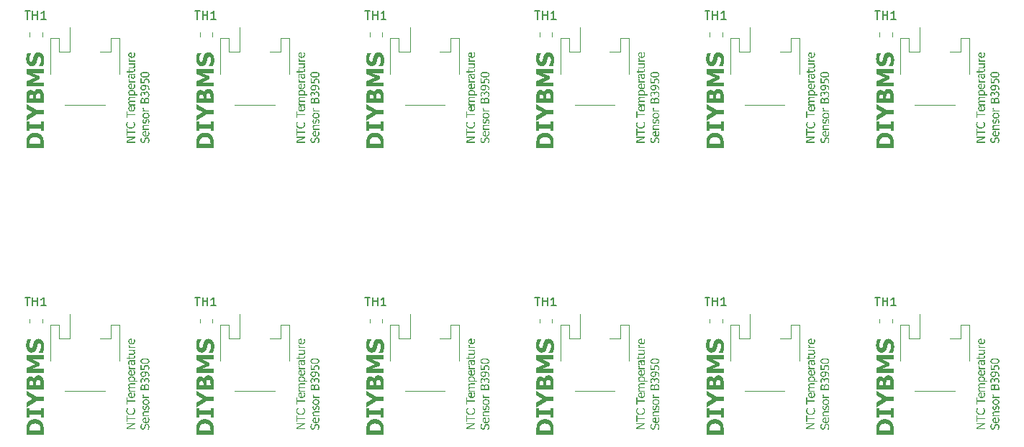
<source format=gbr>
%TF.GenerationSoftware,KiCad,Pcbnew,7.0.5*%
%TF.CreationDate,2024-01-10T15:42:08+00:00*%
%TF.ProjectId,TemperaturePCB_PANEL,54656d70-6572-4617-9475-72655043425f,rev?*%
%TF.SameCoordinates,Original*%
%TF.FileFunction,Legend,Top*%
%TF.FilePolarity,Positive*%
%FSLAX46Y46*%
G04 Gerber Fmt 4.6, Leading zero omitted, Abs format (unit mm)*
G04 Created by KiCad (PCBNEW 7.0.5) date 2024-01-10 15:42:08*
%MOMM*%
%LPD*%
G01*
G04 APERTURE LIST*
%ADD10C,0.125000*%
%ADD11C,0.400000*%
%ADD12C,0.150000*%
%ADD13C,0.120000*%
G04 APERTURE END LIST*
D10*
G36*
X144400000Y-53768726D02*
G01*
X144400000Y-53921133D01*
X143523900Y-54373227D01*
X144400000Y-54373227D01*
X144400000Y-54500233D01*
X143383949Y-54500233D01*
X143383949Y-54307281D01*
X144188485Y-53895732D01*
X143383949Y-53895732D01*
X143383949Y-53768726D01*
X144400000Y-53768726D01*
G37*
G36*
X144400000Y-53327379D02*
G01*
X143505094Y-53327379D01*
X143505094Y-53670785D01*
X143383949Y-53670785D01*
X143383949Y-52847686D01*
X143505094Y-52847686D01*
X143505094Y-53191336D01*
X144400000Y-53191336D01*
X144400000Y-53327379D01*
G37*
G36*
X144415631Y-52362376D02*
G01*
X144415501Y-52374861D01*
X144415112Y-52387220D01*
X144414463Y-52399453D01*
X144413555Y-52411560D01*
X144412387Y-52423541D01*
X144410960Y-52435397D01*
X144409273Y-52447126D01*
X144407327Y-52458729D01*
X144405121Y-52470207D01*
X144402656Y-52481559D01*
X144399931Y-52492784D01*
X144396946Y-52503884D01*
X144393703Y-52514858D01*
X144390199Y-52525705D01*
X144386436Y-52536427D01*
X144382414Y-52547023D01*
X144378134Y-52557436D01*
X144373598Y-52567669D01*
X144368807Y-52577723D01*
X144363760Y-52587598D01*
X144358457Y-52597293D01*
X144352899Y-52606809D01*
X144347085Y-52616146D01*
X144341015Y-52625303D01*
X144334689Y-52634281D01*
X144328108Y-52643079D01*
X144321271Y-52651698D01*
X144314179Y-52660138D01*
X144306830Y-52668399D01*
X144299226Y-52676480D01*
X144291367Y-52684381D01*
X144283251Y-52692103D01*
X144274911Y-52699659D01*
X144266315Y-52706998D01*
X144257463Y-52714123D01*
X144248355Y-52721031D01*
X144238992Y-52727724D01*
X144229373Y-52734201D01*
X144219498Y-52740463D01*
X144209368Y-52746509D01*
X144198982Y-52752339D01*
X144188340Y-52757954D01*
X144177443Y-52763353D01*
X144166290Y-52768536D01*
X144154881Y-52773504D01*
X144143216Y-52778256D01*
X144131296Y-52782793D01*
X144119120Y-52787114D01*
X144106702Y-52791166D01*
X144094055Y-52794956D01*
X144081179Y-52798486D01*
X144068073Y-52801753D01*
X144054739Y-52804760D01*
X144041176Y-52807504D01*
X144027384Y-52809988D01*
X144013363Y-52812210D01*
X143999113Y-52814171D01*
X143984634Y-52815870D01*
X143969926Y-52817308D01*
X143954989Y-52818484D01*
X143939823Y-52819399D01*
X143924428Y-52820052D01*
X143908804Y-52820445D01*
X143892951Y-52820575D01*
X143877203Y-52820448D01*
X143861711Y-52820068D01*
X143846475Y-52819433D01*
X143831494Y-52818545D01*
X143816769Y-52817403D01*
X143802299Y-52816007D01*
X143788085Y-52814358D01*
X143774127Y-52812454D01*
X143760425Y-52810297D01*
X143746978Y-52807886D01*
X143733787Y-52805221D01*
X143720852Y-52802303D01*
X143708172Y-52799131D01*
X143695748Y-52795704D01*
X143683580Y-52792025D01*
X143671667Y-52788091D01*
X143659978Y-52783883D01*
X143648480Y-52779443D01*
X143637172Y-52774770D01*
X143626055Y-52769864D01*
X143615129Y-52764726D01*
X143604394Y-52759354D01*
X143593849Y-52753750D01*
X143583496Y-52747913D01*
X143573333Y-52741843D01*
X143563361Y-52735541D01*
X143553580Y-52729005D01*
X143543989Y-52722237D01*
X143534590Y-52715236D01*
X143525381Y-52708002D01*
X143516363Y-52700536D01*
X143507536Y-52692836D01*
X143499175Y-52685115D01*
X143491065Y-52677216D01*
X143483207Y-52669140D01*
X143475601Y-52660886D01*
X143468247Y-52652455D01*
X143461145Y-52643846D01*
X143454295Y-52635060D01*
X143447697Y-52626097D01*
X143441350Y-52616956D01*
X143435256Y-52607637D01*
X143429413Y-52598142D01*
X143423822Y-52588468D01*
X143418483Y-52578617D01*
X143413396Y-52568589D01*
X143408561Y-52558383D01*
X143403977Y-52548000D01*
X143399659Y-52537450D01*
X143395619Y-52526743D01*
X143391859Y-52515880D01*
X143388376Y-52504861D01*
X143385172Y-52493685D01*
X143382247Y-52482352D01*
X143379601Y-52470863D01*
X143377233Y-52459218D01*
X143375143Y-52447416D01*
X143373332Y-52435458D01*
X143371800Y-52423343D01*
X143370546Y-52411072D01*
X143369571Y-52398644D01*
X143368875Y-52386060D01*
X143368457Y-52373319D01*
X143368318Y-52360422D01*
X143368436Y-52347641D01*
X143368791Y-52335066D01*
X143369382Y-52322698D01*
X143370211Y-52310535D01*
X143371275Y-52298579D01*
X143372577Y-52286828D01*
X143374115Y-52275284D01*
X143375889Y-52263946D01*
X143377843Y-52252810D01*
X143379919Y-52241872D01*
X143382117Y-52231133D01*
X143384438Y-52220593D01*
X143386880Y-52210251D01*
X143389445Y-52200107D01*
X143392131Y-52190162D01*
X143394940Y-52180415D01*
X143398277Y-52170069D01*
X143401876Y-52159640D01*
X143405738Y-52149127D01*
X143409862Y-52138531D01*
X143414248Y-52127851D01*
X143418897Y-52117088D01*
X143420830Y-52112759D01*
X143425710Y-52101945D01*
X143430733Y-52091178D01*
X143435900Y-52080459D01*
X143441209Y-52069788D01*
X143446661Y-52059164D01*
X143452257Y-52048588D01*
X143454535Y-52044371D01*
X143618422Y-52044371D01*
X143618422Y-52055362D01*
X143610947Y-52063665D01*
X143604038Y-52071582D01*
X143596665Y-52080238D01*
X143590167Y-52088015D01*
X143583346Y-52096304D01*
X143579099Y-52101524D01*
X143571937Y-52110606D01*
X143564798Y-52120296D01*
X143559104Y-52128485D01*
X143553425Y-52137064D01*
X143547762Y-52146033D01*
X143542114Y-52155390D01*
X143536481Y-52165137D01*
X143533670Y-52170157D01*
X143528537Y-52180037D01*
X143523641Y-52190139D01*
X143518981Y-52200462D01*
X143514558Y-52211006D01*
X143510372Y-52221772D01*
X143506422Y-52232759D01*
X143502709Y-52243967D01*
X143499232Y-52255397D01*
X143496026Y-52267106D01*
X143493248Y-52279272D01*
X143490897Y-52291896D01*
X143489414Y-52301665D01*
X143488172Y-52311691D01*
X143487170Y-52321975D01*
X143486409Y-52332517D01*
X143485888Y-52343316D01*
X143485608Y-52354373D01*
X143485554Y-52361887D01*
X143485786Y-52374054D01*
X143486482Y-52386102D01*
X143487641Y-52398028D01*
X143489264Y-52409835D01*
X143491350Y-52421522D01*
X143493901Y-52433088D01*
X143496914Y-52444534D01*
X143500392Y-52455860D01*
X143504333Y-52467065D01*
X143508738Y-52478151D01*
X143511933Y-52485474D01*
X143517097Y-52496293D01*
X143522700Y-52506858D01*
X143528741Y-52517170D01*
X143535220Y-52527228D01*
X143542136Y-52537033D01*
X143549491Y-52546585D01*
X143557283Y-52555884D01*
X143565513Y-52564929D01*
X143574182Y-52573721D01*
X143583288Y-52582260D01*
X143589602Y-52587812D01*
X143599453Y-52595750D01*
X143609772Y-52603354D01*
X143620559Y-52610622D01*
X143631814Y-52617556D01*
X143643537Y-52624155D01*
X143655728Y-52630419D01*
X143668387Y-52636348D01*
X143681513Y-52641942D01*
X143695108Y-52647201D01*
X143704431Y-52650522D01*
X143713963Y-52653693D01*
X143718806Y-52655223D01*
X143728591Y-52658121D01*
X143738529Y-52660833D01*
X143748619Y-52663357D01*
X143758862Y-52665695D01*
X143769258Y-52667845D01*
X143779806Y-52669809D01*
X143790507Y-52671585D01*
X143801360Y-52673175D01*
X143812366Y-52674577D01*
X143823525Y-52675793D01*
X143834837Y-52676821D01*
X143846301Y-52677663D01*
X143857918Y-52678317D01*
X143869687Y-52678785D01*
X143881609Y-52679065D01*
X143893684Y-52679159D01*
X143906487Y-52679059D01*
X143919066Y-52678762D01*
X143931422Y-52678266D01*
X143943555Y-52677571D01*
X143955465Y-52676678D01*
X143967152Y-52675587D01*
X143978615Y-52674297D01*
X143989855Y-52672808D01*
X144000871Y-52671122D01*
X144011665Y-52669236D01*
X144022235Y-52667153D01*
X144032582Y-52664870D01*
X144042706Y-52662390D01*
X144052606Y-52659711D01*
X144062283Y-52656833D01*
X144071737Y-52653757D01*
X144080988Y-52650510D01*
X144094520Y-52645366D01*
X144107641Y-52639897D01*
X144120349Y-52634101D01*
X144132645Y-52627978D01*
X144144529Y-52621530D01*
X144156001Y-52614755D01*
X144167061Y-52607654D01*
X144177708Y-52600226D01*
X144187943Y-52592472D01*
X144197766Y-52584392D01*
X144206938Y-52576247D01*
X144215675Y-52567840D01*
X144223979Y-52559171D01*
X144231850Y-52550240D01*
X144239287Y-52541048D01*
X144246290Y-52531593D01*
X144252859Y-52521876D01*
X144258995Y-52511898D01*
X144264697Y-52501658D01*
X144269966Y-52491156D01*
X144273237Y-52484009D01*
X144277733Y-52473141D01*
X144281787Y-52462153D01*
X144285398Y-52451044D01*
X144288568Y-52439816D01*
X144291294Y-52428467D01*
X144293579Y-52416998D01*
X144295422Y-52405409D01*
X144296822Y-52393700D01*
X144297780Y-52381870D01*
X144298296Y-52369920D01*
X144298394Y-52361887D01*
X144298268Y-52350884D01*
X144297888Y-52340040D01*
X144297255Y-52329354D01*
X144296368Y-52318828D01*
X144295228Y-52308460D01*
X144293835Y-52298251D01*
X144292188Y-52288201D01*
X144290289Y-52278310D01*
X144288136Y-52268578D01*
X144285729Y-52259005D01*
X144283984Y-52252711D01*
X144280259Y-52240308D01*
X144276290Y-52228256D01*
X144272077Y-52216555D01*
X144267620Y-52205205D01*
X144262918Y-52194207D01*
X144257972Y-52183559D01*
X144252782Y-52173263D01*
X144247348Y-52163318D01*
X144242020Y-52154017D01*
X144236662Y-52145045D01*
X144231273Y-52136401D01*
X144225854Y-52128086D01*
X144219037Y-52118153D01*
X144212173Y-52108732D01*
X144205261Y-52099825D01*
X144203872Y-52098105D01*
X144197012Y-52089766D01*
X144190473Y-52082000D01*
X144183051Y-52073436D01*
X144176093Y-52065697D01*
X144168561Y-52057709D01*
X144165526Y-52054630D01*
X144165526Y-52044371D01*
X144327704Y-52044371D01*
X144332629Y-52054815D01*
X144337483Y-52065080D01*
X144342265Y-52075165D01*
X144346976Y-52085072D01*
X144351615Y-52094800D01*
X144356183Y-52104349D01*
X144357990Y-52108119D01*
X144362475Y-52117741D01*
X144366925Y-52127983D01*
X144371338Y-52138845D01*
X144374844Y-52147981D01*
X144378326Y-52157514D01*
X144381786Y-52167444D01*
X144385222Y-52177771D01*
X144386078Y-52180415D01*
X144389573Y-52191486D01*
X144392855Y-52202351D01*
X144395924Y-52213010D01*
X144398778Y-52223463D01*
X144401419Y-52233709D01*
X144403846Y-52243750D01*
X144406060Y-52253585D01*
X144408060Y-52263213D01*
X144409834Y-52273097D01*
X144411372Y-52283699D01*
X144412673Y-52295018D01*
X144413738Y-52307055D01*
X144414566Y-52319809D01*
X144415032Y-52329845D01*
X144415365Y-52340285D01*
X144415564Y-52351129D01*
X144415631Y-52362376D01*
G37*
G36*
X144400000Y-51259131D02*
G01*
X143505094Y-51259131D01*
X143505094Y-51602536D01*
X143383949Y-51602536D01*
X143383949Y-50779438D01*
X143505094Y-50779438D01*
X143505094Y-51123087D01*
X144400000Y-51123087D01*
X144400000Y-51259131D01*
G37*
G36*
X144024842Y-50684672D02*
G01*
X144041447Y-50684409D01*
X144057556Y-50683622D01*
X144073168Y-50682310D01*
X144088285Y-50680474D01*
X144102905Y-50678112D01*
X144117029Y-50675226D01*
X144130657Y-50671815D01*
X144143789Y-50667880D01*
X144156425Y-50663420D01*
X144168564Y-50658435D01*
X144180208Y-50652925D01*
X144191355Y-50646890D01*
X144202006Y-50640331D01*
X144212161Y-50633247D01*
X144221821Y-50625638D01*
X144230983Y-50617505D01*
X144239620Y-50608877D01*
X144247699Y-50599847D01*
X144255221Y-50590414D01*
X144262185Y-50580578D01*
X144268593Y-50570340D01*
X144274443Y-50559699D01*
X144279737Y-50548656D01*
X144284473Y-50537210D01*
X144288651Y-50525361D01*
X144292273Y-50513110D01*
X144295338Y-50500456D01*
X144297845Y-50487400D01*
X144299795Y-50473941D01*
X144301188Y-50460079D01*
X144302024Y-50445814D01*
X144302302Y-50431147D01*
X144302157Y-50420550D01*
X144301722Y-50410005D01*
X144300997Y-50399514D01*
X144299982Y-50389077D01*
X144298677Y-50378692D01*
X144297082Y-50368362D01*
X144295196Y-50358084D01*
X144293021Y-50347861D01*
X144290617Y-50337728D01*
X144288045Y-50327848D01*
X144285305Y-50318219D01*
X144282397Y-50308843D01*
X144278525Y-50297476D01*
X144274392Y-50286503D01*
X144269996Y-50275924D01*
X144269085Y-50273855D01*
X144264307Y-50263209D01*
X144259588Y-50253099D01*
X144254928Y-50243526D01*
X144250328Y-50234490D01*
X144244887Y-50224355D01*
X144239532Y-50214993D01*
X144234188Y-50206217D01*
X144228106Y-50196717D01*
X144222187Y-50188011D01*
X144216432Y-50180101D01*
X144212421Y-50174937D01*
X144212421Y-50167365D01*
X144351151Y-50167365D01*
X144355315Y-50177829D01*
X144359219Y-50187635D01*
X144363432Y-50198213D01*
X144367179Y-50207619D01*
X144371141Y-50217562D01*
X144373621Y-50223785D01*
X144377606Y-50234081D01*
X144381316Y-50244055D01*
X144384752Y-50253706D01*
X144387913Y-50263036D01*
X144391345Y-50273806D01*
X144394382Y-50284113D01*
X144397468Y-50295765D01*
X144400316Y-50307059D01*
X144402926Y-50317995D01*
X144405297Y-50328573D01*
X144407429Y-50338794D01*
X144409323Y-50348656D01*
X144410013Y-50352501D01*
X144411632Y-50362436D01*
X144412976Y-50373157D01*
X144414046Y-50384665D01*
X144414704Y-50394439D01*
X144415187Y-50404716D01*
X144415494Y-50415497D01*
X144415626Y-50426782D01*
X144415631Y-50429682D01*
X144415531Y-50441066D01*
X144415232Y-50452290D01*
X144414734Y-50463353D01*
X144414036Y-50474256D01*
X144413139Y-50484999D01*
X144412042Y-50495582D01*
X144410746Y-50506004D01*
X144409250Y-50516266D01*
X144407555Y-50526368D01*
X144405661Y-50536309D01*
X144403567Y-50546090D01*
X144401274Y-50555711D01*
X144398782Y-50565172D01*
X144393198Y-50583612D01*
X144386818Y-50601411D01*
X144379639Y-50618569D01*
X144371663Y-50635086D01*
X144362889Y-50650962D01*
X144353318Y-50666197D01*
X144342949Y-50680790D01*
X144331783Y-50694743D01*
X144319819Y-50708054D01*
X144313538Y-50714469D01*
X144300410Y-50726743D01*
X144286614Y-50738226D01*
X144272147Y-50748916D01*
X144257011Y-50758815D01*
X144241204Y-50767921D01*
X144224729Y-50776236D01*
X144207583Y-50783759D01*
X144189767Y-50790490D01*
X144171282Y-50796429D01*
X144161789Y-50799101D01*
X144152127Y-50801576D01*
X144142299Y-50803853D01*
X144132303Y-50805931D01*
X144122139Y-50807812D01*
X144111808Y-50809495D01*
X144101310Y-50810980D01*
X144090644Y-50812266D01*
X144079811Y-50813355D01*
X144068810Y-50814246D01*
X144057642Y-50814939D01*
X144046306Y-50815434D01*
X144034803Y-50815731D01*
X144023133Y-50815830D01*
X144011620Y-50815734D01*
X144000256Y-50815446D01*
X143989039Y-50814967D01*
X143977971Y-50814296D01*
X143967050Y-50813433D01*
X143956277Y-50812378D01*
X143945652Y-50811132D01*
X143935175Y-50809693D01*
X143924846Y-50808063D01*
X143914664Y-50806242D01*
X143904631Y-50804228D01*
X143894745Y-50802023D01*
X143885007Y-50799625D01*
X143875417Y-50797037D01*
X143865975Y-50794256D01*
X143847535Y-50788119D01*
X143829686Y-50781216D01*
X143812429Y-50773545D01*
X143795763Y-50765107D01*
X143779689Y-50755902D01*
X143764206Y-50745930D01*
X143749315Y-50735191D01*
X143735015Y-50723685D01*
X143728087Y-50717644D01*
X143714808Y-50705135D01*
X143702385Y-50692151D01*
X143690818Y-50678695D01*
X143680109Y-50664766D01*
X143670256Y-50650363D01*
X143661260Y-50635487D01*
X143653121Y-50620138D01*
X143645839Y-50604316D01*
X143639413Y-50588020D01*
X143633844Y-50571251D01*
X143629132Y-50554009D01*
X143625276Y-50536294D01*
X143622278Y-50518106D01*
X143620136Y-50499444D01*
X143618851Y-50480309D01*
X143618588Y-50468272D01*
X143723935Y-50468272D01*
X143724168Y-50480916D01*
X143724866Y-50493078D01*
X143726030Y-50504760D01*
X143727660Y-50515961D01*
X143729755Y-50526681D01*
X143732316Y-50536920D01*
X143735342Y-50546678D01*
X143738834Y-50555956D01*
X143743742Y-50567020D01*
X143749305Y-50577775D01*
X143755524Y-50588220D01*
X143760972Y-50596352D01*
X143766840Y-50604287D01*
X143773127Y-50612022D01*
X143779834Y-50619559D01*
X143781577Y-50621413D01*
X143788881Y-50628404D01*
X143796384Y-50634968D01*
X143804085Y-50641105D01*
X143813991Y-50648174D01*
X143824207Y-50654576D01*
X143834732Y-50660310D01*
X143845568Y-50665376D01*
X143856769Y-50669840D01*
X143866142Y-50673025D01*
X143875881Y-50675866D01*
X143885987Y-50678364D01*
X143896459Y-50680518D01*
X143907297Y-50682329D01*
X143918501Y-50683796D01*
X143927145Y-50684672D01*
X143927145Y-50278740D01*
X143914906Y-50279198D01*
X143903103Y-50279961D01*
X143891734Y-50281030D01*
X143880800Y-50282404D01*
X143870302Y-50284083D01*
X143860238Y-50286067D01*
X143850610Y-50288357D01*
X143841416Y-50290952D01*
X143830394Y-50294625D01*
X143819921Y-50298775D01*
X143809996Y-50303403D01*
X143800620Y-50308507D01*
X143791792Y-50314088D01*
X143783513Y-50320147D01*
X143780355Y-50322704D01*
X143772053Y-50330042D01*
X143764394Y-50338012D01*
X143757379Y-50346614D01*
X143751008Y-50355848D01*
X143745281Y-50365714D01*
X143740198Y-50376213D01*
X143738346Y-50380589D01*
X143734194Y-50392068D01*
X143731380Y-50401843D01*
X143729016Y-50412145D01*
X143727102Y-50422974D01*
X143725638Y-50434330D01*
X143724625Y-50446212D01*
X143724062Y-50458620D01*
X143723935Y-50468272D01*
X143618588Y-50468272D01*
X143618422Y-50460701D01*
X143618598Y-50447429D01*
X143619126Y-50434449D01*
X143620007Y-50421760D01*
X143621239Y-50409364D01*
X143622823Y-50397260D01*
X143624759Y-50385447D01*
X143627048Y-50373927D01*
X143629688Y-50362698D01*
X143632681Y-50351762D01*
X143636025Y-50341117D01*
X143638450Y-50334183D01*
X143642405Y-50324001D01*
X143646759Y-50314064D01*
X143651513Y-50304372D01*
X143656665Y-50294925D01*
X143662217Y-50285722D01*
X143668169Y-50276764D01*
X143674519Y-50268051D01*
X143681269Y-50259582D01*
X143688418Y-50251358D01*
X143695967Y-50243379D01*
X143701221Y-50238196D01*
X143709402Y-50230626D01*
X143717919Y-50223395D01*
X143726770Y-50216504D01*
X143735957Y-50209951D01*
X143745478Y-50203738D01*
X143755334Y-50197864D01*
X143765525Y-50192329D01*
X143776051Y-50187134D01*
X143786911Y-50182277D01*
X143798107Y-50177760D01*
X143805757Y-50174937D01*
X143817542Y-50171008D01*
X143829816Y-50167466D01*
X143842581Y-50164311D01*
X143855834Y-50161542D01*
X143869577Y-50159159D01*
X143883809Y-50157162D01*
X143893570Y-50156046D01*
X143903547Y-50155102D01*
X143913743Y-50154329D01*
X143924155Y-50153728D01*
X143934786Y-50153298D01*
X143945633Y-50153041D01*
X143956699Y-50152955D01*
X144024842Y-50152955D01*
X144024842Y-50684672D01*
G37*
G36*
X144400000Y-49226542D02*
G01*
X143959630Y-49226542D01*
X143949854Y-49226578D01*
X143937041Y-49226740D01*
X143924480Y-49227032D01*
X143912170Y-49227454D01*
X143900113Y-49228006D01*
X143888307Y-49228687D01*
X143876753Y-49229498D01*
X143865451Y-49230438D01*
X143862665Y-49230694D01*
X143851796Y-49231869D01*
X143841538Y-49233319D01*
X143831891Y-49235044D01*
X143820690Y-49237587D01*
X143810443Y-49240559D01*
X143801150Y-49243960D01*
X143792812Y-49247791D01*
X143783060Y-49253415D01*
X143774322Y-49259847D01*
X143766597Y-49267085D01*
X143759885Y-49275131D01*
X143754186Y-49283984D01*
X143752512Y-49287114D01*
X143748112Y-49297266D01*
X143745142Y-49306684D01*
X143742803Y-49316973D01*
X143741096Y-49328132D01*
X143740022Y-49340161D01*
X143739617Y-49350412D01*
X143739567Y-49355746D01*
X143739956Y-49365791D01*
X143741124Y-49376018D01*
X143743070Y-49386429D01*
X143745795Y-49397023D01*
X143749298Y-49407800D01*
X143753580Y-49418761D01*
X143758641Y-49429904D01*
X143764480Y-49441231D01*
X143769344Y-49449823D01*
X143774595Y-49458470D01*
X143780232Y-49467174D01*
X143786255Y-49475933D01*
X143792665Y-49484748D01*
X143799462Y-49493618D01*
X143806644Y-49502545D01*
X143814214Y-49511527D01*
X143822169Y-49520566D01*
X143830511Y-49529660D01*
X143836287Y-49535753D01*
X143846380Y-49535118D01*
X143857056Y-49534459D01*
X143863886Y-49534043D01*
X143874381Y-49533528D01*
X143884805Y-49533228D01*
X143894850Y-49533090D01*
X143901500Y-49533067D01*
X144400000Y-49533067D01*
X144400000Y-49662027D01*
X143959630Y-49662027D01*
X143949854Y-49662063D01*
X143937041Y-49662225D01*
X143924480Y-49662517D01*
X143912170Y-49662939D01*
X143900113Y-49663491D01*
X143888307Y-49664172D01*
X143876753Y-49664983D01*
X143865451Y-49665923D01*
X143862665Y-49666179D01*
X143851796Y-49667358D01*
X143841538Y-49668820D01*
X143831891Y-49670564D01*
X143820690Y-49673141D01*
X143810443Y-49676159D01*
X143801150Y-49679619D01*
X143792812Y-49683520D01*
X143783060Y-49689061D01*
X143774322Y-49695427D01*
X143766597Y-49702617D01*
X143759885Y-49710631D01*
X143754186Y-49719470D01*
X143752512Y-49722599D01*
X143748112Y-49732751D01*
X143745142Y-49742169D01*
X143742803Y-49752458D01*
X143741096Y-49763617D01*
X143740022Y-49775646D01*
X143739617Y-49785897D01*
X143739567Y-49791231D01*
X143739983Y-49801799D01*
X143741231Y-49812496D01*
X143743311Y-49823322D01*
X143746222Y-49834279D01*
X143749966Y-49845365D01*
X143754542Y-49856581D01*
X143759950Y-49867927D01*
X143766189Y-49879403D01*
X143771310Y-49887989D01*
X143776688Y-49896528D01*
X143782324Y-49905019D01*
X143788217Y-49913463D01*
X143794368Y-49921860D01*
X143800776Y-49930210D01*
X143807443Y-49938513D01*
X143814366Y-49946768D01*
X143821548Y-49954976D01*
X143828986Y-49963137D01*
X143834089Y-49968552D01*
X144400000Y-49968552D01*
X144400000Y-50097512D01*
X143634054Y-50097512D01*
X143634054Y-49968552D01*
X143724912Y-49968552D01*
X143715589Y-49959035D01*
X143706668Y-49949535D01*
X143698152Y-49940052D01*
X143690039Y-49930587D01*
X143682330Y-49921139D01*
X143675024Y-49911708D01*
X143668122Y-49902294D01*
X143661623Y-49892897D01*
X143655528Y-49883518D01*
X143649836Y-49874155D01*
X143646266Y-49867923D01*
X143641290Y-49858493D01*
X143636804Y-49848887D01*
X143632806Y-49839104D01*
X143629299Y-49829146D01*
X143626281Y-49819012D01*
X143623752Y-49808701D01*
X143621713Y-49798215D01*
X143620163Y-49787552D01*
X143619102Y-49776714D01*
X143618531Y-49765699D01*
X143618422Y-49758258D01*
X143618695Y-49745662D01*
X143619513Y-49733337D01*
X143620876Y-49721282D01*
X143622784Y-49709498D01*
X143625238Y-49697984D01*
X143628237Y-49686740D01*
X143631781Y-49675767D01*
X143635870Y-49665065D01*
X143640505Y-49654632D01*
X143645685Y-49644471D01*
X143649441Y-49637847D01*
X143655564Y-49628178D01*
X143662390Y-49618956D01*
X143669920Y-49610180D01*
X143678155Y-49601851D01*
X143687094Y-49593969D01*
X143696737Y-49586533D01*
X143707083Y-49579543D01*
X143718135Y-49573000D01*
X143729890Y-49566904D01*
X143742349Y-49561254D01*
X143751046Y-49557735D01*
X143743018Y-49550449D01*
X143735235Y-49543184D01*
X143727699Y-49535939D01*
X143720409Y-49528716D01*
X143713365Y-49521514D01*
X143706567Y-49514332D01*
X143696832Y-49503600D01*
X143687651Y-49492914D01*
X143679023Y-49482276D01*
X143670950Y-49471685D01*
X143663430Y-49461142D01*
X143656464Y-49450645D01*
X143652128Y-49443674D01*
X143646104Y-49433149D01*
X143640673Y-49422456D01*
X143635835Y-49411596D01*
X143631589Y-49400569D01*
X143627935Y-49389374D01*
X143624874Y-49378011D01*
X143622405Y-49366482D01*
X143620529Y-49354784D01*
X143619245Y-49342920D01*
X143618554Y-49330888D01*
X143618422Y-49322773D01*
X143618663Y-49310523D01*
X143619384Y-49298563D01*
X143620586Y-49286893D01*
X143622269Y-49275512D01*
X143624433Y-49264422D01*
X143627078Y-49253622D01*
X143630203Y-49243112D01*
X143633810Y-49232892D01*
X143637893Y-49222916D01*
X143642572Y-49213261D01*
X143647846Y-49203926D01*
X143653715Y-49194912D01*
X143660180Y-49186219D01*
X143667240Y-49177846D01*
X143674896Y-49169793D01*
X143683147Y-49162062D01*
X143692085Y-49154528D01*
X143701557Y-49147438D01*
X143711563Y-49140790D01*
X143722103Y-49134584D01*
X143733178Y-49128822D01*
X143744788Y-49123502D01*
X143753845Y-49119802D01*
X143763203Y-49116352D01*
X143769609Y-49114190D01*
X143779549Y-49111178D01*
X143789953Y-49108463D01*
X143800821Y-49106043D01*
X143812153Y-49103920D01*
X143823948Y-49102094D01*
X143836207Y-49100563D01*
X143848929Y-49099329D01*
X143862116Y-49098391D01*
X143875766Y-49097749D01*
X143889879Y-49097403D01*
X143899546Y-49097337D01*
X144400000Y-49097337D01*
X144400000Y-49226542D01*
G37*
G36*
X144011746Y-48278725D02*
G01*
X144023410Y-48278994D01*
X144034924Y-48279442D01*
X144046286Y-48280070D01*
X144057497Y-48280877D01*
X144068557Y-48281864D01*
X144079466Y-48283030D01*
X144090223Y-48284375D01*
X144100829Y-48285900D01*
X144111284Y-48287604D01*
X144121588Y-48289487D01*
X144131741Y-48291550D01*
X144141742Y-48293792D01*
X144151592Y-48296213D01*
X144161291Y-48298814D01*
X144170839Y-48301594D01*
X144180235Y-48304554D01*
X144198574Y-48311011D01*
X144216309Y-48318185D01*
X144233438Y-48326078D01*
X144249963Y-48334687D01*
X144265882Y-48344014D01*
X144281197Y-48354059D01*
X144295907Y-48364821D01*
X144303035Y-48370471D01*
X144316670Y-48382109D01*
X144329425Y-48394128D01*
X144341300Y-48406526D01*
X144352296Y-48419304D01*
X144362412Y-48432461D01*
X144371648Y-48445999D01*
X144380005Y-48459916D01*
X144387482Y-48474213D01*
X144394079Y-48488889D01*
X144399797Y-48503945D01*
X144404635Y-48519381D01*
X144408594Y-48535197D01*
X144411673Y-48551392D01*
X144413872Y-48567968D01*
X144415191Y-48584922D01*
X144415631Y-48602257D01*
X144415517Y-48612814D01*
X144415176Y-48623143D01*
X144414607Y-48633244D01*
X144413811Y-48643118D01*
X144412395Y-48655929D01*
X144410574Y-48668336D01*
X144408350Y-48680338D01*
X144405720Y-48691936D01*
X144402686Y-48703129D01*
X144399225Y-48714155D01*
X144395313Y-48725249D01*
X144390951Y-48736411D01*
X144386139Y-48747643D01*
X144380876Y-48758943D01*
X144375163Y-48770311D01*
X144369000Y-48781749D01*
X144364082Y-48790372D01*
X144362386Y-48793255D01*
X144681367Y-48793255D01*
X144681367Y-48922215D01*
X143634054Y-48922215D01*
X143634054Y-48793255D01*
X143719295Y-48793255D01*
X143711359Y-48784141D01*
X143703673Y-48774842D01*
X143696235Y-48765359D01*
X143689047Y-48755691D01*
X143682107Y-48745839D01*
X143675417Y-48735802D01*
X143668975Y-48725580D01*
X143662783Y-48715174D01*
X143656840Y-48704583D01*
X143651145Y-48693807D01*
X143647487Y-48686521D01*
X143642293Y-48675392D01*
X143637610Y-48664078D01*
X143633437Y-48652580D01*
X143629776Y-48640897D01*
X143626625Y-48629030D01*
X143623986Y-48616977D01*
X143621857Y-48604741D01*
X143620239Y-48592319D01*
X143620018Y-48589801D01*
X143739567Y-48589801D01*
X143739779Y-48600072D01*
X143740417Y-48610280D01*
X143741480Y-48620423D01*
X143742967Y-48630501D01*
X143744880Y-48640516D01*
X143747218Y-48650465D01*
X143749980Y-48660351D01*
X143753168Y-48670172D01*
X143756781Y-48679928D01*
X143760819Y-48689621D01*
X143763747Y-48696046D01*
X143768401Y-48705575D01*
X143773295Y-48715017D01*
X143778430Y-48724374D01*
X143783805Y-48733644D01*
X143789421Y-48742829D01*
X143795277Y-48751928D01*
X143801374Y-48760941D01*
X143807711Y-48769869D01*
X143814288Y-48778710D01*
X143821106Y-48787466D01*
X143825785Y-48793255D01*
X144256140Y-48793255D01*
X144260626Y-48783858D01*
X144264833Y-48774719D01*
X144270008Y-48762934D01*
X144274687Y-48751608D01*
X144278869Y-48740739D01*
X144282556Y-48730328D01*
X144285746Y-48720375D01*
X144288441Y-48710880D01*
X144289602Y-48706304D01*
X144292135Y-48694752D01*
X144294239Y-48682686D01*
X144295612Y-48672665D01*
X144296711Y-48662315D01*
X144297536Y-48651637D01*
X144298085Y-48640631D01*
X144298360Y-48629296D01*
X144298394Y-48623506D01*
X144298110Y-48611134D01*
X144297257Y-48599112D01*
X144295836Y-48587442D01*
X144293845Y-48576123D01*
X144291287Y-48565155D01*
X144288159Y-48554538D01*
X144284463Y-48544272D01*
X144280198Y-48534358D01*
X144275365Y-48524794D01*
X144269963Y-48515581D01*
X144263992Y-48506720D01*
X144257453Y-48498210D01*
X144250345Y-48490050D01*
X144242669Y-48482242D01*
X144234424Y-48474785D01*
X144225610Y-48467679D01*
X144216250Y-48460936D01*
X144206365Y-48454627D01*
X144195955Y-48448754D01*
X144185020Y-48443316D01*
X144173561Y-48438313D01*
X144161577Y-48433745D01*
X144149068Y-48429612D01*
X144136034Y-48425914D01*
X144122476Y-48422651D01*
X144108393Y-48419823D01*
X144093785Y-48417430D01*
X144078652Y-48415472D01*
X144062995Y-48413950D01*
X144046813Y-48412862D01*
X144030106Y-48412209D01*
X144012875Y-48411992D01*
X143996860Y-48412156D01*
X143981302Y-48412648D01*
X143966200Y-48413469D01*
X143951554Y-48414617D01*
X143937364Y-48416094D01*
X143923631Y-48417899D01*
X143910353Y-48420033D01*
X143897531Y-48422494D01*
X143885165Y-48425284D01*
X143873255Y-48428402D01*
X143861802Y-48431848D01*
X143850804Y-48435622D01*
X143840263Y-48439725D01*
X143830177Y-48444156D01*
X143820548Y-48448914D01*
X143811374Y-48454002D01*
X143802679Y-48459426D01*
X143794544Y-48465260D01*
X143786971Y-48471501D01*
X143776663Y-48481629D01*
X143767617Y-48492676D01*
X143759833Y-48504641D01*
X143753311Y-48517526D01*
X143749665Y-48526626D01*
X143746579Y-48536134D01*
X143744055Y-48546051D01*
X143742091Y-48556376D01*
X143740689Y-48567109D01*
X143739847Y-48578251D01*
X143739567Y-48589801D01*
X143620018Y-48589801D01*
X143619132Y-48579713D01*
X143618536Y-48566923D01*
X143618422Y-48558293D01*
X143618827Y-48542034D01*
X143620040Y-48526229D01*
X143622063Y-48510878D01*
X143624895Y-48495981D01*
X143628536Y-48481538D01*
X143632985Y-48467549D01*
X143638244Y-48454015D01*
X143644312Y-48440935D01*
X143651189Y-48428308D01*
X143658875Y-48416136D01*
X143667370Y-48404418D01*
X143676674Y-48393155D01*
X143686787Y-48382345D01*
X143697710Y-48371989D01*
X143709441Y-48362088D01*
X143721981Y-48352641D01*
X143735203Y-48343679D01*
X143748978Y-48335296D01*
X143763306Y-48327490D01*
X143778188Y-48320263D01*
X143793623Y-48313614D01*
X143809611Y-48307544D01*
X143826153Y-48302051D01*
X143843248Y-48297137D01*
X143860896Y-48292800D01*
X143879098Y-48289042D01*
X143897853Y-48285862D01*
X143917162Y-48283261D01*
X143927024Y-48282177D01*
X143937024Y-48281237D01*
X143947162Y-48280442D01*
X143957439Y-48279792D01*
X143967854Y-48279286D01*
X143978408Y-48278924D01*
X143989100Y-48278708D01*
X143999930Y-48278635D01*
X144011746Y-48278725D01*
G37*
G36*
X144024842Y-48070296D02*
G01*
X144041447Y-48070034D01*
X144057556Y-48069247D01*
X144073168Y-48067935D01*
X144088285Y-48066098D01*
X144102905Y-48063737D01*
X144117029Y-48060851D01*
X144130657Y-48057440D01*
X144143789Y-48053504D01*
X144156425Y-48049044D01*
X144168564Y-48044059D01*
X144180208Y-48038549D01*
X144191355Y-48032515D01*
X144202006Y-48025956D01*
X144212161Y-48018872D01*
X144221821Y-48011263D01*
X144230983Y-48003129D01*
X144239620Y-47994502D01*
X144247699Y-47985471D01*
X144255221Y-47976038D01*
X144262185Y-47966203D01*
X144268593Y-47955965D01*
X144274443Y-47945324D01*
X144279737Y-47934280D01*
X144284473Y-47922834D01*
X144288651Y-47910986D01*
X144292273Y-47898735D01*
X144295338Y-47886081D01*
X144297845Y-47873024D01*
X144299795Y-47859565D01*
X144301188Y-47845703D01*
X144302024Y-47831439D01*
X144302302Y-47816772D01*
X144302157Y-47806174D01*
X144301722Y-47795630D01*
X144300997Y-47785139D01*
X144299982Y-47774701D01*
X144298677Y-47764317D01*
X144297082Y-47753986D01*
X144295196Y-47743709D01*
X144293021Y-47733485D01*
X144290617Y-47723353D01*
X144288045Y-47713473D01*
X144285305Y-47703844D01*
X144282397Y-47694467D01*
X144278525Y-47683101D01*
X144274392Y-47672128D01*
X144269996Y-47661548D01*
X144269085Y-47659480D01*
X144264307Y-47648833D01*
X144259588Y-47638724D01*
X144254928Y-47629151D01*
X144250328Y-47620115D01*
X144244887Y-47609979D01*
X144239532Y-47600617D01*
X144234188Y-47591842D01*
X144228106Y-47582341D01*
X144222187Y-47573636D01*
X144216432Y-47565725D01*
X144212421Y-47560561D01*
X144212421Y-47552990D01*
X144351151Y-47552990D01*
X144355315Y-47563453D01*
X144359219Y-47573259D01*
X144363432Y-47583838D01*
X144367179Y-47593244D01*
X144371141Y-47603187D01*
X144373621Y-47609410D01*
X144377606Y-47619705D01*
X144381316Y-47629679D01*
X144384752Y-47639331D01*
X144387913Y-47648660D01*
X144391345Y-47659431D01*
X144394382Y-47669738D01*
X144397468Y-47681389D01*
X144400316Y-47692683D01*
X144402926Y-47703619D01*
X144405297Y-47714198D01*
X144407429Y-47724418D01*
X144409323Y-47734281D01*
X144410013Y-47738126D01*
X144411632Y-47748060D01*
X144412976Y-47758782D01*
X144414046Y-47770290D01*
X144414704Y-47780064D01*
X144415187Y-47790341D01*
X144415494Y-47801122D01*
X144415626Y-47812407D01*
X144415631Y-47815307D01*
X144415531Y-47826691D01*
X144415232Y-47837914D01*
X144414734Y-47848978D01*
X144414036Y-47859881D01*
X144413139Y-47870624D01*
X144412042Y-47881206D01*
X144410746Y-47891629D01*
X144409250Y-47901891D01*
X144407555Y-47911992D01*
X144405661Y-47921934D01*
X144403567Y-47931715D01*
X144401274Y-47941336D01*
X144398782Y-47950796D01*
X144393198Y-47969237D01*
X144386818Y-47987036D01*
X144379639Y-48004194D01*
X144371663Y-48020711D01*
X144362889Y-48036587D01*
X144353318Y-48051821D01*
X144342949Y-48066415D01*
X144331783Y-48080367D01*
X144319819Y-48093679D01*
X144313538Y-48100094D01*
X144300410Y-48112368D01*
X144286614Y-48123850D01*
X144272147Y-48134541D01*
X144257011Y-48144439D01*
X144241204Y-48153546D01*
X144224729Y-48161860D01*
X144207583Y-48169383D01*
X144189767Y-48176114D01*
X144171282Y-48182053D01*
X144161789Y-48184726D01*
X144152127Y-48187201D01*
X144142299Y-48189477D01*
X144132303Y-48191556D01*
X144122139Y-48193437D01*
X144111808Y-48195119D01*
X144101310Y-48196604D01*
X144090644Y-48197891D01*
X144079811Y-48198980D01*
X144068810Y-48199871D01*
X144057642Y-48200564D01*
X144046306Y-48201059D01*
X144034803Y-48201356D01*
X144023133Y-48201455D01*
X144011620Y-48201359D01*
X144000256Y-48201071D01*
X143989039Y-48200592D01*
X143977971Y-48199920D01*
X143967050Y-48199057D01*
X143956277Y-48198003D01*
X143945652Y-48196756D01*
X143935175Y-48195318D01*
X143924846Y-48193688D01*
X143914664Y-48191866D01*
X143904631Y-48189852D01*
X143894745Y-48187647D01*
X143885007Y-48185250D01*
X143875417Y-48182661D01*
X143865975Y-48179881D01*
X143847535Y-48173744D01*
X143829686Y-48166840D01*
X143812429Y-48159169D01*
X143795763Y-48150732D01*
X143779689Y-48141527D01*
X143764206Y-48131555D01*
X143749315Y-48120816D01*
X143735015Y-48109310D01*
X143728087Y-48103269D01*
X143714808Y-48090759D01*
X143702385Y-48077776D01*
X143690818Y-48064320D01*
X143680109Y-48050390D01*
X143670256Y-48035988D01*
X143661260Y-48021112D01*
X143653121Y-48005763D01*
X143645839Y-47989940D01*
X143639413Y-47973645D01*
X143633844Y-47956876D01*
X143629132Y-47939634D01*
X143625276Y-47921919D01*
X143622278Y-47903730D01*
X143620136Y-47885068D01*
X143618851Y-47865934D01*
X143618588Y-47853897D01*
X143723935Y-47853897D01*
X143724168Y-47866540D01*
X143724866Y-47878703D01*
X143726030Y-47890385D01*
X143727660Y-47901585D01*
X143729755Y-47912305D01*
X143732316Y-47922544D01*
X143735342Y-47932303D01*
X143738834Y-47941580D01*
X143743742Y-47952645D01*
X143749305Y-47963400D01*
X143755524Y-47973844D01*
X143760972Y-47981977D01*
X143766840Y-47989911D01*
X143773127Y-47997647D01*
X143779834Y-48005184D01*
X143781577Y-48007037D01*
X143788881Y-48014029D01*
X143796384Y-48020593D01*
X143804085Y-48026729D01*
X143813991Y-48033799D01*
X143824207Y-48040201D01*
X143834732Y-48045935D01*
X143845568Y-48051001D01*
X143856769Y-48055465D01*
X143866142Y-48058649D01*
X143875881Y-48061491D01*
X143885987Y-48063988D01*
X143896459Y-48066143D01*
X143907297Y-48067954D01*
X143918501Y-48069421D01*
X143927145Y-48070296D01*
X143927145Y-47664364D01*
X143914906Y-47664822D01*
X143903103Y-47665586D01*
X143891734Y-47666654D01*
X143880800Y-47668028D01*
X143870302Y-47669707D01*
X143860238Y-47671692D01*
X143850610Y-47673982D01*
X143841416Y-47676577D01*
X143830394Y-47680250D01*
X143819921Y-47684400D01*
X143809996Y-47689027D01*
X143800620Y-47694132D01*
X143791792Y-47699713D01*
X143783513Y-47705771D01*
X143780355Y-47708328D01*
X143772053Y-47715666D01*
X143764394Y-47723636D01*
X143757379Y-47732238D01*
X143751008Y-47741473D01*
X143745281Y-47751339D01*
X143740198Y-47761837D01*
X143738346Y-47766214D01*
X143734194Y-47777692D01*
X143731380Y-47787468D01*
X143729016Y-47797770D01*
X143727102Y-47808599D01*
X143725638Y-47819954D01*
X143724625Y-47831836D01*
X143724062Y-47844245D01*
X143723935Y-47853897D01*
X143618588Y-47853897D01*
X143618422Y-47846325D01*
X143618598Y-47833053D01*
X143619126Y-47820073D01*
X143620007Y-47807385D01*
X143621239Y-47794989D01*
X143622823Y-47782884D01*
X143624759Y-47771072D01*
X143627048Y-47759551D01*
X143629688Y-47748323D01*
X143632681Y-47737386D01*
X143636025Y-47726742D01*
X143638450Y-47719808D01*
X143642405Y-47709626D01*
X143646759Y-47699689D01*
X143651513Y-47689997D01*
X143656665Y-47680549D01*
X143662217Y-47671347D01*
X143668169Y-47662389D01*
X143674519Y-47653675D01*
X143681269Y-47645207D01*
X143688418Y-47636983D01*
X143695967Y-47629004D01*
X143701221Y-47623820D01*
X143709402Y-47616250D01*
X143717919Y-47609020D01*
X143726770Y-47602128D01*
X143735957Y-47595576D01*
X143745478Y-47589363D01*
X143755334Y-47583489D01*
X143765525Y-47577954D01*
X143776051Y-47572758D01*
X143786911Y-47567902D01*
X143798107Y-47563384D01*
X143805757Y-47560561D01*
X143817542Y-47556633D01*
X143829816Y-47553091D01*
X143842581Y-47549935D01*
X143855834Y-47547166D01*
X143869577Y-47544783D01*
X143883809Y-47542787D01*
X143893570Y-47541671D01*
X143903547Y-47540726D01*
X143913743Y-47539953D01*
X143924155Y-47539352D01*
X143934786Y-47538923D01*
X143945633Y-47538665D01*
X143956699Y-47538579D01*
X144024842Y-47538579D01*
X144024842Y-48070296D01*
G37*
G36*
X143774738Y-47005153D02*
G01*
X143774738Y-47012236D01*
X143771673Y-47022345D01*
X143769532Y-47032858D01*
X143768387Y-47042766D01*
X143767615Y-47053485D01*
X143767164Y-47064234D01*
X143766958Y-47074664D01*
X143766922Y-47081601D01*
X143767277Y-47094599D01*
X143768342Y-47107582D01*
X143769606Y-47117310D01*
X143771270Y-47127028D01*
X143773333Y-47136738D01*
X143775795Y-47146440D01*
X143778656Y-47156133D01*
X143781917Y-47165817D01*
X143785577Y-47175493D01*
X143789637Y-47185160D01*
X143794043Y-47194776D01*
X143798836Y-47204297D01*
X143804015Y-47213724D01*
X143809581Y-47223056D01*
X143815533Y-47232294D01*
X143821871Y-47241437D01*
X143828596Y-47250486D01*
X143835707Y-47259440D01*
X143843205Y-47268300D01*
X143851089Y-47277066D01*
X143856559Y-47282857D01*
X144400000Y-47282857D01*
X144400000Y-47411817D01*
X143634054Y-47411817D01*
X143634054Y-47282857D01*
X143747871Y-47282857D01*
X143740229Y-47274075D01*
X143732873Y-47265436D01*
X143725803Y-47256940D01*
X143719020Y-47248587D01*
X143712523Y-47240377D01*
X143706312Y-47232310D01*
X143700387Y-47224387D01*
X143692036Y-47212770D01*
X143684330Y-47201475D01*
X143677267Y-47190502D01*
X143670849Y-47179851D01*
X143665074Y-47169522D01*
X143659944Y-47159515D01*
X143655317Y-47149694D01*
X143651145Y-47139925D01*
X143647429Y-47130208D01*
X143644167Y-47120543D01*
X143641361Y-47110928D01*
X143639009Y-47101366D01*
X143636582Y-47088696D01*
X143634964Y-47076117D01*
X143634155Y-47063630D01*
X143634054Y-47057421D01*
X143634151Y-47047065D01*
X143634531Y-47036508D01*
X143635275Y-47027623D01*
X143636406Y-47017699D01*
X143637848Y-47007467D01*
X143638206Y-47005153D01*
X143774738Y-47005153D01*
G37*
G36*
X144400000Y-46490778D02*
G01*
X144312561Y-46490778D01*
X144319002Y-46499387D01*
X144325591Y-46508022D01*
X144331945Y-46516243D01*
X144338952Y-46525219D01*
X144345289Y-46533276D01*
X144351638Y-46541477D01*
X144357558Y-46549595D01*
X144364096Y-46559227D01*
X144370015Y-46568738D01*
X144375316Y-46578129D01*
X144378506Y-46584323D01*
X144383875Y-46595025D01*
X144388839Y-46605608D01*
X144393397Y-46616072D01*
X144397549Y-46626416D01*
X144401297Y-46636642D01*
X144404638Y-46646748D01*
X144405861Y-46650757D01*
X144408676Y-46661311D01*
X144411013Y-46673130D01*
X144412540Y-46683495D01*
X144413761Y-46694669D01*
X144414677Y-46706652D01*
X144415288Y-46719444D01*
X144415545Y-46729569D01*
X144415631Y-46740150D01*
X144415360Y-46751923D01*
X144414547Y-46763551D01*
X144413192Y-46775034D01*
X144411296Y-46786373D01*
X144408857Y-46797566D01*
X144405877Y-46808614D01*
X144402354Y-46819517D01*
X144398290Y-46830275D01*
X144393672Y-46840739D01*
X144388612Y-46850883D01*
X144383109Y-46860706D01*
X144377163Y-46870209D01*
X144370774Y-46879391D01*
X144363943Y-46888252D01*
X144356669Y-46896793D01*
X144348953Y-46905013D01*
X144340973Y-46912574D01*
X144332543Y-46919744D01*
X144323662Y-46926526D01*
X144314331Y-46932918D01*
X144304550Y-46938921D01*
X144294319Y-46944535D01*
X144283637Y-46949760D01*
X144272505Y-46954595D01*
X144261067Y-46958945D01*
X144249470Y-46962716D01*
X144237712Y-46965906D01*
X144225793Y-46968517D01*
X144213715Y-46970547D01*
X144201476Y-46971997D01*
X144189077Y-46972867D01*
X144176517Y-46973157D01*
X144162069Y-46972861D01*
X144148032Y-46971972D01*
X144134408Y-46970491D01*
X144121196Y-46968417D01*
X144108396Y-46965751D01*
X144096009Y-46962493D01*
X144084033Y-46958641D01*
X144072470Y-46954198D01*
X144061319Y-46949162D01*
X144050580Y-46943533D01*
X144043649Y-46939452D01*
X144033545Y-46932788D01*
X144023840Y-46925438D01*
X144014534Y-46917401D01*
X144005627Y-46908677D01*
X143997120Y-46899266D01*
X143989012Y-46889168D01*
X143981304Y-46878383D01*
X143973994Y-46866912D01*
X143967084Y-46854753D01*
X143960573Y-46841907D01*
X143956454Y-46832962D01*
X143951164Y-46820666D01*
X143946191Y-46807957D01*
X143941535Y-46794837D01*
X143937197Y-46781304D01*
X143933177Y-46767360D01*
X143930674Y-46757834D01*
X143928312Y-46748126D01*
X143926091Y-46738234D01*
X143924011Y-46728159D01*
X143922072Y-46717901D01*
X143920275Y-46707459D01*
X143918618Y-46696835D01*
X143917103Y-46686027D01*
X143916399Y-46680554D01*
X143915017Y-46669509D01*
X143913681Y-46658355D01*
X143912392Y-46647092D01*
X143911147Y-46635720D01*
X143909949Y-46624240D01*
X143908797Y-46612651D01*
X143907690Y-46600953D01*
X143906629Y-46589146D01*
X143905614Y-46577231D01*
X143904644Y-46565207D01*
X143903721Y-46553074D01*
X143902843Y-46540832D01*
X143902011Y-46528482D01*
X143901225Y-46516022D01*
X143900485Y-46503454D01*
X143899790Y-46490778D01*
X144005303Y-46490778D01*
X144006326Y-46502696D01*
X144007440Y-46515370D01*
X144008336Y-46525371D01*
X144009283Y-46535797D01*
X144010282Y-46546649D01*
X144011333Y-46557925D01*
X144012435Y-46569627D01*
X144013588Y-46581753D01*
X144014793Y-46594305D01*
X144016050Y-46607281D01*
X144017381Y-46620234D01*
X144018812Y-46632715D01*
X144020341Y-46644724D01*
X144021969Y-46656260D01*
X144023695Y-46667324D01*
X144025521Y-46677915D01*
X144027445Y-46688035D01*
X144029468Y-46697682D01*
X144032319Y-46709810D01*
X144035345Y-46721099D01*
X144038280Y-46730605D01*
X144042635Y-46742792D01*
X144047493Y-46754422D01*
X144052855Y-46765495D01*
X144058720Y-46776011D01*
X144065090Y-46785970D01*
X144071963Y-46795371D01*
X144079340Y-46804215D01*
X144081263Y-46806339D01*
X144089399Y-46814182D01*
X144098299Y-46820979D01*
X144107961Y-46826730D01*
X144118387Y-46831435D01*
X144129577Y-46835095D01*
X144141530Y-46837709D01*
X144154245Y-46839278D01*
X144164283Y-46839768D01*
X144167725Y-46839801D01*
X144179224Y-46839474D01*
X144190182Y-46838495D01*
X144200599Y-46836864D01*
X144210475Y-46834580D01*
X144219810Y-46831643D01*
X144231415Y-46826713D01*
X144242059Y-46820622D01*
X144251741Y-46813371D01*
X144260461Y-46804960D01*
X144262491Y-46802676D01*
X144269990Y-46792860D01*
X144276489Y-46781976D01*
X144280707Y-46773112D01*
X144284363Y-46763646D01*
X144287456Y-46753580D01*
X144289987Y-46742913D01*
X144291956Y-46731644D01*
X144293362Y-46719774D01*
X144294205Y-46707304D01*
X144294487Y-46694232D01*
X144294261Y-46682886D01*
X144293585Y-46671746D01*
X144292458Y-46660813D01*
X144290880Y-46650085D01*
X144288852Y-46639563D01*
X144286372Y-46629248D01*
X144283442Y-46619139D01*
X144280061Y-46609235D01*
X144276229Y-46599538D01*
X144271947Y-46590047D01*
X144268841Y-46583834D01*
X144263886Y-46574591D01*
X144258729Y-46565456D01*
X144253370Y-46556428D01*
X144247809Y-46547507D01*
X144242047Y-46538693D01*
X144236083Y-46529987D01*
X144229917Y-46521388D01*
X144223549Y-46512897D01*
X144216980Y-46504513D01*
X144210208Y-46496236D01*
X144205582Y-46490778D01*
X144005303Y-46490778D01*
X143899790Y-46490778D01*
X143874877Y-46490778D01*
X143863738Y-46490995D01*
X143853155Y-46491648D01*
X143843130Y-46492735D01*
X143831381Y-46494707D01*
X143820504Y-46497358D01*
X143810497Y-46500689D01*
X143801360Y-46504699D01*
X143791282Y-46510215D01*
X143782115Y-46516503D01*
X143773857Y-46523564D01*
X143766510Y-46531398D01*
X143760073Y-46540005D01*
X143758129Y-46543046D01*
X143752471Y-46552691D01*
X143747585Y-46563127D01*
X143744104Y-46572427D01*
X143741159Y-46582275D01*
X143738751Y-46592672D01*
X143736880Y-46603618D01*
X143735403Y-46614815D01*
X143734175Y-46626120D01*
X143733199Y-46637532D01*
X143732472Y-46649051D01*
X143731997Y-46660677D01*
X143731771Y-46672411D01*
X143731751Y-46677135D01*
X143731988Y-46688500D01*
X143732698Y-46700368D01*
X143733881Y-46712741D01*
X143735537Y-46725617D01*
X143737090Y-46735605D01*
X143738909Y-46745876D01*
X143740994Y-46756430D01*
X143743345Y-46767268D01*
X143745962Y-46778389D01*
X143746894Y-46782159D01*
X143749808Y-46793473D01*
X143752962Y-46804791D01*
X143756357Y-46816113D01*
X143759992Y-46827440D01*
X143763867Y-46838770D01*
X143767983Y-46850106D01*
X143772339Y-46861445D01*
X143776936Y-46872789D01*
X143781773Y-46884137D01*
X143786851Y-46895489D01*
X143790369Y-46903060D01*
X143790369Y-46910631D01*
X143654570Y-46910631D01*
X143651235Y-46898730D01*
X143648489Y-46888119D01*
X143645674Y-46876538D01*
X143642791Y-46863989D01*
X143640584Y-46853940D01*
X143638337Y-46843346D01*
X143636053Y-46832207D01*
X143633729Y-46820523D01*
X143631367Y-46808293D01*
X143629054Y-46795804D01*
X143626968Y-46783340D01*
X143625110Y-46770903D01*
X143623479Y-46758491D01*
X143622076Y-46746104D01*
X143620900Y-46733744D01*
X143619952Y-46721409D01*
X143619231Y-46709100D01*
X143618738Y-46696817D01*
X143618473Y-46684559D01*
X143618422Y-46676402D01*
X143618471Y-46666608D01*
X143618727Y-46652281D01*
X143619201Y-46638392D01*
X143619894Y-46624941D01*
X143620807Y-46611928D01*
X143621938Y-46599353D01*
X143623288Y-46587215D01*
X143624857Y-46575516D01*
X143626646Y-46564255D01*
X143628653Y-46553431D01*
X143630879Y-46543046D01*
X143633342Y-46532976D01*
X143636154Y-46523099D01*
X143639313Y-46513415D01*
X143642820Y-46503925D01*
X143646675Y-46494628D01*
X143650877Y-46485524D01*
X143655427Y-46476613D01*
X143660325Y-46467895D01*
X143665571Y-46459371D01*
X143671165Y-46451039D01*
X143675087Y-46445593D01*
X143681155Y-46437905D01*
X143689748Y-46428242D01*
X143698913Y-46419251D01*
X143708650Y-46410931D01*
X143718960Y-46403283D01*
X143729842Y-46396307D01*
X143738379Y-46391516D01*
X143747238Y-46387102D01*
X143756420Y-46383067D01*
X143765955Y-46379400D01*
X143775877Y-46376094D01*
X143786185Y-46373149D01*
X143796880Y-46370564D01*
X143807961Y-46368340D01*
X143819429Y-46366477D01*
X143831282Y-46364974D01*
X143843523Y-46363832D01*
X143856149Y-46363051D01*
X143869162Y-46362630D01*
X143878053Y-46362550D01*
X144400000Y-46362550D01*
X144400000Y-46490778D01*
G37*
G36*
X144415631Y-45964434D02*
G01*
X144415397Y-45977472D01*
X144414696Y-45990145D01*
X144413527Y-46002453D01*
X144411891Y-46014397D01*
X144409787Y-46025977D01*
X144407216Y-46037192D01*
X144404177Y-46048043D01*
X144400671Y-46058529D01*
X144396697Y-46068651D01*
X144392256Y-46078408D01*
X144387348Y-46087801D01*
X144381971Y-46096829D01*
X144376128Y-46105493D01*
X144369816Y-46113793D01*
X144363038Y-46121728D01*
X144355792Y-46129298D01*
X144348041Y-46136456D01*
X144339748Y-46143151D01*
X144330913Y-46149385D01*
X144321536Y-46155157D01*
X144311618Y-46160468D01*
X144301157Y-46165316D01*
X144290155Y-46169703D01*
X144278611Y-46173628D01*
X144266525Y-46177092D01*
X144253896Y-46180093D01*
X144240726Y-46182633D01*
X144227015Y-46184711D01*
X144212761Y-46186327D01*
X144197965Y-46187481D01*
X144182627Y-46188174D01*
X144166748Y-46188405D01*
X143743475Y-46188405D01*
X143743475Y-46275600D01*
X143634054Y-46275600D01*
X143634054Y-46188405D01*
X143415212Y-46188405D01*
X143415212Y-46059200D01*
X143634054Y-46059200D01*
X143634054Y-45821552D01*
X143743475Y-45821552D01*
X143743475Y-46059200D01*
X144106175Y-46059200D01*
X144116841Y-46059183D01*
X144127038Y-46059132D01*
X144139907Y-46059010D01*
X144151943Y-46058826D01*
X144163148Y-46058582D01*
X144173521Y-46058277D01*
X144185316Y-46057809D01*
X144195812Y-46057247D01*
X144207399Y-46056019D01*
X144218710Y-46053984D01*
X144229747Y-46051141D01*
X144240509Y-46047492D01*
X144250996Y-46043036D01*
X144254431Y-46041371D01*
X144262986Y-46036468D01*
X144271903Y-46029467D01*
X144278635Y-46022369D01*
X144284526Y-46014257D01*
X144289575Y-46005132D01*
X144290334Y-46003513D01*
X144294402Y-45993060D01*
X144297148Y-45983353D01*
X144299310Y-45972739D01*
X144300888Y-45961218D01*
X144301730Y-45951349D01*
X144302197Y-45940900D01*
X144302302Y-45932683D01*
X144302052Y-45922884D01*
X144301090Y-45911252D01*
X144299407Y-45899758D01*
X144297003Y-45888400D01*
X144293877Y-45877180D01*
X144292044Y-45871622D01*
X144288318Y-45861123D01*
X144284831Y-45851793D01*
X144281068Y-45842382D01*
X144276710Y-45832619D01*
X144274947Y-45829124D01*
X144274947Y-45821552D01*
X144393161Y-45821552D01*
X144396329Y-45832949D01*
X144399272Y-45844393D01*
X144401987Y-45855885D01*
X144404476Y-45867424D01*
X144406738Y-45879011D01*
X144408774Y-45890646D01*
X144409525Y-45895314D01*
X144411284Y-45906854D01*
X144412745Y-45918121D01*
X144413908Y-45929113D01*
X144414772Y-45939831D01*
X144415339Y-45950274D01*
X144415607Y-45960443D01*
X144415631Y-45964434D01*
G37*
G36*
X144400000Y-45131078D02*
G01*
X144400000Y-45260038D01*
X144309141Y-45260038D01*
X144315576Y-45267494D01*
X144324861Y-45278589D01*
X144333703Y-45289576D01*
X144342103Y-45300456D01*
X144350060Y-45311229D01*
X144357576Y-45321894D01*
X144364649Y-45332452D01*
X144371280Y-45342903D01*
X144377469Y-45353246D01*
X144383216Y-45363482D01*
X144388520Y-45373611D01*
X144393365Y-45383750D01*
X144397734Y-45394107D01*
X144401625Y-45404684D01*
X144405041Y-45415479D01*
X144407980Y-45426494D01*
X144410442Y-45437727D01*
X144412428Y-45449180D01*
X144413937Y-45460851D01*
X144414969Y-45472742D01*
X144415525Y-45484851D01*
X144415631Y-45493046D01*
X144415375Y-45505475D01*
X144414608Y-45517729D01*
X144413330Y-45529808D01*
X144411540Y-45541711D01*
X144409239Y-45553438D01*
X144406426Y-45564990D01*
X144403102Y-45576367D01*
X144399267Y-45587568D01*
X144394878Y-45598444D01*
X144389894Y-45608969D01*
X144384315Y-45619144D01*
X144378140Y-45628967D01*
X144371370Y-45638439D01*
X144364004Y-45647560D01*
X144356043Y-45656330D01*
X144347487Y-45664748D01*
X144338347Y-45672763D01*
X144328635Y-45680319D01*
X144318350Y-45687417D01*
X144307493Y-45694057D01*
X144296063Y-45700240D01*
X144287115Y-45704576D01*
X144277845Y-45708655D01*
X144268253Y-45712476D01*
X144258339Y-45716039D01*
X144248060Y-45719269D01*
X144237373Y-45722182D01*
X144226278Y-45724776D01*
X144214776Y-45727053D01*
X144202865Y-45729012D01*
X144190547Y-45730654D01*
X144177821Y-45731978D01*
X144164687Y-45732984D01*
X144151145Y-45733672D01*
X144137195Y-45734043D01*
X144127669Y-45734113D01*
X143634054Y-45734113D01*
X143634054Y-45604909D01*
X144067585Y-45604909D01*
X144078762Y-45604870D01*
X144089578Y-45604754D01*
X144100034Y-45604561D01*
X144110129Y-45604291D01*
X144123028Y-45603810D01*
X144135286Y-45603191D01*
X144146903Y-45602436D01*
X144157879Y-45601543D01*
X144168213Y-45600512D01*
X144178009Y-45599234D01*
X144189815Y-45597131D01*
X144201131Y-45594468D01*
X144211959Y-45591245D01*
X144222298Y-45587461D01*
X144232147Y-45583116D01*
X144237822Y-45580240D01*
X144246600Y-45575005D01*
X144254614Y-45569221D01*
X144263224Y-45561556D01*
X144270734Y-45553101D01*
X144277145Y-45543856D01*
X144280809Y-45537254D01*
X144284749Y-45528203D01*
X144288022Y-45517996D01*
X144290626Y-45506631D01*
X144292229Y-45496707D01*
X144293405Y-45486042D01*
X144294153Y-45474637D01*
X144294473Y-45462492D01*
X144294487Y-45459340D01*
X144294059Y-45447399D01*
X144292777Y-45435267D01*
X144290640Y-45422944D01*
X144287648Y-45410430D01*
X144284843Y-45400920D01*
X144281557Y-45391302D01*
X144277790Y-45381577D01*
X144273543Y-45371745D01*
X144268814Y-45361805D01*
X144267131Y-45358468D01*
X144261893Y-45348472D01*
X144256435Y-45338635D01*
X144250759Y-45328958D01*
X144244863Y-45319439D01*
X144238749Y-45310078D01*
X144232416Y-45300877D01*
X144225863Y-45291835D01*
X144219092Y-45282951D01*
X144212102Y-45274226D01*
X144204892Y-45265660D01*
X144199965Y-45260038D01*
X143634054Y-45260038D01*
X143634054Y-45131078D01*
X144400000Y-45131078D01*
G37*
G36*
X143774738Y-44541231D02*
G01*
X143774738Y-44548314D01*
X143771673Y-44558423D01*
X143769532Y-44568937D01*
X143768387Y-44578845D01*
X143767615Y-44589564D01*
X143767164Y-44600312D01*
X143766958Y-44610742D01*
X143766922Y-44617679D01*
X143767277Y-44630678D01*
X143768342Y-44643661D01*
X143769606Y-44653388D01*
X143771270Y-44663106D01*
X143773333Y-44672817D01*
X143775795Y-44682518D01*
X143778656Y-44692211D01*
X143781917Y-44701895D01*
X143785577Y-44711571D01*
X143789637Y-44721238D01*
X143794043Y-44730854D01*
X143798836Y-44740375D01*
X143804015Y-44749802D01*
X143809581Y-44759134D01*
X143815533Y-44768372D01*
X143821871Y-44777515D01*
X143828596Y-44786564D01*
X143835707Y-44795519D01*
X143843205Y-44804379D01*
X143851089Y-44813144D01*
X143856559Y-44818935D01*
X144400000Y-44818935D01*
X144400000Y-44947896D01*
X143634054Y-44947896D01*
X143634054Y-44818935D01*
X143747871Y-44818935D01*
X143740229Y-44810153D01*
X143732873Y-44801514D01*
X143725803Y-44793018D01*
X143719020Y-44784665D01*
X143712523Y-44776455D01*
X143706312Y-44768388D01*
X143700387Y-44760465D01*
X143692036Y-44748848D01*
X143684330Y-44737553D01*
X143677267Y-44726580D01*
X143670849Y-44715929D01*
X143665074Y-44705600D01*
X143659944Y-44695593D01*
X143655317Y-44685772D01*
X143651145Y-44676004D01*
X143647429Y-44666286D01*
X143644167Y-44656621D01*
X143641361Y-44647006D01*
X143639009Y-44637444D01*
X143636582Y-44624774D01*
X143634964Y-44612195D01*
X143634155Y-44599708D01*
X143634054Y-44593499D01*
X143634151Y-44583144D01*
X143634531Y-44572586D01*
X143635275Y-44563702D01*
X143636406Y-44553777D01*
X143637848Y-44543545D01*
X143638206Y-44541231D01*
X143774738Y-44541231D01*
G37*
G36*
X144024842Y-44368552D02*
G01*
X144041447Y-44368289D01*
X144057556Y-44367502D01*
X144073168Y-44366190D01*
X144088285Y-44364354D01*
X144102905Y-44361992D01*
X144117029Y-44359106D01*
X144130657Y-44355695D01*
X144143789Y-44351760D01*
X144156425Y-44347300D01*
X144168564Y-44342314D01*
X144180208Y-44336805D01*
X144191355Y-44330770D01*
X144202006Y-44324211D01*
X144212161Y-44317127D01*
X144221821Y-44309518D01*
X144230983Y-44301385D01*
X144239620Y-44292757D01*
X144247699Y-44283727D01*
X144255221Y-44274294D01*
X144262185Y-44264458D01*
X144268593Y-44254220D01*
X144274443Y-44243579D01*
X144279737Y-44232536D01*
X144284473Y-44221090D01*
X144288651Y-44209241D01*
X144292273Y-44196990D01*
X144295338Y-44184336D01*
X144297845Y-44171280D01*
X144299795Y-44157820D01*
X144301188Y-44143959D01*
X144302024Y-44129694D01*
X144302302Y-44115027D01*
X144302157Y-44104430D01*
X144301722Y-44093885D01*
X144300997Y-44083394D01*
X144299982Y-44072957D01*
X144298677Y-44062572D01*
X144297082Y-44052242D01*
X144295196Y-44041964D01*
X144293021Y-44031741D01*
X144290617Y-44021608D01*
X144288045Y-44011728D01*
X144285305Y-44002099D01*
X144282397Y-43992723D01*
X144278525Y-43981356D01*
X144274392Y-43970383D01*
X144269996Y-43959804D01*
X144269085Y-43957735D01*
X144264307Y-43947089D01*
X144259588Y-43936979D01*
X144254928Y-43927406D01*
X144250328Y-43918370D01*
X144244887Y-43908235D01*
X144239532Y-43898873D01*
X144234188Y-43890097D01*
X144228106Y-43880597D01*
X144222187Y-43871891D01*
X144216432Y-43863981D01*
X144212421Y-43858817D01*
X144212421Y-43851245D01*
X144351151Y-43851245D01*
X144355315Y-43861709D01*
X144359219Y-43871515D01*
X144363432Y-43882093D01*
X144367179Y-43891499D01*
X144371141Y-43901442D01*
X144373621Y-43907665D01*
X144377606Y-43917961D01*
X144381316Y-43927935D01*
X144384752Y-43937586D01*
X144387913Y-43946916D01*
X144391345Y-43957686D01*
X144394382Y-43967993D01*
X144397468Y-43979645D01*
X144400316Y-43990939D01*
X144402926Y-44001875D01*
X144405297Y-44012453D01*
X144407429Y-44022674D01*
X144409323Y-44032536D01*
X144410013Y-44036381D01*
X144411632Y-44046316D01*
X144412976Y-44057037D01*
X144414046Y-44068545D01*
X144414704Y-44078319D01*
X144415187Y-44088596D01*
X144415494Y-44099377D01*
X144415626Y-44110662D01*
X144415631Y-44113562D01*
X144415531Y-44124946D01*
X144415232Y-44136170D01*
X144414734Y-44147233D01*
X144414036Y-44158136D01*
X144413139Y-44168879D01*
X144412042Y-44179462D01*
X144410746Y-44189884D01*
X144409250Y-44200146D01*
X144407555Y-44210248D01*
X144405661Y-44220189D01*
X144403567Y-44229970D01*
X144401274Y-44239591D01*
X144398782Y-44249052D01*
X144393198Y-44267492D01*
X144386818Y-44285291D01*
X144379639Y-44302449D01*
X144371663Y-44318966D01*
X144362889Y-44334842D01*
X144353318Y-44350077D01*
X144342949Y-44364670D01*
X144331783Y-44378623D01*
X144319819Y-44391934D01*
X144313538Y-44398349D01*
X144300410Y-44410623D01*
X144286614Y-44422106D01*
X144272147Y-44432796D01*
X144257011Y-44442694D01*
X144241204Y-44451801D01*
X144224729Y-44460116D01*
X144207583Y-44467639D01*
X144189767Y-44474370D01*
X144171282Y-44480309D01*
X144161789Y-44482981D01*
X144152127Y-44485456D01*
X144142299Y-44487733D01*
X144132303Y-44489811D01*
X144122139Y-44491692D01*
X144111808Y-44493375D01*
X144101310Y-44494860D01*
X144090644Y-44496146D01*
X144079811Y-44497235D01*
X144068810Y-44498126D01*
X144057642Y-44498819D01*
X144046306Y-44499314D01*
X144034803Y-44499611D01*
X144023133Y-44499710D01*
X144011620Y-44499614D01*
X144000256Y-44499326D01*
X143989039Y-44498847D01*
X143977971Y-44498176D01*
X143967050Y-44497313D01*
X143956277Y-44496258D01*
X143945652Y-44495012D01*
X143935175Y-44493573D01*
X143924846Y-44491943D01*
X143914664Y-44490121D01*
X143904631Y-44488108D01*
X143894745Y-44485903D01*
X143885007Y-44483505D01*
X143875417Y-44480917D01*
X143865975Y-44478136D01*
X143847535Y-44471999D01*
X143829686Y-44465096D01*
X143812429Y-44457425D01*
X143795763Y-44448987D01*
X143779689Y-44439782D01*
X143764206Y-44429810D01*
X143749315Y-44419071D01*
X143735015Y-44407565D01*
X143728087Y-44401524D01*
X143714808Y-44389014D01*
X143702385Y-44376031D01*
X143690818Y-44362575D01*
X143680109Y-44348646D01*
X143670256Y-44334243D01*
X143661260Y-44319367D01*
X143653121Y-44304018D01*
X143645839Y-44288196D01*
X143639413Y-44271900D01*
X143633844Y-44255131D01*
X143629132Y-44237889D01*
X143625276Y-44220174D01*
X143622278Y-44201986D01*
X143620136Y-44183324D01*
X143618851Y-44164189D01*
X143618588Y-44152152D01*
X143723935Y-44152152D01*
X143724168Y-44164796D01*
X143724866Y-44176958D01*
X143726030Y-44188640D01*
X143727660Y-44199841D01*
X143729755Y-44210561D01*
X143732316Y-44220800D01*
X143735342Y-44230558D01*
X143738834Y-44239836D01*
X143743742Y-44250900D01*
X143749305Y-44261655D01*
X143755524Y-44272100D01*
X143760972Y-44280232D01*
X143766840Y-44288167D01*
X143773127Y-44295902D01*
X143779834Y-44303439D01*
X143781577Y-44305293D01*
X143788881Y-44312284D01*
X143796384Y-44318848D01*
X143804085Y-44324985D01*
X143813991Y-44332054D01*
X143824207Y-44338456D01*
X143834732Y-44344190D01*
X143845568Y-44349256D01*
X143856769Y-44353720D01*
X143866142Y-44356905D01*
X143875881Y-44359746D01*
X143885987Y-44362244D01*
X143896459Y-44364398D01*
X143907297Y-44366209D01*
X143918501Y-44367676D01*
X143927145Y-44368552D01*
X143927145Y-43962620D01*
X143914906Y-43963078D01*
X143903103Y-43963841D01*
X143891734Y-43964910D01*
X143880800Y-43966284D01*
X143870302Y-43967963D01*
X143860238Y-43969947D01*
X143850610Y-43972237D01*
X143841416Y-43974832D01*
X143830394Y-43978505D01*
X143819921Y-43982655D01*
X143809996Y-43987283D01*
X143800620Y-43992387D01*
X143791792Y-43997968D01*
X143783513Y-44004027D01*
X143780355Y-44006584D01*
X143772053Y-44013922D01*
X143764394Y-44021892D01*
X143757379Y-44030494D01*
X143751008Y-44039728D01*
X143745281Y-44049594D01*
X143740198Y-44060093D01*
X143738346Y-44064469D01*
X143734194Y-44075948D01*
X143731380Y-44085723D01*
X143729016Y-44096025D01*
X143727102Y-44106854D01*
X143725638Y-44118210D01*
X143724625Y-44130092D01*
X143724062Y-44142500D01*
X143723935Y-44152152D01*
X143618588Y-44152152D01*
X143618422Y-44144581D01*
X143618598Y-44131309D01*
X143619126Y-44118329D01*
X143620007Y-44105640D01*
X143621239Y-44093244D01*
X143622823Y-44081140D01*
X143624759Y-44069327D01*
X143627048Y-44057807D01*
X143629688Y-44046578D01*
X143632681Y-44035642D01*
X143636025Y-44024997D01*
X143638450Y-44018063D01*
X143642405Y-44007881D01*
X143646759Y-43997944D01*
X143651513Y-43988252D01*
X143656665Y-43978805D01*
X143662217Y-43969602D01*
X143668169Y-43960644D01*
X143674519Y-43951931D01*
X143681269Y-43943462D01*
X143688418Y-43935238D01*
X143695967Y-43927259D01*
X143701221Y-43922076D01*
X143709402Y-43914506D01*
X143717919Y-43907275D01*
X143726770Y-43900384D01*
X143735957Y-43893831D01*
X143745478Y-43887618D01*
X143755334Y-43881744D01*
X143765525Y-43876209D01*
X143776051Y-43871014D01*
X143786911Y-43866157D01*
X143798107Y-43861640D01*
X143805757Y-43858817D01*
X143817542Y-43854888D01*
X143829816Y-43851346D01*
X143842581Y-43848191D01*
X143855834Y-43845421D01*
X143869577Y-43843039D01*
X143883809Y-43841042D01*
X143893570Y-43839926D01*
X143903547Y-43838981D01*
X143913743Y-43838209D01*
X143924155Y-43837608D01*
X143934786Y-43837178D01*
X143945633Y-43836921D01*
X143956699Y-43836835D01*
X144024842Y-43836835D01*
X144024842Y-44368552D01*
G37*
G36*
X146095631Y-54215202D02*
G01*
X146095541Y-54228993D01*
X146095272Y-54242523D01*
X146094824Y-54255791D01*
X146094196Y-54268798D01*
X146093389Y-54281543D01*
X146092402Y-54294027D01*
X146091237Y-54306250D01*
X146089891Y-54318211D01*
X146088367Y-54329911D01*
X146086663Y-54341350D01*
X146084779Y-54352526D01*
X146082717Y-54363442D01*
X146080475Y-54374096D01*
X146078053Y-54384489D01*
X146075452Y-54394620D01*
X146072672Y-54404490D01*
X146069760Y-54414193D01*
X146066765Y-54423823D01*
X146063685Y-54433381D01*
X146060521Y-54442867D01*
X146057273Y-54452280D01*
X146053942Y-54461620D01*
X146050526Y-54470888D01*
X146047027Y-54480083D01*
X146043443Y-54489206D01*
X146037911Y-54502754D01*
X146032189Y-54516140D01*
X146026278Y-54529362D01*
X146020179Y-54542421D01*
X146016008Y-54551036D01*
X145845526Y-54551036D01*
X145845526Y-54541510D01*
X145853323Y-54533015D01*
X145860898Y-54524383D01*
X145868252Y-54515613D01*
X145875385Y-54506706D01*
X145882296Y-54497661D01*
X145888986Y-54488479D01*
X145895455Y-54479160D01*
X145901702Y-54469703D01*
X145907728Y-54460109D01*
X145913533Y-54450377D01*
X145919116Y-54440508D01*
X145924478Y-54430502D01*
X145929618Y-54420358D01*
X145934538Y-54410077D01*
X145939235Y-54399659D01*
X145943712Y-54389103D01*
X145947912Y-54378472D01*
X145951841Y-54367888D01*
X145955499Y-54357352D01*
X145958886Y-54346864D01*
X145962002Y-54336424D01*
X145964847Y-54326031D01*
X145967421Y-54315686D01*
X145969724Y-54305389D01*
X145971756Y-54295139D01*
X145973517Y-54284937D01*
X145975008Y-54274783D01*
X145976227Y-54264676D01*
X145977175Y-54254618D01*
X145977853Y-54244606D01*
X145978259Y-54234643D01*
X145978394Y-54224727D01*
X145978214Y-54210868D01*
X145977673Y-54197437D01*
X145976772Y-54184436D01*
X145975509Y-54171864D01*
X145973886Y-54159722D01*
X145971903Y-54148008D01*
X145969559Y-54136725D01*
X145966854Y-54125870D01*
X145963789Y-54115445D01*
X145960362Y-54105449D01*
X145956576Y-54095883D01*
X145952428Y-54086745D01*
X145947920Y-54078038D01*
X145940482Y-54065781D01*
X145932233Y-54054490D01*
X145923272Y-54044189D01*
X145913791Y-54034901D01*
X145903791Y-54026626D01*
X145893272Y-54019365D01*
X145882233Y-54013117D01*
X145870675Y-54007882D01*
X145858597Y-54003660D01*
X145846000Y-54000451D01*
X145832883Y-53998256D01*
X145819246Y-53997074D01*
X145809867Y-53996849D01*
X145798797Y-53997115D01*
X145788117Y-53997914D01*
X145777828Y-53999244D01*
X145767930Y-54001108D01*
X145758422Y-54003503D01*
X145746353Y-54007526D01*
X145734979Y-54012495D01*
X145724299Y-54018410D01*
X145714313Y-54025272D01*
X145711926Y-54027135D01*
X145702766Y-54035206D01*
X145694218Y-54044400D01*
X145686280Y-54054715D01*
X145680727Y-54063188D01*
X145675518Y-54072292D01*
X145670652Y-54082027D01*
X145666130Y-54092394D01*
X145661951Y-54103391D01*
X145658116Y-54115019D01*
X145655750Y-54123122D01*
X145652407Y-54134842D01*
X145649216Y-54146310D01*
X145646178Y-54157526D01*
X145643293Y-54168490D01*
X145640561Y-54179203D01*
X145637981Y-54189663D01*
X145635554Y-54199872D01*
X145633279Y-54209829D01*
X145630986Y-54219911D01*
X145628501Y-54230620D01*
X145625826Y-54241954D01*
X145622960Y-54253914D01*
X145619903Y-54266501D01*
X145617485Y-54276351D01*
X145614960Y-54286553D01*
X145612328Y-54297108D01*
X145609588Y-54308014D01*
X145606959Y-54317812D01*
X145604201Y-54327420D01*
X145601315Y-54336840D01*
X145597265Y-54349105D01*
X145592987Y-54361035D01*
X145588480Y-54372629D01*
X145583744Y-54383887D01*
X145578779Y-54394809D01*
X145574905Y-54402780D01*
X145569452Y-54413077D01*
X145563594Y-54423083D01*
X145557331Y-54432799D01*
X145550664Y-54442226D01*
X145543593Y-54451362D01*
X145536116Y-54460208D01*
X145528236Y-54468764D01*
X145519951Y-54477030D01*
X145511459Y-54484690D01*
X145502594Y-54491914D01*
X145493355Y-54498703D01*
X145483742Y-54505057D01*
X145473754Y-54510976D01*
X145463393Y-54516460D01*
X145452658Y-54521509D01*
X145441549Y-54526123D01*
X145430039Y-54530187D01*
X145418101Y-54533710D01*
X145405737Y-54536690D01*
X145392944Y-54539129D01*
X145383070Y-54540602D01*
X145372955Y-54541771D01*
X145362599Y-54542634D01*
X145352003Y-54543193D01*
X145341167Y-54543447D01*
X145337501Y-54543464D01*
X145322300Y-54543086D01*
X145307410Y-54541953D01*
X145292831Y-54540064D01*
X145278562Y-54537419D01*
X145264605Y-54534019D01*
X145250959Y-54529863D01*
X145237624Y-54524951D01*
X145224600Y-54519284D01*
X145211887Y-54512861D01*
X145199485Y-54505683D01*
X145187394Y-54497749D01*
X145175614Y-54489059D01*
X145164145Y-54479614D01*
X145152987Y-54469413D01*
X145142140Y-54458456D01*
X145131605Y-54446744D01*
X145121519Y-54434415D01*
X145112084Y-54421667D01*
X145103300Y-54408502D01*
X145095167Y-54394919D01*
X145087684Y-54380918D01*
X145080852Y-54366499D01*
X145074670Y-54351662D01*
X145069139Y-54336407D01*
X145064259Y-54320735D01*
X145060030Y-54304644D01*
X145056451Y-54288136D01*
X145053523Y-54271210D01*
X145051246Y-54253866D01*
X145049619Y-54236104D01*
X145048643Y-54217924D01*
X145048318Y-54199326D01*
X145048386Y-54188646D01*
X145048592Y-54178039D01*
X145048936Y-54167504D01*
X145049417Y-54157042D01*
X145050035Y-54146652D01*
X145050791Y-54136334D01*
X145051684Y-54126090D01*
X145052714Y-54115917D01*
X145053882Y-54105817D01*
X145055187Y-54095790D01*
X145056630Y-54085835D01*
X145058210Y-54075953D01*
X145059927Y-54066143D01*
X145061782Y-54056406D01*
X145063774Y-54046741D01*
X145065903Y-54037149D01*
X145068160Y-54027606D01*
X145071762Y-54013457D01*
X145075627Y-53999505D01*
X145079754Y-53985751D01*
X145084142Y-53972194D01*
X145088793Y-53958834D01*
X145093705Y-53945672D01*
X145098879Y-53932708D01*
X145104315Y-53919941D01*
X145110013Y-53907371D01*
X145115973Y-53895000D01*
X145282791Y-53895000D01*
X145282791Y-53905502D01*
X145274060Y-53914860D01*
X145265543Y-53924707D01*
X145257241Y-53935044D01*
X145249154Y-53945871D01*
X145241281Y-53957187D01*
X145233624Y-53968992D01*
X145226180Y-53981286D01*
X145218952Y-53994071D01*
X145214252Y-54002865D01*
X145209648Y-54011877D01*
X145205139Y-54021107D01*
X145200725Y-54030554D01*
X145196466Y-54040109D01*
X145192482Y-54049724D01*
X145188773Y-54059397D01*
X145185338Y-54069129D01*
X145182178Y-54078921D01*
X145179293Y-54088772D01*
X145176683Y-54098682D01*
X145174347Y-54108651D01*
X145172286Y-54118679D01*
X145170500Y-54128767D01*
X145168989Y-54138913D01*
X145167752Y-54149119D01*
X145166791Y-54159384D01*
X145166104Y-54169708D01*
X145165692Y-54180091D01*
X145165554Y-54190533D01*
X145165725Y-54202237D01*
X145166237Y-54213656D01*
X145167091Y-54224791D01*
X145168287Y-54235642D01*
X145169824Y-54246208D01*
X145171702Y-54256490D01*
X145173922Y-54266488D01*
X145176484Y-54276202D01*
X145179387Y-54285631D01*
X145184383Y-54299241D01*
X145190146Y-54312212D01*
X145196679Y-54324543D01*
X145203980Y-54336235D01*
X145209274Y-54343674D01*
X145217668Y-54354106D01*
X145226547Y-54363512D01*
X145235912Y-54371892D01*
X145245761Y-54379245D01*
X145256096Y-54385573D01*
X145266916Y-54390875D01*
X145278221Y-54395150D01*
X145290011Y-54398399D01*
X145302287Y-54400623D01*
X145315047Y-54401820D01*
X145323824Y-54402048D01*
X145335636Y-54401747D01*
X145346985Y-54400846D01*
X145357870Y-54399343D01*
X145368291Y-54397239D01*
X145378249Y-54394534D01*
X145387743Y-54391228D01*
X145396773Y-54387322D01*
X145408092Y-54381177D01*
X145418587Y-54373965D01*
X145425917Y-54367854D01*
X145435065Y-54358763D01*
X145441510Y-54351314D01*
X145447598Y-54343324D01*
X145453331Y-54334794D01*
X145458707Y-54325722D01*
X145463726Y-54316109D01*
X145468390Y-54305955D01*
X145472697Y-54295261D01*
X145476647Y-54284025D01*
X145480241Y-54272248D01*
X145481360Y-54268203D01*
X145484280Y-54257040D01*
X145487298Y-54245290D01*
X145490416Y-54232951D01*
X145492820Y-54223312D01*
X145495279Y-54213342D01*
X145497794Y-54203042D01*
X145500365Y-54192411D01*
X145502992Y-54181449D01*
X145505675Y-54170157D01*
X145507494Y-54162445D01*
X145510221Y-54150909D01*
X145512904Y-54139745D01*
X145515544Y-54128955D01*
X145518142Y-54118539D01*
X145520696Y-54108496D01*
X145523208Y-54098827D01*
X145526490Y-54086515D01*
X145529696Y-54074868D01*
X145532825Y-54063885D01*
X145534361Y-54058642D01*
X145538487Y-54045645D01*
X145542867Y-54033092D01*
X145547501Y-54020984D01*
X145552389Y-54009320D01*
X145557531Y-53998101D01*
X145562926Y-53987327D01*
X145568575Y-53976997D01*
X145574478Y-53967112D01*
X145580635Y-53957672D01*
X145587045Y-53948676D01*
X145593709Y-53940124D01*
X145600627Y-53932018D01*
X145607799Y-53924355D01*
X145615224Y-53917138D01*
X145622904Y-53910365D01*
X145630837Y-53904037D01*
X145639013Y-53898121D01*
X145647423Y-53892588D01*
X145656065Y-53887436D01*
X145664939Y-53882665D01*
X145674047Y-53878277D01*
X145683387Y-53874269D01*
X145692960Y-53870644D01*
X145702766Y-53867400D01*
X145712805Y-53864538D01*
X145723077Y-53862057D01*
X145733581Y-53859958D01*
X145744318Y-53858241D01*
X145755288Y-53856905D01*
X145766491Y-53855951D01*
X145777926Y-53855379D01*
X145789595Y-53855188D01*
X145800664Y-53855403D01*
X145811708Y-53856047D01*
X145822726Y-53857120D01*
X145833719Y-53858623D01*
X145844685Y-53860555D01*
X145855626Y-53862916D01*
X145866541Y-53865707D01*
X145877431Y-53868927D01*
X145888294Y-53872576D01*
X145899132Y-53876655D01*
X145906343Y-53879612D01*
X145916996Y-53884364D01*
X145927340Y-53889458D01*
X145937375Y-53894896D01*
X145947101Y-53900678D01*
X145956518Y-53906803D01*
X145965625Y-53913272D01*
X145974424Y-53920084D01*
X145982913Y-53927240D01*
X145991093Y-53934739D01*
X145998964Y-53942581D01*
X146004040Y-53948000D01*
X146012107Y-53957408D01*
X146019822Y-53967040D01*
X146027185Y-53976894D01*
X146034196Y-53986972D01*
X146040855Y-53997273D01*
X146047162Y-54007798D01*
X146053117Y-54018545D01*
X146058720Y-54029516D01*
X146063971Y-54040710D01*
X146068869Y-54052128D01*
X146071939Y-54059863D01*
X146076173Y-54071770D01*
X146079991Y-54084227D01*
X146083392Y-54097233D01*
X146086377Y-54110788D01*
X146088945Y-54124893D01*
X146090425Y-54134602D01*
X146091721Y-54144555D01*
X146092832Y-54154752D01*
X146093757Y-54165193D01*
X146094497Y-54175879D01*
X146095053Y-54186809D01*
X146095423Y-54197983D01*
X146095608Y-54209401D01*
X146095631Y-54215202D01*
G37*
G36*
X145704842Y-53651734D02*
G01*
X145721447Y-53651471D01*
X145737556Y-53650684D01*
X145753168Y-53649372D01*
X145768285Y-53647536D01*
X145782905Y-53645174D01*
X145797029Y-53642288D01*
X145810657Y-53638877D01*
X145823789Y-53634942D01*
X145836425Y-53630482D01*
X145848564Y-53625497D01*
X145860208Y-53619987D01*
X145871355Y-53613952D01*
X145882006Y-53607393D01*
X145892161Y-53600309D01*
X145901821Y-53592700D01*
X145910983Y-53584567D01*
X145919620Y-53575939D01*
X145927699Y-53566909D01*
X145935221Y-53557476D01*
X145942185Y-53547640D01*
X145948593Y-53537402D01*
X145954443Y-53526761D01*
X145959737Y-53515718D01*
X145964473Y-53504272D01*
X145968651Y-53492423D01*
X145972273Y-53480172D01*
X145975338Y-53467518D01*
X145977845Y-53454462D01*
X145979795Y-53441003D01*
X145981188Y-53427141D01*
X145982024Y-53412877D01*
X145982302Y-53398210D01*
X145982157Y-53387612D01*
X145981722Y-53377067D01*
X145980997Y-53366576D01*
X145979982Y-53356139D01*
X145978677Y-53345755D01*
X145977082Y-53335424D01*
X145975196Y-53325147D01*
X145973021Y-53314923D01*
X145970617Y-53304790D01*
X145968045Y-53294910D01*
X145965305Y-53285282D01*
X145962397Y-53275905D01*
X145958525Y-53264538D01*
X145954392Y-53253565D01*
X145949996Y-53242986D01*
X145949085Y-53240917D01*
X145944307Y-53230271D01*
X145939588Y-53220161D01*
X145934928Y-53210588D01*
X145930328Y-53201552D01*
X145924887Y-53191417D01*
X145919532Y-53182055D01*
X145914188Y-53173279D01*
X145908106Y-53163779D01*
X145902187Y-53155073D01*
X145896432Y-53147163D01*
X145892421Y-53141999D01*
X145892421Y-53134427D01*
X146031151Y-53134427D01*
X146035315Y-53144891D01*
X146039219Y-53154697D01*
X146043432Y-53165276D01*
X146047179Y-53174682D01*
X146051141Y-53184624D01*
X146053621Y-53190847D01*
X146057606Y-53201143D01*
X146061316Y-53211117D01*
X146064752Y-53220768D01*
X146067913Y-53230098D01*
X146071345Y-53240869D01*
X146074382Y-53251175D01*
X146077468Y-53262827D01*
X146080316Y-53274121D01*
X146082926Y-53285057D01*
X146085297Y-53295635D01*
X146087429Y-53305856D01*
X146089323Y-53315718D01*
X146090013Y-53319563D01*
X146091632Y-53329498D01*
X146092976Y-53340219D01*
X146094046Y-53351728D01*
X146094704Y-53361501D01*
X146095187Y-53371778D01*
X146095494Y-53382559D01*
X146095626Y-53393844D01*
X146095631Y-53396744D01*
X146095531Y-53408128D01*
X146095232Y-53419352D01*
X146094734Y-53430415D01*
X146094036Y-53441318D01*
X146093139Y-53452061D01*
X146092042Y-53462644D01*
X146090746Y-53473066D01*
X146089250Y-53483328D01*
X146087555Y-53493430D01*
X146085661Y-53503371D01*
X146083567Y-53513153D01*
X146081274Y-53522773D01*
X146078782Y-53532234D01*
X146073198Y-53550674D01*
X146066818Y-53568474D01*
X146059639Y-53585632D01*
X146051663Y-53602149D01*
X146042889Y-53618024D01*
X146033318Y-53633259D01*
X146022949Y-53647852D01*
X146011783Y-53661805D01*
X145999819Y-53675116D01*
X145993538Y-53681531D01*
X145980410Y-53693805D01*
X145966614Y-53705288D01*
X145952147Y-53715978D01*
X145937011Y-53725877D01*
X145921204Y-53734983D01*
X145904729Y-53743298D01*
X145887583Y-53750821D01*
X145869767Y-53757552D01*
X145851282Y-53763491D01*
X145841789Y-53766164D01*
X145832127Y-53768638D01*
X145822299Y-53770915D01*
X145812303Y-53772994D01*
X145802139Y-53774874D01*
X145791808Y-53776557D01*
X145781310Y-53778042D01*
X145770644Y-53779329D01*
X145759811Y-53780417D01*
X145748810Y-53781308D01*
X145737642Y-53782001D01*
X145726306Y-53782496D01*
X145714803Y-53782793D01*
X145703133Y-53782892D01*
X145691620Y-53782796D01*
X145680256Y-53782509D01*
X145669039Y-53782029D01*
X145657971Y-53781358D01*
X145647050Y-53780495D01*
X145636277Y-53779440D01*
X145625652Y-53778194D01*
X145615175Y-53776755D01*
X145604846Y-53775125D01*
X145594664Y-53773304D01*
X145584631Y-53771290D01*
X145574745Y-53769085D01*
X145565007Y-53766688D01*
X145555417Y-53764099D01*
X145545975Y-53761318D01*
X145527535Y-53755181D01*
X145509686Y-53748278D01*
X145492429Y-53740607D01*
X145475763Y-53732169D01*
X145459689Y-53722964D01*
X145444206Y-53712992D01*
X145429315Y-53702253D01*
X145415015Y-53690747D01*
X145408087Y-53684706D01*
X145394808Y-53672197D01*
X145382385Y-53659214D01*
X145370818Y-53645757D01*
X145360109Y-53631828D01*
X145350256Y-53617425D01*
X145341260Y-53602549D01*
X145333121Y-53587200D01*
X145325839Y-53571378D01*
X145319413Y-53555082D01*
X145313844Y-53538313D01*
X145309132Y-53521071D01*
X145305276Y-53503356D01*
X145302278Y-53485168D01*
X145300136Y-53466506D01*
X145298851Y-53447371D01*
X145298588Y-53435334D01*
X145403935Y-53435334D01*
X145404168Y-53447978D01*
X145404866Y-53460140D01*
X145406030Y-53471822D01*
X145407660Y-53483023D01*
X145409755Y-53493743D01*
X145412316Y-53503982D01*
X145415342Y-53513740D01*
X145418834Y-53523018D01*
X145423742Y-53534083D01*
X145429305Y-53544837D01*
X145435524Y-53555282D01*
X145440972Y-53563415D01*
X145446840Y-53571349D01*
X145453127Y-53579084D01*
X145459834Y-53586621D01*
X145461577Y-53588475D01*
X145468881Y-53595466D01*
X145476384Y-53602030D01*
X145484085Y-53608167D01*
X145493991Y-53615237D01*
X145504207Y-53621638D01*
X145514732Y-53627372D01*
X145525568Y-53632438D01*
X145536769Y-53636902D01*
X145546142Y-53640087D01*
X145555881Y-53642928D01*
X145565987Y-53645426D01*
X145576459Y-53647580D01*
X145587297Y-53649391D01*
X145598501Y-53650859D01*
X145607145Y-53651734D01*
X145607145Y-53245802D01*
X145594906Y-53246260D01*
X145583103Y-53247023D01*
X145571734Y-53248092D01*
X145560800Y-53249466D01*
X145550302Y-53251145D01*
X145540238Y-53253129D01*
X145530610Y-53255419D01*
X145521416Y-53258014D01*
X145510394Y-53261687D01*
X145499921Y-53265838D01*
X145489996Y-53270465D01*
X145480620Y-53275569D01*
X145471792Y-53281150D01*
X145463513Y-53287209D01*
X145460355Y-53289766D01*
X145452053Y-53297104D01*
X145444394Y-53305074D01*
X145437379Y-53313676D01*
X145431008Y-53322910D01*
X145425281Y-53332777D01*
X145420198Y-53343275D01*
X145418346Y-53347651D01*
X145414194Y-53359130D01*
X145411380Y-53368905D01*
X145409016Y-53379208D01*
X145407102Y-53390036D01*
X145405638Y-53401392D01*
X145404625Y-53413274D01*
X145404062Y-53425682D01*
X145403935Y-53435334D01*
X145298588Y-53435334D01*
X145298422Y-53427763D01*
X145298598Y-53414491D01*
X145299126Y-53401511D01*
X145300007Y-53388822D01*
X145301239Y-53376426D01*
X145302823Y-53364322D01*
X145304759Y-53352509D01*
X145307048Y-53340989D01*
X145309688Y-53329761D01*
X145312681Y-53318824D01*
X145316025Y-53308179D01*
X145318450Y-53301245D01*
X145322405Y-53291064D01*
X145326759Y-53281127D01*
X145331513Y-53271434D01*
X145336665Y-53261987D01*
X145342217Y-53252784D01*
X145348169Y-53243826D01*
X145354519Y-53235113D01*
X145361269Y-53226644D01*
X145368418Y-53218420D01*
X145375967Y-53210441D01*
X145381221Y-53205258D01*
X145389402Y-53197688D01*
X145397919Y-53190457D01*
X145406770Y-53183566D01*
X145415957Y-53177013D01*
X145425478Y-53170800D01*
X145435334Y-53164926D01*
X145445525Y-53159391D01*
X145456051Y-53154196D01*
X145466911Y-53149339D01*
X145478107Y-53144822D01*
X145485757Y-53141999D01*
X145497542Y-53138070D01*
X145509816Y-53134528D01*
X145522581Y-53131373D01*
X145535834Y-53128604D01*
X145549577Y-53126221D01*
X145563809Y-53124224D01*
X145573570Y-53123108D01*
X145583547Y-53122164D01*
X145593743Y-53121391D01*
X145604155Y-53120790D01*
X145614786Y-53120360D01*
X145625633Y-53120103D01*
X145636699Y-53120017D01*
X145704842Y-53120017D01*
X145704842Y-53651734D01*
G37*
G36*
X146080000Y-52389242D02*
G01*
X146080000Y-52518447D01*
X145646468Y-52518447D01*
X145636687Y-52518492D01*
X145623845Y-52518692D01*
X145611232Y-52519053D01*
X145598848Y-52519574D01*
X145586693Y-52520255D01*
X145574767Y-52521097D01*
X145563070Y-52522098D01*
X145551603Y-52523260D01*
X145548771Y-52523576D01*
X145537700Y-52525003D01*
X145527202Y-52526721D01*
X145517275Y-52528728D01*
X145505673Y-52531645D01*
X145494964Y-52535015D01*
X145485151Y-52538839D01*
X145476231Y-52543115D01*
X145467588Y-52548375D01*
X145459673Y-52554230D01*
X145451135Y-52562044D01*
X145443645Y-52570717D01*
X145437202Y-52580248D01*
X145433489Y-52587079D01*
X145429478Y-52596363D01*
X145426147Y-52606661D01*
X145423496Y-52617973D01*
X145421864Y-52627752D01*
X145420668Y-52638180D01*
X145419907Y-52649257D01*
X145419580Y-52660983D01*
X145419567Y-52664016D01*
X145419968Y-52676094D01*
X145421170Y-52688272D01*
X145423173Y-52700549D01*
X145425978Y-52712925D01*
X145429585Y-52725401D01*
X145432815Y-52734822D01*
X145436497Y-52744300D01*
X145440629Y-52753833D01*
X145445212Y-52763422D01*
X145450112Y-52772974D01*
X145455287Y-52782488D01*
X145460737Y-52791962D01*
X145466461Y-52801398D01*
X145472461Y-52810796D01*
X145478735Y-52820154D01*
X145485283Y-52829475D01*
X145492107Y-52838756D01*
X145499205Y-52847999D01*
X145506578Y-52857203D01*
X145511646Y-52863318D01*
X146080000Y-52863318D01*
X146080000Y-52992278D01*
X145314054Y-52992278D01*
X145314054Y-52863318D01*
X145403935Y-52863318D01*
X145394574Y-52852479D01*
X145385634Y-52841671D01*
X145377115Y-52830892D01*
X145369016Y-52820144D01*
X145361338Y-52809426D01*
X145354081Y-52798737D01*
X145347245Y-52788079D01*
X145340829Y-52777451D01*
X145334834Y-52766853D01*
X145329260Y-52756285D01*
X145325778Y-52749256D01*
X145320889Y-52738624D01*
X145316481Y-52727884D01*
X145312554Y-52717037D01*
X145309108Y-52706083D01*
X145306143Y-52695021D01*
X145303658Y-52683852D01*
X145301655Y-52672575D01*
X145300132Y-52661192D01*
X145299090Y-52649700D01*
X145298529Y-52638102D01*
X145298422Y-52630310D01*
X145298711Y-52616338D01*
X145299579Y-52602753D01*
X145301024Y-52589555D01*
X145303048Y-52576745D01*
X145305649Y-52564322D01*
X145308829Y-52552286D01*
X145312588Y-52540638D01*
X145316924Y-52529377D01*
X145321838Y-52518503D01*
X145327331Y-52508017D01*
X145333402Y-52497918D01*
X145340051Y-52488207D01*
X145347278Y-52478882D01*
X145355083Y-52469946D01*
X145363466Y-52461396D01*
X145372428Y-52453234D01*
X145381908Y-52445485D01*
X145391906Y-52438236D01*
X145402424Y-52431487D01*
X145413461Y-52425238D01*
X145425017Y-52419488D01*
X145437091Y-52414239D01*
X145449685Y-52409490D01*
X145462798Y-52405240D01*
X145476430Y-52401491D01*
X145490580Y-52398241D01*
X145505250Y-52395492D01*
X145520439Y-52393242D01*
X145536147Y-52391492D01*
X145552374Y-52390242D01*
X145569120Y-52389492D01*
X145586385Y-52389242D01*
X146080000Y-52389242D01*
G37*
G36*
X146095631Y-52004316D02*
G01*
X146095455Y-52018655D01*
X146094927Y-52032823D01*
X146094047Y-52046820D01*
X146092815Y-52060644D01*
X146091230Y-52074297D01*
X146089294Y-52087778D01*
X146087006Y-52101087D01*
X146084365Y-52114225D01*
X146081373Y-52127191D01*
X146078028Y-52139985D01*
X146075603Y-52148419D01*
X146071826Y-52160765D01*
X146068007Y-52172708D01*
X146064144Y-52184247D01*
X146060239Y-52195382D01*
X146056290Y-52206114D01*
X146052299Y-52216442D01*
X146048265Y-52226367D01*
X146044187Y-52235888D01*
X146040067Y-52245006D01*
X146034507Y-52256535D01*
X146033105Y-52259305D01*
X145892421Y-52259305D01*
X145892421Y-52252222D01*
X145898695Y-52243674D01*
X145904460Y-52235593D01*
X145910483Y-52226951D01*
X145916762Y-52217748D01*
X145919532Y-52213632D01*
X145925079Y-52204690D01*
X145930729Y-52194718D01*
X145935516Y-52185621D01*
X145940375Y-52175808D01*
X145945305Y-52165280D01*
X145949300Y-52156342D01*
X145950307Y-52154037D01*
X145954656Y-52143577D01*
X145958850Y-52132808D01*
X145962890Y-52121729D01*
X145966774Y-52110340D01*
X145969770Y-52101005D01*
X145972666Y-52091472D01*
X145975464Y-52081741D01*
X145977982Y-52071799D01*
X145980165Y-52061758D01*
X145982012Y-52051619D01*
X145983524Y-52041379D01*
X145984699Y-52031041D01*
X145985539Y-52020604D01*
X145986042Y-52010067D01*
X145986210Y-51999431D01*
X145985961Y-51987744D01*
X145985373Y-51977783D01*
X145984439Y-51967618D01*
X145983160Y-51957251D01*
X145981534Y-51946681D01*
X145979563Y-51935908D01*
X145979127Y-51933729D01*
X145976818Y-51923180D01*
X145974319Y-51913513D01*
X145971067Y-51903077D01*
X145967541Y-51893912D01*
X145963080Y-51884826D01*
X145961053Y-51881461D01*
X145955206Y-51872875D01*
X145948188Y-51864073D01*
X145940960Y-51856579D01*
X145932442Y-51849618D01*
X145928080Y-51846779D01*
X145918082Y-51842077D01*
X145907555Y-51839065D01*
X145897211Y-51837302D01*
X145885647Y-51836295D01*
X145875080Y-51836032D01*
X145864074Y-51836425D01*
X145853770Y-51837605D01*
X145844168Y-51839570D01*
X145833153Y-51843132D01*
X145823235Y-51847923D01*
X145814415Y-51853942D01*
X145806692Y-51861189D01*
X145799696Y-51869929D01*
X145794357Y-51878294D01*
X145789247Y-51887880D01*
X145784366Y-51898688D01*
X145779714Y-51910717D01*
X145776375Y-51920540D01*
X145773165Y-51931050D01*
X145770084Y-51942247D01*
X145768101Y-51950094D01*
X145765743Y-51959877D01*
X145763247Y-51970725D01*
X145761062Y-51980578D01*
X145758782Y-51991170D01*
X145756406Y-52002502D01*
X145754437Y-52012100D01*
X145753935Y-52014574D01*
X145751840Y-52024431D01*
X145749707Y-52034098D01*
X145746987Y-52045913D01*
X145744207Y-52057430D01*
X145741367Y-52068649D01*
X145738468Y-52079569D01*
X145736106Y-52088091D01*
X145732853Y-52098894D01*
X145729385Y-52109321D01*
X145725701Y-52119372D01*
X145721802Y-52129047D01*
X145717687Y-52138347D01*
X145713357Y-52147270D01*
X145706457Y-52159951D01*
X145699071Y-52171785D01*
X145691201Y-52182774D01*
X145682845Y-52192917D01*
X145674005Y-52202214D01*
X145664679Y-52210666D01*
X145658192Y-52215830D01*
X145648105Y-52222945D01*
X145637627Y-52229360D01*
X145626758Y-52235075D01*
X145615499Y-52240090D01*
X145603849Y-52244406D01*
X145591809Y-52248021D01*
X145579377Y-52250937D01*
X145566555Y-52253153D01*
X145553343Y-52254670D01*
X145539739Y-52255486D01*
X145530453Y-52255642D01*
X145517778Y-52255336D01*
X145505399Y-52254420D01*
X145493316Y-52252894D01*
X145481528Y-52250757D01*
X145470036Y-52248009D01*
X145458840Y-52244651D01*
X145447940Y-52240682D01*
X145437336Y-52236102D01*
X145427027Y-52230912D01*
X145417014Y-52225111D01*
X145407297Y-52218700D01*
X145397875Y-52211678D01*
X145388749Y-52204045D01*
X145379919Y-52195802D01*
X145371385Y-52186948D01*
X145363147Y-52177484D01*
X145355309Y-52167483D01*
X145347977Y-52157082D01*
X145341151Y-52146280D01*
X145334830Y-52135077D01*
X145329015Y-52123474D01*
X145323705Y-52111470D01*
X145318902Y-52099065D01*
X145314603Y-52086259D01*
X145310811Y-52073053D01*
X145307524Y-52059446D01*
X145304743Y-52045438D01*
X145302468Y-52031030D01*
X145300698Y-52016221D01*
X145299434Y-52001011D01*
X145298675Y-51985400D01*
X145298422Y-51969389D01*
X145298558Y-51957386D01*
X145298963Y-51945375D01*
X145299640Y-51933355D01*
X145300586Y-51921326D01*
X145301803Y-51909289D01*
X145303291Y-51897244D01*
X145305049Y-51885190D01*
X145307078Y-51873127D01*
X145309377Y-51861055D01*
X145311946Y-51848975D01*
X145313810Y-51840917D01*
X145316722Y-51828964D01*
X145319780Y-51817375D01*
X145322985Y-51806152D01*
X145326335Y-51795293D01*
X145329831Y-51784800D01*
X145333473Y-51774671D01*
X145337261Y-51764907D01*
X145341195Y-51755508D01*
X145345276Y-51746475D01*
X145350943Y-51734997D01*
X145352400Y-51732229D01*
X145486001Y-51732229D01*
X145486001Y-51739068D01*
X145479356Y-51748463D01*
X145472978Y-51758056D01*
X145466866Y-51767846D01*
X145461019Y-51777834D01*
X145455440Y-51788019D01*
X145450126Y-51798402D01*
X145445078Y-51808982D01*
X145440297Y-51819760D01*
X145435782Y-51830735D01*
X145431533Y-51841907D01*
X145428848Y-51849466D01*
X145425094Y-51860877D01*
X145421710Y-51872306D01*
X145418694Y-51883752D01*
X145416048Y-51895215D01*
X145413771Y-51906696D01*
X145411864Y-51918193D01*
X145410325Y-51929708D01*
X145409156Y-51941240D01*
X145408356Y-51952789D01*
X145407925Y-51964355D01*
X145407843Y-51972076D01*
X145408075Y-51983854D01*
X145408771Y-51995285D01*
X145409930Y-52006369D01*
X145411553Y-52017104D01*
X145413639Y-52027492D01*
X145416189Y-52037532D01*
X145419203Y-52047224D01*
X145422681Y-52056568D01*
X145426622Y-52065565D01*
X145432599Y-52077020D01*
X145434221Y-52079787D01*
X145441240Y-52090091D01*
X145449105Y-52099021D01*
X145457818Y-52106577D01*
X145467377Y-52112759D01*
X145477784Y-52117568D01*
X145489039Y-52121003D01*
X145501140Y-52123063D01*
X145514089Y-52123750D01*
X145525618Y-52123346D01*
X145536391Y-52122132D01*
X145546409Y-52120110D01*
X145557869Y-52116444D01*
X145568148Y-52111513D01*
X145577246Y-52105319D01*
X145585163Y-52097861D01*
X145592212Y-52088919D01*
X145597558Y-52080649D01*
X145602645Y-52071387D01*
X145607473Y-52061132D01*
X145612041Y-52049886D01*
X145616350Y-52037647D01*
X145619411Y-52027816D01*
X145622326Y-52017428D01*
X145623265Y-52013841D01*
X145626088Y-52002810D01*
X145628413Y-51993277D01*
X145630715Y-51983433D01*
X145632993Y-51973279D01*
X145635247Y-51962815D01*
X145637477Y-51952041D01*
X145637920Y-51949849D01*
X145640193Y-51938687D01*
X145642585Y-51927333D01*
X145645097Y-51915789D01*
X145647728Y-51904054D01*
X145649918Y-51894528D01*
X145652185Y-51884881D01*
X145654528Y-51875111D01*
X145657264Y-51864651D01*
X145660219Y-51854518D01*
X145663393Y-51844714D01*
X145666786Y-51835239D01*
X145670399Y-51826091D01*
X145676231Y-51812985D01*
X145682555Y-51800617D01*
X145689374Y-51788988D01*
X145696686Y-51778097D01*
X145704492Y-51767945D01*
X145712792Y-51758531D01*
X145721585Y-51749856D01*
X145724626Y-51747128D01*
X145734140Y-51739446D01*
X145744272Y-51732519D01*
X145755023Y-51726348D01*
X145766392Y-51720933D01*
X145778379Y-51716273D01*
X145790984Y-51712369D01*
X145804207Y-51709221D01*
X145818049Y-51706828D01*
X145832509Y-51705191D01*
X145842492Y-51704519D01*
X145852751Y-51704183D01*
X145857983Y-51704141D01*
X145870176Y-51704446D01*
X145882209Y-51705362D01*
X145894081Y-51706889D01*
X145905793Y-51709026D01*
X145917345Y-51711774D01*
X145928737Y-51715132D01*
X145939968Y-51719101D01*
X145951039Y-51723681D01*
X145961832Y-51728852D01*
X145972227Y-51734595D01*
X145982226Y-51740911D01*
X145991828Y-51747800D01*
X146001033Y-51755260D01*
X146009841Y-51763294D01*
X146018252Y-51771899D01*
X146026266Y-51781078D01*
X146032490Y-51788909D01*
X146038431Y-51796926D01*
X146044088Y-51805127D01*
X146049462Y-51813512D01*
X146054552Y-51822083D01*
X146059359Y-51830837D01*
X146063883Y-51839777D01*
X146068123Y-51848901D01*
X146072080Y-51858210D01*
X146075754Y-51867703D01*
X146078046Y-51874134D01*
X146081188Y-51884077D01*
X146084022Y-51894487D01*
X146086546Y-51905366D01*
X146088762Y-51916713D01*
X146090668Y-51928527D01*
X146092265Y-51940810D01*
X146093553Y-51953560D01*
X146094532Y-51966779D01*
X146095202Y-51980465D01*
X146095562Y-51994619D01*
X146095631Y-52004316D01*
G37*
G36*
X145709108Y-50956361D02*
G01*
X145720776Y-50956635D01*
X145732273Y-50957092D01*
X145743601Y-50957731D01*
X145754759Y-50958553D01*
X145765747Y-50959558D01*
X145776565Y-50960746D01*
X145787213Y-50962116D01*
X145797692Y-50963669D01*
X145808001Y-50965405D01*
X145818140Y-50967323D01*
X145828109Y-50969424D01*
X145837908Y-50971708D01*
X145847538Y-50974175D01*
X145856997Y-50976824D01*
X145875407Y-50982670D01*
X145893138Y-50989248D01*
X145910189Y-50996556D01*
X145926561Y-51004595D01*
X145942253Y-51013365D01*
X145957267Y-51022866D01*
X145971601Y-51033097D01*
X145985255Y-51044059D01*
X145991828Y-51049815D01*
X146004398Y-51061719D01*
X146016157Y-51074105D01*
X146027105Y-51086975D01*
X146037242Y-51100327D01*
X146046568Y-51114162D01*
X146055083Y-51128480D01*
X146062787Y-51143280D01*
X146069680Y-51158564D01*
X146075762Y-51174330D01*
X146081034Y-51190579D01*
X146085494Y-51207310D01*
X146089143Y-51224525D01*
X146091982Y-51242222D01*
X146094009Y-51260402D01*
X146095226Y-51279064D01*
X146095631Y-51298210D01*
X146095526Y-51308157D01*
X146095212Y-51317970D01*
X146093956Y-51337197D01*
X146091861Y-51355889D01*
X146088930Y-51374047D01*
X146085160Y-51391671D01*
X146080553Y-51408760D01*
X146075108Y-51425315D01*
X146068825Y-51441336D01*
X146061705Y-51456822D01*
X146053747Y-51471775D01*
X146044952Y-51486193D01*
X146035318Y-51500076D01*
X146024847Y-51513426D01*
X146013539Y-51526241D01*
X146001392Y-51538522D01*
X145988408Y-51550268D01*
X145974706Y-51561359D01*
X145960404Y-51571735D01*
X145945504Y-51581395D01*
X145930004Y-51590339D01*
X145913905Y-51598568D01*
X145897207Y-51606081D01*
X145879909Y-51612879D01*
X145862013Y-51618961D01*
X145843517Y-51624328D01*
X145834045Y-51626743D01*
X145824422Y-51628979D01*
X145814650Y-51631036D01*
X145804728Y-51632915D01*
X145794657Y-51634614D01*
X145784435Y-51636135D01*
X145774064Y-51637476D01*
X145763543Y-51638639D01*
X145752872Y-51639623D01*
X145742051Y-51640428D01*
X145731081Y-51641054D01*
X145719961Y-51641501D01*
X145708691Y-51641770D01*
X145697271Y-51641859D01*
X145685523Y-51641767D01*
X145673940Y-51641490D01*
X145662522Y-51641028D01*
X145651269Y-51640382D01*
X145640182Y-51639552D01*
X145629259Y-51638536D01*
X145618501Y-51637336D01*
X145607909Y-51635952D01*
X145597481Y-51634382D01*
X145587219Y-51632629D01*
X145577121Y-51630690D01*
X145567189Y-51628567D01*
X145557421Y-51626259D01*
X145547819Y-51623767D01*
X145538382Y-51621090D01*
X145520003Y-51615183D01*
X145502284Y-51608537D01*
X145485225Y-51601152D01*
X145468826Y-51593029D01*
X145453088Y-51584168D01*
X145438010Y-51574568D01*
X145423592Y-51564229D01*
X145409834Y-51553153D01*
X145403203Y-51547337D01*
X145390514Y-51535287D01*
X145378645Y-51522768D01*
X145367594Y-51509779D01*
X145357361Y-51496321D01*
X145347947Y-51482393D01*
X145339352Y-51467997D01*
X145331575Y-51453130D01*
X145324617Y-51437794D01*
X145318478Y-51421989D01*
X145313157Y-51405715D01*
X145308655Y-51388971D01*
X145304971Y-51371757D01*
X145302106Y-51354074D01*
X145300060Y-51335922D01*
X145298832Y-51317301D01*
X145298422Y-51298210D01*
X145411751Y-51298210D01*
X145412026Y-51310668D01*
X145412850Y-51322764D01*
X145414224Y-51334497D01*
X145416147Y-51345867D01*
X145418620Y-51356876D01*
X145421643Y-51367521D01*
X145425215Y-51377804D01*
X145429337Y-51387725D01*
X145434008Y-51397282D01*
X145439228Y-51406478D01*
X145444999Y-51415311D01*
X145451318Y-51423781D01*
X145458188Y-51431889D01*
X145465607Y-51439634D01*
X145473575Y-51447016D01*
X145482093Y-51454037D01*
X145491177Y-51460632D01*
X145500842Y-51466802D01*
X145511090Y-51472546D01*
X145521920Y-51477865D01*
X145533332Y-51482759D01*
X145545325Y-51487227D01*
X145557901Y-51491269D01*
X145571058Y-51494886D01*
X145584798Y-51498077D01*
X145599120Y-51500843D01*
X145614023Y-51503184D01*
X145629509Y-51505099D01*
X145645576Y-51506588D01*
X145662226Y-51507652D01*
X145679457Y-51508290D01*
X145697271Y-51508503D01*
X145714531Y-51508290D01*
X145731263Y-51507652D01*
X145747466Y-51506588D01*
X145763140Y-51505099D01*
X145778286Y-51503184D01*
X145792903Y-51500843D01*
X145806992Y-51498077D01*
X145820553Y-51494886D01*
X145833584Y-51491269D01*
X145846087Y-51487227D01*
X145858062Y-51482759D01*
X145869508Y-51477865D01*
X145880425Y-51472546D01*
X145890814Y-51466802D01*
X145900675Y-51460632D01*
X145910006Y-51454037D01*
X145918761Y-51447016D01*
X145926951Y-51439634D01*
X145934576Y-51431889D01*
X145941636Y-51423781D01*
X145948131Y-51415311D01*
X145954062Y-51406478D01*
X145959427Y-51397282D01*
X145964228Y-51387725D01*
X145968464Y-51377804D01*
X145972136Y-51367521D01*
X145975242Y-51356876D01*
X145977784Y-51345867D01*
X145979761Y-51334497D01*
X145981173Y-51322764D01*
X145982020Y-51310668D01*
X145982302Y-51298210D01*
X145982025Y-51285958D01*
X145981192Y-51274056D01*
X145979804Y-51262503D01*
X145977860Y-51251300D01*
X145975361Y-51240445D01*
X145972307Y-51229940D01*
X145968698Y-51219784D01*
X145964534Y-51209977D01*
X145959814Y-51200519D01*
X145954539Y-51191411D01*
X145948708Y-51182651D01*
X145942323Y-51174241D01*
X145935382Y-51166180D01*
X145927886Y-51158468D01*
X145919834Y-51151106D01*
X145911228Y-51144092D01*
X145902063Y-51137467D01*
X145892337Y-51131270D01*
X145882050Y-51125499D01*
X145871202Y-51120157D01*
X145859794Y-51115241D01*
X145847824Y-51110753D01*
X145835293Y-51106693D01*
X145822201Y-51103060D01*
X145808548Y-51099854D01*
X145794335Y-51097076D01*
X145779560Y-51094725D01*
X145764224Y-51092801D01*
X145748327Y-51091305D01*
X145731869Y-51090237D01*
X145714851Y-51089596D01*
X145697271Y-51089382D01*
X145679457Y-51089595D01*
X145662226Y-51090233D01*
X145645576Y-51091297D01*
X145629509Y-51092786D01*
X145614023Y-51094701D01*
X145599120Y-51097041D01*
X145584798Y-51099807D01*
X145571058Y-51102998D01*
X145557901Y-51106615D01*
X145545325Y-51110658D01*
X145533332Y-51115126D01*
X145521920Y-51120019D01*
X145511090Y-51125338D01*
X145500842Y-51131083D01*
X145491177Y-51137253D01*
X145482093Y-51143848D01*
X145473575Y-51150805D01*
X145465607Y-51158121D01*
X145458188Y-51165796D01*
X145451318Y-51173829D01*
X145444999Y-51182221D01*
X145439228Y-51190972D01*
X145434008Y-51200081D01*
X145429337Y-51209549D01*
X145425215Y-51219376D01*
X145421643Y-51229562D01*
X145418620Y-51240106D01*
X145416147Y-51251010D01*
X145414224Y-51262272D01*
X145412850Y-51273892D01*
X145412026Y-51285871D01*
X145411751Y-51298210D01*
X145298422Y-51298210D01*
X145298831Y-51279064D01*
X145300056Y-51260402D01*
X145302097Y-51242222D01*
X145304956Y-51224525D01*
X145308631Y-51207310D01*
X145313123Y-51190579D01*
X145318431Y-51174330D01*
X145324556Y-51158564D01*
X145331498Y-51143280D01*
X145339257Y-51128480D01*
X145347832Y-51114162D01*
X145357224Y-51100327D01*
X145367432Y-51086975D01*
X145378458Y-51074105D01*
X145390300Y-51061719D01*
X145402958Y-51049815D01*
X145416330Y-51038487D01*
X145430371Y-51027890D01*
X145445082Y-51018024D01*
X145460462Y-51008889D01*
X145476513Y-51000484D01*
X145493233Y-50992811D01*
X145510623Y-50985868D01*
X145528682Y-50979656D01*
X145547412Y-50974175D01*
X145557028Y-50971708D01*
X145566811Y-50969424D01*
X145576762Y-50967323D01*
X145586880Y-50965405D01*
X145597165Y-50963669D01*
X145607619Y-50962116D01*
X145618239Y-50960746D01*
X145629027Y-50959558D01*
X145639982Y-50958553D01*
X145651105Y-50957731D01*
X145662396Y-50957092D01*
X145673853Y-50956635D01*
X145685478Y-50956361D01*
X145697271Y-50956270D01*
X145709108Y-50956361D01*
G37*
G36*
X145454738Y-50420645D02*
G01*
X145454738Y-50427728D01*
X145451673Y-50437837D01*
X145449532Y-50448350D01*
X145448387Y-50458258D01*
X145447615Y-50468977D01*
X145447164Y-50479726D01*
X145446958Y-50490156D01*
X145446922Y-50497093D01*
X145447277Y-50510091D01*
X145448342Y-50523074D01*
X145449606Y-50532802D01*
X145451270Y-50542520D01*
X145453333Y-50552230D01*
X145455795Y-50561932D01*
X145458656Y-50571625D01*
X145461917Y-50581309D01*
X145465577Y-50590985D01*
X145469637Y-50600652D01*
X145474043Y-50610268D01*
X145478836Y-50619789D01*
X145484015Y-50629216D01*
X145489581Y-50638548D01*
X145495533Y-50647786D01*
X145501871Y-50656929D01*
X145508596Y-50665978D01*
X145515707Y-50674932D01*
X145523205Y-50683792D01*
X145531089Y-50692558D01*
X145536559Y-50698349D01*
X146080000Y-50698349D01*
X146080000Y-50827309D01*
X145314054Y-50827309D01*
X145314054Y-50698349D01*
X145427871Y-50698349D01*
X145420229Y-50689567D01*
X145412873Y-50680928D01*
X145405803Y-50672432D01*
X145399020Y-50664079D01*
X145392523Y-50655869D01*
X145386312Y-50647802D01*
X145380387Y-50639879D01*
X145372036Y-50628262D01*
X145364330Y-50616967D01*
X145357267Y-50605994D01*
X145350849Y-50595343D01*
X145345074Y-50585014D01*
X145339944Y-50575006D01*
X145335317Y-50565186D01*
X145331145Y-50555417D01*
X145327429Y-50545700D01*
X145324167Y-50536034D01*
X145321361Y-50526420D01*
X145319009Y-50516858D01*
X145316582Y-50504188D01*
X145314964Y-50491609D01*
X145314155Y-50479122D01*
X145314054Y-50472913D01*
X145314151Y-50462557D01*
X145314531Y-50452000D01*
X145315275Y-50443115D01*
X145316406Y-50433191D01*
X145317848Y-50422959D01*
X145318206Y-50420645D01*
X145454738Y-50420645D01*
G37*
G36*
X145779592Y-49182831D02*
G01*
X145793456Y-49183591D01*
X145807006Y-49184858D01*
X145820243Y-49186631D01*
X145833167Y-49188911D01*
X145845777Y-49191697D01*
X145858074Y-49194990D01*
X145870058Y-49198790D01*
X145881727Y-49203096D01*
X145893084Y-49207909D01*
X145900481Y-49211399D01*
X145911246Y-49216979D01*
X145921650Y-49222911D01*
X145931694Y-49229195D01*
X145941376Y-49235831D01*
X145950699Y-49242819D01*
X145959660Y-49250159D01*
X145968261Y-49257851D01*
X145976502Y-49265895D01*
X145984381Y-49274292D01*
X145991900Y-49283040D01*
X145996713Y-49289068D01*
X146004999Y-49299949D01*
X146012821Y-49310975D01*
X146020180Y-49322148D01*
X146027075Y-49333467D01*
X146033507Y-49344931D01*
X146039474Y-49356542D01*
X146044978Y-49368298D01*
X146050019Y-49380201D01*
X146054595Y-49392250D01*
X146058708Y-49404444D01*
X146061193Y-49412655D01*
X146064554Y-49425357D01*
X146067584Y-49438732D01*
X146070284Y-49452782D01*
X146071900Y-49462523D01*
X146073369Y-49472564D01*
X146074692Y-49482904D01*
X146075867Y-49493544D01*
X146076896Y-49504484D01*
X146077777Y-49515723D01*
X146078512Y-49527261D01*
X146079100Y-49539099D01*
X146079540Y-49551237D01*
X146079834Y-49563674D01*
X146079981Y-49576411D01*
X146080000Y-49582892D01*
X146080000Y-49876228D01*
X145063949Y-49876228D01*
X145063949Y-49740184D01*
X145181186Y-49740184D01*
X145470369Y-49740184D01*
X145587606Y-49740184D01*
X145962763Y-49740184D01*
X145962763Y-49629787D01*
X145962731Y-49618760D01*
X145962637Y-49608030D01*
X145962480Y-49597595D01*
X145962259Y-49587456D01*
X145961976Y-49577613D01*
X145961433Y-49563403D01*
X145960748Y-49549858D01*
X145959921Y-49536979D01*
X145958953Y-49524765D01*
X145957843Y-49513217D01*
X145956592Y-49502334D01*
X145955199Y-49492116D01*
X145954703Y-49488859D01*
X145952341Y-49476169D01*
X145949406Y-49463869D01*
X145945899Y-49451959D01*
X145941819Y-49440437D01*
X145937167Y-49429305D01*
X145931943Y-49418562D01*
X145926146Y-49408209D01*
X145919776Y-49398244D01*
X145913010Y-49388921D01*
X145906022Y-49380247D01*
X145898813Y-49372221D01*
X145891383Y-49364844D01*
X145883731Y-49358116D01*
X145875858Y-49352037D01*
X145865706Y-49345350D01*
X145859448Y-49341824D01*
X145848420Y-49336688D01*
X145838885Y-49333205D01*
X145828717Y-49330280D01*
X145817915Y-49327912D01*
X145806479Y-49326101D01*
X145794410Y-49324848D01*
X145781708Y-49324151D01*
X145771765Y-49323995D01*
X145761181Y-49324141D01*
X145750954Y-49324579D01*
X145741083Y-49325308D01*
X145728476Y-49326736D01*
X145716502Y-49328682D01*
X145705162Y-49331147D01*
X145694455Y-49334132D01*
X145684382Y-49337635D01*
X145677243Y-49340603D01*
X145668137Y-49345221D01*
X145659383Y-49350892D01*
X145650979Y-49357616D01*
X145642927Y-49365394D01*
X145635226Y-49374225D01*
X145627875Y-49384109D01*
X145620876Y-49395046D01*
X145615857Y-49403941D01*
X145614228Y-49407037D01*
X145609190Y-49417326D01*
X145604759Y-49427888D01*
X145600937Y-49438726D01*
X145597723Y-49449837D01*
X145595117Y-49461223D01*
X145593120Y-49472883D01*
X145592491Y-49477623D01*
X145591346Y-49487649D01*
X145590354Y-49498674D01*
X145589514Y-49510699D01*
X145588827Y-49523724D01*
X145588412Y-49534149D01*
X145588083Y-49545136D01*
X145587840Y-49556686D01*
X145587682Y-49568798D01*
X145587611Y-49581473D01*
X145587606Y-49585823D01*
X145587606Y-49740184D01*
X145470369Y-49740184D01*
X145470369Y-49585823D01*
X145470314Y-49574123D01*
X145470146Y-49563020D01*
X145469867Y-49552513D01*
X145469476Y-49542603D01*
X145468782Y-49530319D01*
X145467889Y-49519095D01*
X145466797Y-49508932D01*
X145465154Y-49497721D01*
X145464019Y-49491789D01*
X145461707Y-49482271D01*
X145458738Y-49472646D01*
X145455114Y-49462913D01*
X145450834Y-49453073D01*
X145445898Y-49443126D01*
X145440306Y-49433071D01*
X145437885Y-49429019D01*
X145431569Y-49419837D01*
X145424681Y-49411526D01*
X145417220Y-49404086D01*
X145409187Y-49397516D01*
X145400581Y-49391816D01*
X145391403Y-49386987D01*
X145387571Y-49385300D01*
X145377449Y-49381500D01*
X145366624Y-49378344D01*
X145355096Y-49375833D01*
X145345366Y-49374287D01*
X145335186Y-49373154D01*
X145324556Y-49372432D01*
X145313475Y-49372123D01*
X145310635Y-49372110D01*
X145299653Y-49372415D01*
X145289149Y-49373327D01*
X145279121Y-49374847D01*
X145269571Y-49376976D01*
X145258741Y-49380334D01*
X145248597Y-49384567D01*
X145239100Y-49389687D01*
X145230393Y-49395890D01*
X145222476Y-49403174D01*
X145215349Y-49411540D01*
X145209012Y-49420989D01*
X145207076Y-49424378D01*
X145201844Y-49434867D01*
X145197292Y-49445726D01*
X145193419Y-49456954D01*
X145190227Y-49468552D01*
X145187714Y-49480520D01*
X145186193Y-49490360D01*
X145185338Y-49497896D01*
X145184365Y-49508512D01*
X145183521Y-49520091D01*
X145182808Y-49532631D01*
X145182358Y-49542668D01*
X145181981Y-49553245D01*
X145181676Y-49564363D01*
X145181445Y-49576023D01*
X145181287Y-49588223D01*
X145181202Y-49600964D01*
X145181186Y-49609759D01*
X145181186Y-49740184D01*
X145063949Y-49740184D01*
X145063949Y-49604874D01*
X145063977Y-49591441D01*
X145064060Y-49578435D01*
X145064198Y-49565856D01*
X145064392Y-49553705D01*
X145064641Y-49541981D01*
X145064945Y-49530685D01*
X145065305Y-49519816D01*
X145065720Y-49509375D01*
X145066190Y-49499361D01*
X145067000Y-49485141D01*
X145067933Y-49471884D01*
X145068992Y-49459588D01*
X145070175Y-49448253D01*
X145071032Y-49441231D01*
X145072528Y-49431014D01*
X145074358Y-49420878D01*
X145076523Y-49410824D01*
X145079024Y-49400851D01*
X145081859Y-49390960D01*
X145085029Y-49381150D01*
X145088533Y-49371422D01*
X145092373Y-49361776D01*
X145096548Y-49352211D01*
X145101057Y-49342728D01*
X145104249Y-49336451D01*
X145109812Y-49326407D01*
X145115692Y-49316882D01*
X145121891Y-49307877D01*
X145128406Y-49299391D01*
X145135240Y-49291425D01*
X145142391Y-49283978D01*
X145149860Y-49277051D01*
X145157647Y-49270643D01*
X145165751Y-49264755D01*
X145174173Y-49259386D01*
X145179965Y-49256095D01*
X145188855Y-49251556D01*
X145198034Y-49247463D01*
X145207500Y-49243816D01*
X145217254Y-49240616D01*
X145227295Y-49237863D01*
X145237624Y-49235556D01*
X145248241Y-49233695D01*
X145259145Y-49232281D01*
X145270337Y-49231314D01*
X145281817Y-49230793D01*
X145289630Y-49230694D01*
X145302736Y-49231029D01*
X145315584Y-49232033D01*
X145328175Y-49233708D01*
X145340508Y-49236052D01*
X145352584Y-49239066D01*
X145364402Y-49242750D01*
X145375963Y-49247103D01*
X145387266Y-49252126D01*
X145398311Y-49257819D01*
X145409099Y-49264182D01*
X145416147Y-49268796D01*
X145426393Y-49276195D01*
X145436249Y-49284106D01*
X145445713Y-49292527D01*
X145454787Y-49301459D01*
X145463471Y-49310903D01*
X145471763Y-49320857D01*
X145479665Y-49331322D01*
X145487176Y-49342298D01*
X145494297Y-49353784D01*
X145501027Y-49365782D01*
X145505296Y-49374064D01*
X145510914Y-49374064D01*
X145514158Y-49362807D01*
X145517722Y-49351873D01*
X145521607Y-49341261D01*
X145525812Y-49330971D01*
X145530339Y-49321004D01*
X145535185Y-49311359D01*
X145540353Y-49302037D01*
X145545840Y-49293037D01*
X145551649Y-49284360D01*
X145557778Y-49276005D01*
X145564227Y-49267972D01*
X145570997Y-49260263D01*
X145578088Y-49252875D01*
X145585499Y-49245810D01*
X145593231Y-49239068D01*
X145601284Y-49232648D01*
X145609624Y-49226585D01*
X145618220Y-49220913D01*
X145627072Y-49215632D01*
X145636180Y-49210742D01*
X145645543Y-49206244D01*
X145655162Y-49202137D01*
X145665037Y-49198420D01*
X145675167Y-49195095D01*
X145685553Y-49192162D01*
X145696195Y-49189619D01*
X145707092Y-49187468D01*
X145718245Y-49185707D01*
X145729654Y-49184338D01*
X145741319Y-49183360D01*
X145753239Y-49182774D01*
X145765415Y-49182578D01*
X145779592Y-49182831D01*
G37*
G36*
X145165554Y-48804490D02*
G01*
X145165763Y-48816092D01*
X145166389Y-48827693D01*
X145167433Y-48839295D01*
X145168894Y-48850896D01*
X145170772Y-48862498D01*
X145173068Y-48874099D01*
X145174103Y-48878740D01*
X145176905Y-48890241D01*
X145179970Y-48901695D01*
X145183298Y-48913101D01*
X145186887Y-48924459D01*
X145190739Y-48935770D01*
X145194854Y-48947033D01*
X145196573Y-48951524D01*
X145200730Y-48961620D01*
X145204959Y-48971297D01*
X145209260Y-48980558D01*
X145213632Y-48989401D01*
X145218973Y-48999462D01*
X145224417Y-49008921D01*
X145229835Y-49017817D01*
X145235099Y-49026369D01*
X145241044Y-49035913D01*
X145246779Y-49044989D01*
X145251528Y-49052397D01*
X145251528Y-49060701D01*
X145110111Y-49060701D01*
X145104318Y-49049031D01*
X145100063Y-49039627D01*
X145095886Y-49029665D01*
X145091786Y-49019145D01*
X145087763Y-49008067D01*
X145083817Y-48996430D01*
X145079949Y-48984236D01*
X145076158Y-48971483D01*
X145072444Y-48958172D01*
X145068808Y-48944303D01*
X145067613Y-48939556D01*
X145065276Y-48929998D01*
X145062054Y-48915769D01*
X145059171Y-48901668D01*
X145056627Y-48887696D01*
X145054423Y-48873853D01*
X145052557Y-48860139D01*
X145051031Y-48846553D01*
X145049844Y-48833097D01*
X145048996Y-48819769D01*
X145048487Y-48806569D01*
X145048318Y-48793499D01*
X145048440Y-48780648D01*
X145048807Y-48768106D01*
X145049419Y-48755872D01*
X145050275Y-48743948D01*
X145051377Y-48732334D01*
X145052723Y-48721028D01*
X145054313Y-48710031D01*
X145056149Y-48699344D01*
X145058229Y-48688965D01*
X145060554Y-48678896D01*
X145062240Y-48672355D01*
X145064937Y-48662688D01*
X145067901Y-48653198D01*
X145071131Y-48643883D01*
X145074627Y-48634745D01*
X145079703Y-48622834D01*
X145085252Y-48611237D01*
X145091274Y-48599952D01*
X145097769Y-48588980D01*
X145104738Y-48578321D01*
X145110857Y-48570044D01*
X145117217Y-48562158D01*
X145123817Y-48554663D01*
X145130658Y-48547558D01*
X145140153Y-48538693D01*
X145150075Y-48530522D01*
X145160425Y-48523046D01*
X145171202Y-48516264D01*
X145182407Y-48510177D01*
X145194066Y-48504739D01*
X145206205Y-48500026D01*
X145215626Y-48496967D01*
X145225316Y-48494316D01*
X145235278Y-48492073D01*
X145245509Y-48490237D01*
X145256012Y-48488810D01*
X145266784Y-48487790D01*
X145277828Y-48487178D01*
X145289141Y-48486974D01*
X145299381Y-48487192D01*
X145309463Y-48487845D01*
X145319386Y-48488932D01*
X145329151Y-48490455D01*
X145338758Y-48492413D01*
X145352871Y-48496165D01*
X145366627Y-48500896D01*
X145380027Y-48506606D01*
X145393071Y-48513295D01*
X145401569Y-48518299D01*
X145409909Y-48523737D01*
X145418090Y-48529610D01*
X145426113Y-48535918D01*
X145433977Y-48542662D01*
X145441585Y-48549709D01*
X145448838Y-48556927D01*
X145455736Y-48564317D01*
X145462279Y-48571879D01*
X145468467Y-48579613D01*
X145474300Y-48587518D01*
X145482384Y-48599699D01*
X145489670Y-48612265D01*
X145496157Y-48625218D01*
X145501846Y-48638558D01*
X145506736Y-48652283D01*
X145509553Y-48661649D01*
X145512014Y-48671185D01*
X145513112Y-48676018D01*
X145522393Y-48676018D01*
X145524516Y-48665836D01*
X145527068Y-48655439D01*
X145530050Y-48644827D01*
X145533460Y-48634001D01*
X145537300Y-48622960D01*
X145541570Y-48611704D01*
X145543398Y-48607142D01*
X145547348Y-48598002D01*
X145551748Y-48589022D01*
X145556599Y-48580203D01*
X145561899Y-48571543D01*
X145567651Y-48563045D01*
X145573852Y-48554706D01*
X145580504Y-48546528D01*
X145587606Y-48538510D01*
X145595193Y-48530816D01*
X145603299Y-48523489D01*
X145611923Y-48516528D01*
X145621067Y-48509933D01*
X145630730Y-48503705D01*
X145640912Y-48497843D01*
X145651613Y-48492348D01*
X145662833Y-48487219D01*
X145674568Y-48482525D01*
X145686936Y-48478456D01*
X145696629Y-48475816D01*
X145706677Y-48473528D01*
X145717082Y-48471591D01*
X145727843Y-48470007D01*
X145738961Y-48468775D01*
X145750435Y-48467895D01*
X145762265Y-48467367D01*
X145774452Y-48467191D01*
X145787221Y-48467399D01*
X145799794Y-48468024D01*
X145812169Y-48469065D01*
X145824346Y-48470522D01*
X145836326Y-48472396D01*
X145848108Y-48474687D01*
X145859693Y-48477394D01*
X145871080Y-48480517D01*
X145882270Y-48484057D01*
X145893262Y-48488013D01*
X145900481Y-48490882D01*
X145911083Y-48495496D01*
X145921458Y-48500454D01*
X145931606Y-48505754D01*
X145941525Y-48511399D01*
X145951217Y-48517386D01*
X145960682Y-48523718D01*
X145969919Y-48530392D01*
X145978929Y-48537411D01*
X145987711Y-48544772D01*
X145996265Y-48552477D01*
X146001842Y-48557805D01*
X146010302Y-48566349D01*
X146018371Y-48575219D01*
X146026050Y-48584415D01*
X146033338Y-48593937D01*
X146040235Y-48603786D01*
X146046741Y-48613962D01*
X146052857Y-48624463D01*
X146058582Y-48635291D01*
X146063917Y-48646445D01*
X146068861Y-48657925D01*
X146071939Y-48665760D01*
X146076173Y-48677728D01*
X146079991Y-48690000D01*
X146083392Y-48702578D01*
X146086377Y-48715460D01*
X146088945Y-48728647D01*
X146091096Y-48742139D01*
X146092832Y-48755935D01*
X146094150Y-48770037D01*
X146095053Y-48784443D01*
X146095423Y-48794216D01*
X146095608Y-48804125D01*
X146095631Y-48809131D01*
X146095472Y-48823546D01*
X146094996Y-48837939D01*
X146094201Y-48852311D01*
X146093089Y-48866661D01*
X146091660Y-48880990D01*
X146089912Y-48895298D01*
X146087847Y-48909584D01*
X146085464Y-48923849D01*
X146082764Y-48938092D01*
X146079746Y-48952313D01*
X146077557Y-48961782D01*
X146074102Y-48975723D01*
X146070513Y-48989243D01*
X146066792Y-49002342D01*
X146062937Y-49015020D01*
X146058949Y-49027277D01*
X146054828Y-49039114D01*
X146050574Y-49050530D01*
X146046187Y-49061525D01*
X146041667Y-49072100D01*
X146037014Y-49082253D01*
X146033838Y-49088789D01*
X145892421Y-49088789D01*
X145892421Y-49079263D01*
X145898122Y-49070898D01*
X145903775Y-49062013D01*
X145909382Y-49052608D01*
X145914941Y-49042684D01*
X145920453Y-49032241D01*
X145925918Y-49021278D01*
X145931335Y-49009795D01*
X145936705Y-48997793D01*
X145942028Y-48985272D01*
X145947304Y-48972231D01*
X145950795Y-48963248D01*
X145955727Y-48949557D01*
X145960175Y-48935871D01*
X145964137Y-48922189D01*
X145967613Y-48908511D01*
X145970605Y-48894837D01*
X145973112Y-48881168D01*
X145975133Y-48867503D01*
X145976670Y-48853842D01*
X145977721Y-48840186D01*
X145978287Y-48826534D01*
X145978394Y-48817435D01*
X145978188Y-48806986D01*
X145977570Y-48796522D01*
X145976540Y-48786042D01*
X145975097Y-48775547D01*
X145973242Y-48765037D01*
X145970976Y-48754512D01*
X145968297Y-48743971D01*
X145965205Y-48733415D01*
X145961649Y-48723069D01*
X145957573Y-48713159D01*
X145952978Y-48703683D01*
X145947864Y-48694642D01*
X145942231Y-48686036D01*
X145936079Y-48677865D01*
X145929409Y-48670130D01*
X145922219Y-48662829D01*
X145914617Y-48656193D01*
X145906831Y-48649961D01*
X145898863Y-48644133D01*
X145890711Y-48638710D01*
X145880264Y-48632500D01*
X145869531Y-48626923D01*
X145858511Y-48621977D01*
X145856273Y-48621064D01*
X145846999Y-48617686D01*
X145837131Y-48614759D01*
X145826666Y-48612282D01*
X145815607Y-48610256D01*
X145803952Y-48608680D01*
X145791701Y-48607554D01*
X145778856Y-48606879D01*
X145768831Y-48606667D01*
X145765415Y-48606653D01*
X145755285Y-48606795D01*
X145745502Y-48607220D01*
X145733000Y-48608228D01*
X145721116Y-48609739D01*
X145709850Y-48611754D01*
X145699203Y-48614273D01*
X145689174Y-48617295D01*
X145679763Y-48620821D01*
X145675289Y-48622773D01*
X145664592Y-48628121D01*
X145654633Y-48634089D01*
X145645415Y-48640677D01*
X145636935Y-48647885D01*
X145629195Y-48655713D01*
X145622195Y-48664161D01*
X145619602Y-48667714D01*
X145613571Y-48676983D01*
X145608148Y-48686776D01*
X145603334Y-48697095D01*
X145599127Y-48707938D01*
X145595529Y-48719306D01*
X145593089Y-48728778D01*
X145591514Y-48736102D01*
X145589682Y-48746093D01*
X145588094Y-48756283D01*
X145586751Y-48766671D01*
X145585652Y-48777257D01*
X145584797Y-48788042D01*
X145584187Y-48799025D01*
X145583820Y-48810207D01*
X145583698Y-48821587D01*
X145583698Y-48879961D01*
X145470369Y-48879961D01*
X145470369Y-48834776D01*
X145470202Y-48823311D01*
X145469702Y-48812119D01*
X145468867Y-48801199D01*
X145467698Y-48790553D01*
X145466195Y-48780179D01*
X145464359Y-48770079D01*
X145462188Y-48760251D01*
X145459684Y-48750696D01*
X145455301Y-48736875D01*
X145450167Y-48723668D01*
X145444281Y-48711075D01*
X145437645Y-48699095D01*
X145430257Y-48687730D01*
X145427627Y-48684078D01*
X145419273Y-48673690D01*
X145410242Y-48664323D01*
X145400532Y-48655979D01*
X145390143Y-48648656D01*
X145379076Y-48642354D01*
X145367331Y-48637075D01*
X145354908Y-48632817D01*
X145341806Y-48629582D01*
X145328026Y-48627368D01*
X145313567Y-48626176D01*
X145303551Y-48625949D01*
X145292130Y-48626318D01*
X145281221Y-48627427D01*
X145270826Y-48629276D01*
X145260943Y-48631864D01*
X145251572Y-48635191D01*
X145241005Y-48640160D01*
X145239316Y-48641092D01*
X145229544Y-48646979D01*
X145220562Y-48653468D01*
X145212371Y-48660558D01*
X145204969Y-48668248D01*
X145198357Y-48676540D01*
X145196329Y-48679438D01*
X145191172Y-48687742D01*
X145185677Y-48698069D01*
X145180937Y-48708791D01*
X145177564Y-48718027D01*
X145174716Y-48727538D01*
X145172393Y-48737323D01*
X145170423Y-48747271D01*
X145168787Y-48757421D01*
X145167484Y-48767774D01*
X145166516Y-48778329D01*
X145165882Y-48789088D01*
X145165581Y-48800049D01*
X145165554Y-48804490D01*
G37*
G36*
X145527257Y-47682062D02*
G01*
X145542764Y-47682396D01*
X145558169Y-47682955D01*
X145573470Y-47683736D01*
X145588669Y-47684741D01*
X145603764Y-47685969D01*
X145618756Y-47687420D01*
X145633646Y-47689094D01*
X145648432Y-47690992D01*
X145663115Y-47693113D01*
X145677695Y-47695457D01*
X145692172Y-47698024D01*
X145706546Y-47700815D01*
X145720817Y-47703829D01*
X145734985Y-47707066D01*
X145749050Y-47710526D01*
X145762885Y-47714175D01*
X145776421Y-47718037D01*
X145789660Y-47722113D01*
X145802601Y-47726402D01*
X145815244Y-47730905D01*
X145827590Y-47735622D01*
X145839638Y-47740553D01*
X145851388Y-47745697D01*
X145862841Y-47751055D01*
X145873996Y-47756627D01*
X145884853Y-47762413D01*
X145895413Y-47768412D01*
X145905675Y-47774625D01*
X145915639Y-47781052D01*
X145925306Y-47787692D01*
X145934675Y-47794546D01*
X145944330Y-47802027D01*
X145953695Y-47809693D01*
X145962771Y-47817544D01*
X145971556Y-47825580D01*
X145980051Y-47833801D01*
X145988256Y-47842208D01*
X145996171Y-47850799D01*
X146003796Y-47859576D01*
X146011131Y-47868537D01*
X146018176Y-47877684D01*
X146024930Y-47887016D01*
X146031395Y-47896533D01*
X146037570Y-47906235D01*
X146043455Y-47916122D01*
X146049049Y-47926194D01*
X146054354Y-47936451D01*
X146059352Y-47946952D01*
X146064028Y-47957754D01*
X146068382Y-47968857D01*
X146072413Y-47980262D01*
X146076121Y-47991969D01*
X146079507Y-48003977D01*
X146082571Y-48016286D01*
X146085312Y-48028897D01*
X146087730Y-48041809D01*
X146089826Y-48055023D01*
X146091600Y-48068539D01*
X146093051Y-48082356D01*
X146094180Y-48096474D01*
X146094986Y-48110894D01*
X146095470Y-48125615D01*
X146095631Y-48140638D01*
X146095528Y-48151108D01*
X146095219Y-48161818D01*
X146094704Y-48172769D01*
X146093982Y-48183961D01*
X146093055Y-48195392D01*
X146092700Y-48199256D01*
X146091421Y-48210659D01*
X146089781Y-48221788D01*
X146087780Y-48232641D01*
X146085419Y-48243220D01*
X146082697Y-48253524D01*
X146081709Y-48256898D01*
X145954947Y-48256898D01*
X145954947Y-48250059D01*
X145959053Y-48240198D01*
X145962571Y-48229615D01*
X145965531Y-48219094D01*
X145967958Y-48209303D01*
X145970349Y-48198581D01*
X145970823Y-48196325D01*
X145973004Y-48184917D01*
X145974816Y-48173437D01*
X145976258Y-48161886D01*
X145977330Y-48150263D01*
X145978032Y-48138568D01*
X145978365Y-48126802D01*
X145978394Y-48122076D01*
X145978047Y-48105479D01*
X145977005Y-48089332D01*
X145975269Y-48073635D01*
X145972838Y-48058389D01*
X145969712Y-48043593D01*
X145965892Y-48029248D01*
X145961378Y-48015353D01*
X145956168Y-48001908D01*
X145950265Y-47988914D01*
X145943666Y-47976369D01*
X145936373Y-47964276D01*
X145928386Y-47952632D01*
X145919704Y-47941439D01*
X145910327Y-47930696D01*
X145900256Y-47920403D01*
X145889490Y-47910561D01*
X145878078Y-47901205D01*
X145866069Y-47892369D01*
X145853463Y-47884054D01*
X145840260Y-47876260D01*
X145826459Y-47868988D01*
X145812061Y-47862236D01*
X145797066Y-47856004D01*
X145781474Y-47850294D01*
X145765284Y-47845105D01*
X145748497Y-47840437D01*
X145731113Y-47836290D01*
X145713131Y-47832663D01*
X145694553Y-47829558D01*
X145675377Y-47826973D01*
X145665565Y-47825876D01*
X145655604Y-47824909D01*
X145645493Y-47824073D01*
X145635233Y-47823367D01*
X145641841Y-47833625D01*
X145648110Y-47843794D01*
X145654040Y-47853873D01*
X145659631Y-47863861D01*
X145664882Y-47873760D01*
X145669795Y-47883568D01*
X145674368Y-47893286D01*
X145678602Y-47902913D01*
X145682496Y-47912451D01*
X145686052Y-47921899D01*
X145688234Y-47928147D01*
X145691202Y-47937564D01*
X145693878Y-47947132D01*
X145696263Y-47956850D01*
X145698355Y-47966718D01*
X145700155Y-47976737D01*
X145701664Y-47986905D01*
X145702880Y-47997224D01*
X145703804Y-48007694D01*
X145704437Y-48018313D01*
X145704778Y-48029083D01*
X145704842Y-48036346D01*
X145704737Y-48046929D01*
X145704422Y-48057335D01*
X145703896Y-48067565D01*
X145703160Y-48077620D01*
X145702213Y-48087498D01*
X145701056Y-48097200D01*
X145699186Y-48109862D01*
X145696942Y-48122212D01*
X145694324Y-48134249D01*
X145692875Y-48140150D01*
X145689470Y-48151824D01*
X145685364Y-48163521D01*
X145680556Y-48175240D01*
X145675045Y-48186983D01*
X145670451Y-48195805D01*
X145665462Y-48204640D01*
X145660078Y-48213488D01*
X145654299Y-48222349D01*
X145648126Y-48231222D01*
X145645980Y-48234183D01*
X145638141Y-48244253D01*
X145629920Y-48253855D01*
X145621317Y-48262989D01*
X145612332Y-48271655D01*
X145602964Y-48279853D01*
X145593215Y-48287584D01*
X145583083Y-48294846D01*
X145572570Y-48301640D01*
X145561674Y-48307966D01*
X145550396Y-48313824D01*
X145542665Y-48317470D01*
X145530716Y-48322489D01*
X145518316Y-48327015D01*
X145505466Y-48331048D01*
X145492164Y-48334586D01*
X145478412Y-48337631D01*
X145464209Y-48340182D01*
X145454490Y-48341608D01*
X145444570Y-48342815D01*
X145434450Y-48343802D01*
X145424130Y-48344570D01*
X145413610Y-48345119D01*
X145402889Y-48345448D01*
X145391967Y-48345558D01*
X145377660Y-48345332D01*
X145363588Y-48344656D01*
X145349753Y-48343529D01*
X145336154Y-48341951D01*
X145322791Y-48339923D01*
X145309664Y-48337443D01*
X145296774Y-48334513D01*
X145284119Y-48331132D01*
X145271700Y-48327300D01*
X145259518Y-48323018D01*
X145251528Y-48319912D01*
X145239773Y-48314893D01*
X145228324Y-48309542D01*
X145217179Y-48303862D01*
X145206339Y-48297850D01*
X145195804Y-48291508D01*
X145185574Y-48284836D01*
X145175648Y-48277833D01*
X145166028Y-48270499D01*
X145156712Y-48262835D01*
X145147701Y-48254840D01*
X145141863Y-48249326D01*
X145133789Y-48241149D01*
X145126055Y-48232645D01*
X145118659Y-48223815D01*
X145111603Y-48214659D01*
X145104886Y-48205176D01*
X145098509Y-48195368D01*
X145092470Y-48185232D01*
X145086771Y-48174771D01*
X145081410Y-48163983D01*
X145076389Y-48152869D01*
X145073230Y-48145279D01*
X145068778Y-48133723D01*
X145064764Y-48122138D01*
X145061188Y-48110522D01*
X145058049Y-48098876D01*
X145055349Y-48087201D01*
X145053086Y-48075495D01*
X145051262Y-48063759D01*
X145049875Y-48051993D01*
X145048926Y-48040197D01*
X145048415Y-48028371D01*
X145048327Y-48021203D01*
X145161646Y-48021203D01*
X145161873Y-48031633D01*
X145162551Y-48041796D01*
X145163681Y-48051692D01*
X145166225Y-48066034D01*
X145169787Y-48079776D01*
X145174365Y-48092916D01*
X145179962Y-48105456D01*
X145186576Y-48117394D01*
X145194207Y-48128731D01*
X145202856Y-48139467D01*
X145212522Y-48149603D01*
X145219532Y-48156025D01*
X145230797Y-48164973D01*
X145242976Y-48173041D01*
X145251604Y-48177931D01*
X145260638Y-48182429D01*
X145270079Y-48186537D01*
X145279926Y-48190253D01*
X145290179Y-48193578D01*
X145300839Y-48196511D01*
X145311905Y-48199054D01*
X145323378Y-48201205D01*
X145335257Y-48202966D01*
X145347543Y-48204335D01*
X145360235Y-48205313D01*
X145373333Y-48205900D01*
X145386838Y-48206095D01*
X145398190Y-48205951D01*
X145409164Y-48205520D01*
X145419760Y-48204801D01*
X145429978Y-48203794D01*
X145439818Y-48202499D01*
X145452351Y-48200326D01*
X145464212Y-48197641D01*
X145475401Y-48194445D01*
X145485919Y-48190738D01*
X145488443Y-48189731D01*
X145498282Y-48185258D01*
X145507769Y-48180144D01*
X145516905Y-48174389D01*
X145525690Y-48167993D01*
X145534124Y-48160956D01*
X145542207Y-48153278D01*
X145549939Y-48144958D01*
X145557320Y-48135997D01*
X145563397Y-48127664D01*
X145568807Y-48118996D01*
X145573549Y-48109994D01*
X145577622Y-48100659D01*
X145581029Y-48090989D01*
X145583767Y-48080986D01*
X145584675Y-48076891D01*
X145586645Y-48066467D01*
X145588281Y-48055806D01*
X145589584Y-48044905D01*
X145590552Y-48033767D01*
X145591187Y-48022389D01*
X145591487Y-48010773D01*
X145591514Y-48006060D01*
X145591285Y-47994962D01*
X145590598Y-47983651D01*
X145589453Y-47972126D01*
X145587850Y-47960387D01*
X145585789Y-47948434D01*
X145583271Y-47936268D01*
X145580294Y-47923888D01*
X145576859Y-47911294D01*
X145573984Y-47901882D01*
X145569897Y-47889687D01*
X145565520Y-47877897D01*
X145560852Y-47866511D01*
X145555895Y-47855530D01*
X145550647Y-47844953D01*
X145545110Y-47834780D01*
X145539283Y-47825013D01*
X145537780Y-47822634D01*
X145527896Y-47821946D01*
X145517638Y-47821282D01*
X145511891Y-47820924D01*
X145501458Y-47820409D01*
X145491457Y-47820108D01*
X145480876Y-47819962D01*
X145475987Y-47819947D01*
X145463675Y-47820023D01*
X145451650Y-47820249D01*
X145439914Y-47820626D01*
X145428466Y-47821153D01*
X145417307Y-47821831D01*
X145406435Y-47822661D01*
X145395851Y-47823640D01*
X145385556Y-47824771D01*
X145375549Y-47826052D01*
X145365830Y-47827484D01*
X145351791Y-47829915D01*
X145338401Y-47832685D01*
X145325659Y-47835794D01*
X145313565Y-47839242D01*
X145302049Y-47842943D01*
X145291040Y-47846902D01*
X145280537Y-47851118D01*
X145270541Y-47855591D01*
X145261051Y-47860323D01*
X145252068Y-47865311D01*
X145243591Y-47870558D01*
X145233077Y-47877954D01*
X145223464Y-47885808D01*
X145216845Y-47891999D01*
X145209278Y-47899582D01*
X145202328Y-47907188D01*
X145195997Y-47914816D01*
X145188952Y-47924385D01*
X145182874Y-47933989D01*
X145177761Y-47943628D01*
X145173614Y-47953304D01*
X145170167Y-47963076D01*
X145167303Y-47973158D01*
X145165024Y-47983550D01*
X145163329Y-47994253D01*
X145162219Y-48005265D01*
X145161693Y-48016587D01*
X145161646Y-48021203D01*
X145048327Y-48021203D01*
X145048318Y-48020471D01*
X145048524Y-48007352D01*
X145049142Y-47994464D01*
X145050172Y-47981809D01*
X145051615Y-47969386D01*
X145053470Y-47957194D01*
X145055737Y-47945234D01*
X145058416Y-47933506D01*
X145061507Y-47922010D01*
X145065010Y-47910746D01*
X145068926Y-47899713D01*
X145071765Y-47892487D01*
X145076298Y-47881861D01*
X145081196Y-47871504D01*
X145086459Y-47861419D01*
X145092087Y-47851603D01*
X145098080Y-47842059D01*
X145104437Y-47832784D01*
X145111160Y-47823780D01*
X145118247Y-47815047D01*
X145125700Y-47806584D01*
X145133517Y-47798392D01*
X145138932Y-47793080D01*
X145149632Y-47783397D01*
X145160942Y-47774130D01*
X145168821Y-47768183D01*
X145176971Y-47762421D01*
X145185391Y-47756845D01*
X145194083Y-47751453D01*
X145203046Y-47746247D01*
X145212279Y-47741226D01*
X145221784Y-47736389D01*
X145231559Y-47731738D01*
X145241605Y-47727272D01*
X145251923Y-47722991D01*
X145262511Y-47718896D01*
X145273370Y-47714985D01*
X145284501Y-47711259D01*
X145295921Y-47707710D01*
X145307711Y-47704390D01*
X145319872Y-47701299D01*
X145332403Y-47698436D01*
X145345304Y-47695803D01*
X145358575Y-47693399D01*
X145372216Y-47691224D01*
X145386228Y-47689277D01*
X145400609Y-47687560D01*
X145415361Y-47686072D01*
X145430483Y-47684812D01*
X145445976Y-47683782D01*
X145461838Y-47682980D01*
X145478071Y-47682408D01*
X145494673Y-47682064D01*
X145511646Y-47681950D01*
X145527257Y-47682062D01*
G37*
G36*
X145749295Y-46933101D02*
G01*
X145763076Y-46933310D01*
X145776669Y-46933934D01*
X145790073Y-46934975D01*
X145803288Y-46936433D01*
X145816314Y-46938307D01*
X145829151Y-46940598D01*
X145841799Y-46943305D01*
X145854258Y-46946428D01*
X145866528Y-46949968D01*
X145878610Y-46953924D01*
X145886559Y-46956793D01*
X145898224Y-46961400D01*
X145909589Y-46966338D01*
X145920653Y-46971607D01*
X145931416Y-46977206D01*
X145941879Y-46983136D01*
X145952041Y-46989397D01*
X145961903Y-46995987D01*
X145971464Y-47002909D01*
X145980725Y-47010161D01*
X145989685Y-47017744D01*
X145995491Y-47022983D01*
X146004065Y-47031273D01*
X146012290Y-47039933D01*
X146020167Y-47048962D01*
X146027697Y-47058360D01*
X146034879Y-47068127D01*
X146041713Y-47078264D01*
X146048200Y-47088769D01*
X146054339Y-47099644D01*
X146060130Y-47110889D01*
X146065573Y-47122502D01*
X146069009Y-47130450D01*
X146073766Y-47142629D01*
X146078056Y-47155079D01*
X146081878Y-47167799D01*
X146085232Y-47180790D01*
X146088117Y-47194052D01*
X146090535Y-47207584D01*
X146092485Y-47221386D01*
X146093967Y-47235459D01*
X146094981Y-47249802D01*
X146095527Y-47264416D01*
X146095631Y-47274309D01*
X146095489Y-47288072D01*
X146095064Y-47301792D01*
X146094356Y-47315469D01*
X146093364Y-47329103D01*
X146092089Y-47342694D01*
X146090531Y-47356243D01*
X146088689Y-47369748D01*
X146086564Y-47383210D01*
X146084155Y-47396630D01*
X146081463Y-47410007D01*
X146079511Y-47418900D01*
X146076400Y-47432062D01*
X146073114Y-47444892D01*
X146069651Y-47457392D01*
X146066013Y-47469562D01*
X146062198Y-47481401D01*
X146058208Y-47492909D01*
X146054041Y-47504087D01*
X146049698Y-47514934D01*
X146045179Y-47525450D01*
X146040485Y-47535636D01*
X146037257Y-47542243D01*
X145892421Y-47542243D01*
X145892421Y-47532718D01*
X145898603Y-47523925D01*
X145904339Y-47514829D01*
X145909496Y-47505990D01*
X145914877Y-47496190D01*
X145919532Y-47487288D01*
X145924146Y-47477904D01*
X145928677Y-47468221D01*
X145933124Y-47458240D01*
X145937488Y-47447962D01*
X145941768Y-47437384D01*
X145945965Y-47426509D01*
X145947620Y-47422076D01*
X145951180Y-47412046D01*
X145954535Y-47402231D01*
X145957683Y-47392629D01*
X145960626Y-47383241D01*
X145964014Y-47371806D01*
X145967080Y-47360706D01*
X145969824Y-47349939D01*
X145970334Y-47347826D01*
X145972656Y-47337096D01*
X145974585Y-47325973D01*
X145976120Y-47314456D01*
X145977261Y-47302545D01*
X145977891Y-47292734D01*
X145978269Y-47282670D01*
X145978394Y-47272355D01*
X145978162Y-47262070D01*
X145977463Y-47251854D01*
X145976299Y-47241706D01*
X145974670Y-47231627D01*
X145972575Y-47221617D01*
X145970014Y-47211676D01*
X145966988Y-47201803D01*
X145963496Y-47191999D01*
X145959485Y-47182397D01*
X145954901Y-47173131D01*
X145949746Y-47164201D01*
X145944017Y-47155607D01*
X145937717Y-47147348D01*
X145930843Y-47139426D01*
X145923398Y-47131839D01*
X145915380Y-47124588D01*
X145907644Y-47118424D01*
X145899580Y-47112635D01*
X145891188Y-47107220D01*
X145882468Y-47102179D01*
X145873420Y-47097511D01*
X145864043Y-47093218D01*
X145854338Y-47089299D01*
X145844305Y-47085753D01*
X145833879Y-47082605D01*
X145822995Y-47079876D01*
X145811653Y-47077567D01*
X145799853Y-47075678D01*
X145787595Y-47074209D01*
X145774879Y-47073159D01*
X145765042Y-47072648D01*
X145754947Y-47072372D01*
X145748073Y-47072320D01*
X145738031Y-47072451D01*
X145725168Y-47073033D01*
X145712908Y-47074080D01*
X145701251Y-47075593D01*
X145690197Y-47077572D01*
X145679746Y-47080017D01*
X145669898Y-47082926D01*
X145660653Y-47086302D01*
X145658436Y-47087219D01*
X145647673Y-47092132D01*
X145637518Y-47097713D01*
X145627972Y-47103963D01*
X145619033Y-47110880D01*
X145610703Y-47118465D01*
X145602981Y-47126717D01*
X145600062Y-47130205D01*
X145593769Y-47137804D01*
X145587957Y-47145822D01*
X145582626Y-47154259D01*
X145577775Y-47163117D01*
X145573405Y-47172395D01*
X145569517Y-47182092D01*
X145566109Y-47192209D01*
X145563182Y-47202746D01*
X145560663Y-47213591D01*
X145558480Y-47224758D01*
X145556633Y-47236245D01*
X145555122Y-47248053D01*
X145553946Y-47260181D01*
X145553107Y-47272629D01*
X145552603Y-47285399D01*
X145552445Y-47295186D01*
X145552435Y-47298489D01*
X145552519Y-47308937D01*
X145552770Y-47319397D01*
X145553188Y-47329871D01*
X145553774Y-47340357D01*
X145554528Y-47350857D01*
X145555449Y-47361369D01*
X145556537Y-47371894D01*
X145557793Y-47382432D01*
X145559216Y-47392983D01*
X145560807Y-47403547D01*
X145561960Y-47410596D01*
X145563736Y-47420932D01*
X145565490Y-47430872D01*
X145567795Y-47443512D01*
X145570061Y-47455449D01*
X145572290Y-47466684D01*
X145574481Y-47477217D01*
X145576633Y-47487048D01*
X145579270Y-47498349D01*
X145579790Y-47500478D01*
X145063949Y-47500478D01*
X145063949Y-46939207D01*
X145181186Y-46939207D01*
X145181186Y-47367854D01*
X145444480Y-47367854D01*
X145443374Y-47357096D01*
X145442409Y-47346409D01*
X145441584Y-47335792D01*
X145440900Y-47325245D01*
X145440572Y-47319249D01*
X145440001Y-47308869D01*
X145439570Y-47298887D01*
X145439249Y-47287964D01*
X145439112Y-47277561D01*
X145439106Y-47275041D01*
X145439222Y-47260597D01*
X145439570Y-47246574D01*
X145440150Y-47232971D01*
X145440961Y-47219789D01*
X145442004Y-47207028D01*
X145443279Y-47194687D01*
X145444786Y-47182768D01*
X145446525Y-47171269D01*
X145448496Y-47160190D01*
X145450698Y-47149533D01*
X145452295Y-47142662D01*
X145454939Y-47132488D01*
X145458017Y-47122392D01*
X145461528Y-47112372D01*
X145465473Y-47102430D01*
X145469852Y-47092566D01*
X145474664Y-47082778D01*
X145479909Y-47073068D01*
X145485589Y-47063435D01*
X145491702Y-47053880D01*
X145498248Y-47044402D01*
X145502854Y-47038126D01*
X145510257Y-47028809D01*
X145517995Y-47019908D01*
X145526068Y-47011423D01*
X145534475Y-47003356D01*
X145543218Y-46995704D01*
X145552296Y-46988469D01*
X145561708Y-46981651D01*
X145571455Y-46975249D01*
X145581538Y-46969263D01*
X145591955Y-46963694D01*
X145599085Y-46960212D01*
X145610159Y-46955367D01*
X145621854Y-46950999D01*
X145634173Y-46947107D01*
X145647113Y-46943692D01*
X145660677Y-46940753D01*
X145674863Y-46938291D01*
X145684666Y-46936914D01*
X145694746Y-46935749D01*
X145705102Y-46934796D01*
X145715735Y-46934055D01*
X145726645Y-46933525D01*
X145737831Y-46933207D01*
X145749295Y-46933101D01*
G37*
G36*
X145588045Y-46152579D02*
G01*
X145604566Y-46152814D01*
X145620806Y-46153205D01*
X145636764Y-46153753D01*
X145652439Y-46154457D01*
X145667833Y-46155318D01*
X145682945Y-46156335D01*
X145697775Y-46157508D01*
X145712323Y-46158838D01*
X145726589Y-46160325D01*
X145740573Y-46161968D01*
X145754275Y-46163767D01*
X145767695Y-46165723D01*
X145780833Y-46167835D01*
X145793690Y-46170104D01*
X145806264Y-46172529D01*
X145818557Y-46175111D01*
X145830567Y-46177849D01*
X145842296Y-46180744D01*
X145853743Y-46183795D01*
X145864908Y-46187002D01*
X145875791Y-46190367D01*
X145886391Y-46193887D01*
X145896711Y-46197564D01*
X145906748Y-46201398D01*
X145916503Y-46205387D01*
X145925976Y-46209534D01*
X145935167Y-46213837D01*
X145944077Y-46218296D01*
X145952704Y-46222912D01*
X145969113Y-46232613D01*
X145984434Y-46242937D01*
X145998766Y-46253942D01*
X146012110Y-46265629D01*
X146024465Y-46277996D01*
X146035832Y-46291045D01*
X146046210Y-46304775D01*
X146055600Y-46319187D01*
X146064002Y-46334279D01*
X146071415Y-46350053D01*
X146077839Y-46366508D01*
X146083276Y-46383644D01*
X146087724Y-46401461D01*
X146091183Y-46419960D01*
X146093654Y-46439139D01*
X146094519Y-46448985D01*
X146095137Y-46459000D01*
X146095507Y-46469186D01*
X146095631Y-46479542D01*
X146095505Y-46490018D01*
X146095127Y-46500318D01*
X146094498Y-46510443D01*
X146093616Y-46520392D01*
X146092483Y-46530166D01*
X146089460Y-46549186D01*
X146085430Y-46567504D01*
X146080393Y-46585120D01*
X146074348Y-46602034D01*
X146067295Y-46618246D01*
X146059235Y-46633755D01*
X146050168Y-46648562D01*
X146040093Y-46662667D01*
X146029010Y-46676070D01*
X146016920Y-46688771D01*
X146003822Y-46700769D01*
X145989717Y-46712065D01*
X145974605Y-46722659D01*
X145966671Y-46727693D01*
X145949991Y-46737246D01*
X145941254Y-46741792D01*
X145932252Y-46746183D01*
X145922985Y-46750420D01*
X145913454Y-46754504D01*
X145903657Y-46758433D01*
X145893596Y-46762208D01*
X145883271Y-46765829D01*
X145872680Y-46769296D01*
X145861825Y-46772608D01*
X145850705Y-46775767D01*
X145839320Y-46778772D01*
X145827671Y-46781622D01*
X145815757Y-46784319D01*
X145803578Y-46786861D01*
X145791134Y-46789249D01*
X145778425Y-46791483D01*
X145765452Y-46793564D01*
X145752214Y-46795490D01*
X145738711Y-46797262D01*
X145724944Y-46798879D01*
X145710912Y-46800343D01*
X145696615Y-46801653D01*
X145682053Y-46802809D01*
X145667226Y-46803810D01*
X145652135Y-46804658D01*
X145636779Y-46805351D01*
X145621158Y-46805890D01*
X145605273Y-46806275D01*
X145589122Y-46806507D01*
X145572707Y-46806584D01*
X145555829Y-46806505D01*
X145539237Y-46806271D01*
X145522931Y-46805879D01*
X145506910Y-46805332D01*
X145491176Y-46804628D01*
X145475726Y-46803767D01*
X145460563Y-46802750D01*
X145445686Y-46801577D01*
X145431094Y-46800247D01*
X145416788Y-46798760D01*
X145402767Y-46797117D01*
X145389033Y-46795318D01*
X145375584Y-46793362D01*
X145362421Y-46791250D01*
X145349543Y-46788981D01*
X145336952Y-46786556D01*
X145324646Y-46783974D01*
X145312626Y-46781236D01*
X145300891Y-46778341D01*
X145289443Y-46775290D01*
X145278280Y-46772082D01*
X145267403Y-46768718D01*
X145256811Y-46765198D01*
X145246506Y-46761521D01*
X145236486Y-46757687D01*
X145226751Y-46753697D01*
X145217303Y-46749551D01*
X145208140Y-46745248D01*
X145199263Y-46740789D01*
X145182367Y-46731401D01*
X145174347Y-46726472D01*
X145159086Y-46716119D01*
X145144809Y-46705089D01*
X145131517Y-46693382D01*
X145119209Y-46680997D01*
X145107886Y-46667935D01*
X145097548Y-46654195D01*
X145088194Y-46639778D01*
X145079825Y-46624684D01*
X145072441Y-46608912D01*
X145066041Y-46592463D01*
X145060625Y-46575336D01*
X145056195Y-46557532D01*
X145052748Y-46539051D01*
X145050287Y-46519892D01*
X145049425Y-46510059D01*
X145048810Y-46500056D01*
X145048441Y-46489884D01*
X145048318Y-46479542D01*
X145161646Y-46479542D01*
X145161880Y-46490037D01*
X145162582Y-46500179D01*
X145163752Y-46509969D01*
X145166040Y-46522475D01*
X145169160Y-46534355D01*
X145173112Y-46545610D01*
X145177895Y-46556238D01*
X145183511Y-46566241D01*
X145188269Y-46573332D01*
X145195325Y-46582250D01*
X145203183Y-46590688D01*
X145211842Y-46598645D01*
X145221303Y-46606121D01*
X145231565Y-46613117D01*
X145242628Y-46619631D01*
X145251452Y-46624201D01*
X145260726Y-46628501D01*
X145267159Y-46631217D01*
X145277012Y-46634994D01*
X145287338Y-46638539D01*
X145298136Y-46641852D01*
X145309406Y-46644933D01*
X145321148Y-46647782D01*
X145333362Y-46650400D01*
X145346049Y-46652786D01*
X145359208Y-46654939D01*
X145372840Y-46656861D01*
X145386943Y-46658551D01*
X145396608Y-46659549D01*
X145406426Y-46660466D01*
X145416403Y-46661324D01*
X145426538Y-46662123D01*
X145436832Y-46662862D01*
X145447284Y-46663542D01*
X145457894Y-46664163D01*
X145468663Y-46664725D01*
X145479590Y-46665228D01*
X145490675Y-46665672D01*
X145501919Y-46666056D01*
X145513321Y-46666382D01*
X145524881Y-46666648D01*
X145536600Y-46666855D01*
X145548477Y-46667003D01*
X145560513Y-46667091D01*
X145572707Y-46667121D01*
X145585672Y-46667095D01*
X145598372Y-46667018D01*
X145610806Y-46666889D01*
X145622975Y-46666709D01*
X145634879Y-46666477D01*
X145646518Y-46666194D01*
X145657892Y-46665859D01*
X145669000Y-46665472D01*
X145679843Y-46665034D01*
X145690421Y-46664545D01*
X145700733Y-46664004D01*
X145710781Y-46663412D01*
X145720563Y-46662768D01*
X145734739Y-46661705D01*
X145748318Y-46660526D01*
X145761422Y-46659155D01*
X145774264Y-46657512D01*
X145786844Y-46655600D01*
X145799162Y-46653417D01*
X145811219Y-46650963D01*
X145823013Y-46648239D01*
X145834546Y-46645244D01*
X145845816Y-46641979D01*
X145856825Y-46638444D01*
X145867572Y-46634638D01*
X145874591Y-46631950D01*
X145884092Y-46628092D01*
X145893176Y-46623939D01*
X145904640Y-46617939D01*
X145915364Y-46611414D01*
X145925347Y-46604361D01*
X145934590Y-46596782D01*
X145943093Y-46588676D01*
X145950855Y-46580044D01*
X145954459Y-46575530D01*
X145960985Y-46565962D01*
X145966640Y-46555700D01*
X145971426Y-46544744D01*
X145975341Y-46533093D01*
X145978387Y-46520747D01*
X145980100Y-46511032D01*
X145981323Y-46500926D01*
X145982058Y-46490430D01*
X145982302Y-46479542D01*
X145982068Y-46469007D01*
X145981366Y-46458831D01*
X145980196Y-46449017D01*
X145977909Y-46436492D01*
X145974789Y-46424608D01*
X145970837Y-46413365D01*
X145966053Y-46402763D01*
X145960438Y-46392803D01*
X145955680Y-46385753D01*
X145948624Y-46376789D01*
X145940766Y-46368336D01*
X145932107Y-46360394D01*
X145922646Y-46352964D01*
X145912384Y-46346045D01*
X145901321Y-46339637D01*
X145892497Y-46335167D01*
X145883223Y-46330985D01*
X145876789Y-46328356D01*
X145867217Y-46324706D01*
X145857186Y-46321266D01*
X145846695Y-46318037D01*
X145835745Y-46315018D01*
X145824336Y-46312210D01*
X145812467Y-46309611D01*
X145800138Y-46307224D01*
X145787351Y-46305046D01*
X145774104Y-46303079D01*
X145760397Y-46301322D01*
X145751004Y-46300268D01*
X145736476Y-46298784D01*
X145726523Y-46297876D01*
X145716356Y-46297032D01*
X145705976Y-46296254D01*
X145695382Y-46295540D01*
X145684574Y-46294891D01*
X145673553Y-46294308D01*
X145662318Y-46293789D01*
X145650869Y-46293334D01*
X145639206Y-46292945D01*
X145627330Y-46292621D01*
X145615240Y-46292361D01*
X145602936Y-46292167D01*
X145590419Y-46292037D01*
X145577687Y-46291972D01*
X145571242Y-46291964D01*
X145558493Y-46291996D01*
X145545955Y-46292094D01*
X145533626Y-46292256D01*
X145521508Y-46292483D01*
X145509599Y-46292775D01*
X145497900Y-46293132D01*
X145486411Y-46293553D01*
X145475132Y-46294040D01*
X145464063Y-46294591D01*
X145453204Y-46295208D01*
X145442554Y-46295889D01*
X145432115Y-46296635D01*
X145421885Y-46297446D01*
X145411866Y-46298322D01*
X145402056Y-46299263D01*
X145392456Y-46300268D01*
X145378395Y-46301891D01*
X145364790Y-46303737D01*
X145351639Y-46305807D01*
X145338944Y-46308099D01*
X145326704Y-46310615D01*
X145314918Y-46313354D01*
X145303588Y-46316317D01*
X145292713Y-46319502D01*
X145282293Y-46322911D01*
X145272328Y-46326543D01*
X145265938Y-46329089D01*
X145256581Y-46333073D01*
X145247654Y-46337332D01*
X145236419Y-46343438D01*
X145225947Y-46350033D01*
X145216238Y-46357116D01*
X145207293Y-46364687D01*
X145199111Y-46372747D01*
X145191692Y-46381296D01*
X145188269Y-46385753D01*
X145182029Y-46395126D01*
X145176622Y-46405170D01*
X145172046Y-46415887D01*
X145168302Y-46427274D01*
X145165390Y-46439334D01*
X145163310Y-46452065D01*
X145162296Y-46462054D01*
X145161750Y-46472421D01*
X145161646Y-46479542D01*
X145048318Y-46479542D01*
X145048445Y-46469067D01*
X145048827Y-46458767D01*
X145049464Y-46448644D01*
X145050356Y-46438697D01*
X145051502Y-46428925D01*
X145054559Y-46409911D01*
X145058635Y-46391600D01*
X145063729Y-46373994D01*
X145069843Y-46357091D01*
X145076976Y-46340893D01*
X145085127Y-46325399D01*
X145094298Y-46310609D01*
X145104487Y-46296523D01*
X145115696Y-46283141D01*
X145127923Y-46270463D01*
X145141170Y-46258490D01*
X145155435Y-46247220D01*
X145170719Y-46236655D01*
X145178743Y-46231636D01*
X145195561Y-46222053D01*
X145204355Y-46217494D01*
X145213407Y-46213089D01*
X145222715Y-46208838D01*
X145232281Y-46204743D01*
X145242104Y-46200801D01*
X145252184Y-46197015D01*
X145262521Y-46193382D01*
X145273116Y-46189905D01*
X145283967Y-46186582D01*
X145295075Y-46183413D01*
X145306441Y-46180399D01*
X145318064Y-46177540D01*
X145329944Y-46174835D01*
X145342081Y-46172285D01*
X145354475Y-46169889D01*
X145367126Y-46167648D01*
X145380035Y-46165562D01*
X145393200Y-46163630D01*
X145406623Y-46161852D01*
X145420302Y-46160229D01*
X145434239Y-46158761D01*
X145448433Y-46157447D01*
X145462884Y-46156288D01*
X145477593Y-46155283D01*
X145492558Y-46154433D01*
X145507780Y-46153738D01*
X145523260Y-46153197D01*
X145538997Y-46152810D01*
X145554991Y-46152579D01*
X145571242Y-46152501D01*
X145588045Y-46152579D01*
G37*
D11*
G36*
X172681149Y-53309062D02*
G01*
X172715932Y-53310527D01*
X172750254Y-53312970D01*
X172784114Y-53316389D01*
X172817512Y-53320785D01*
X172850449Y-53326159D01*
X172882924Y-53332509D01*
X172914937Y-53339836D01*
X172946488Y-53348141D01*
X172977577Y-53357422D01*
X173008205Y-53367680D01*
X173038371Y-53378915D01*
X173068075Y-53391127D01*
X173097317Y-53404316D01*
X173126098Y-53418482D01*
X173154417Y-53433626D01*
X173182037Y-53449515D01*
X173208845Y-53465919D01*
X173234839Y-53482839D01*
X173260021Y-53500273D01*
X173284390Y-53518223D01*
X173307946Y-53536688D01*
X173330690Y-53555669D01*
X173352620Y-53575164D01*
X173373737Y-53595175D01*
X173394042Y-53615701D01*
X173413534Y-53636742D01*
X173432213Y-53658298D01*
X173450078Y-53680370D01*
X173467132Y-53702957D01*
X173483372Y-53726059D01*
X173498799Y-53749676D01*
X173511336Y-53769692D01*
X173523300Y-53789930D01*
X173534691Y-53810389D01*
X173545511Y-53831070D01*
X173555757Y-53851972D01*
X173565432Y-53873095D01*
X173574534Y-53894439D01*
X173583063Y-53916005D01*
X173591020Y-53937792D01*
X173598405Y-53959801D01*
X173605217Y-53982031D01*
X173611456Y-54004482D01*
X173617123Y-54027155D01*
X173622218Y-54050049D01*
X173626740Y-54073164D01*
X173630690Y-54096501D01*
X173634240Y-54120041D01*
X173637560Y-54143769D01*
X173640651Y-54167684D01*
X173643513Y-54191786D01*
X173646146Y-54216075D01*
X173648551Y-54240550D01*
X173650726Y-54265213D01*
X173652672Y-54290063D01*
X173654390Y-54315100D01*
X173655878Y-54340324D01*
X173657137Y-54365734D01*
X173658168Y-54391332D01*
X173658969Y-54417117D01*
X173659542Y-54443089D01*
X173659885Y-54469248D01*
X173660000Y-54495593D01*
X173660000Y-55135998D01*
X171627899Y-55135998D01*
X171627899Y-54622111D01*
X172003056Y-54622111D01*
X173284842Y-54622111D01*
X173284842Y-54612342D01*
X173284820Y-54590938D01*
X173284751Y-54569958D01*
X173284636Y-54549401D01*
X173284476Y-54529268D01*
X173284270Y-54509559D01*
X173283875Y-54480790D01*
X173283377Y-54452973D01*
X173282776Y-54426110D01*
X173282072Y-54400199D01*
X173281265Y-54375242D01*
X173280355Y-54351238D01*
X173279341Y-54328187D01*
X173278981Y-54320716D01*
X173277253Y-54298475D01*
X173274453Y-54276448D01*
X173270579Y-54254637D01*
X173265631Y-54233040D01*
X173259611Y-54211658D01*
X173252517Y-54190490D01*
X173244349Y-54169537D01*
X173235109Y-54148799D01*
X173224795Y-54128276D01*
X173213407Y-54107967D01*
X173205219Y-54094547D01*
X173189670Y-54071357D01*
X173173065Y-54049232D01*
X173155404Y-54028172D01*
X173136686Y-54008176D01*
X173116913Y-53989246D01*
X173096083Y-53971380D01*
X173074197Y-53954578D01*
X173051255Y-53938842D01*
X173027256Y-53924170D01*
X173002202Y-53910563D01*
X172984912Y-53902083D01*
X172958080Y-53890298D01*
X172939587Y-53883085D01*
X172920608Y-53876388D01*
X172901145Y-53870205D01*
X172881197Y-53864538D01*
X172860765Y-53859386D01*
X172839848Y-53854749D01*
X172818446Y-53850628D01*
X172796560Y-53847021D01*
X172774188Y-53843930D01*
X172751333Y-53841354D01*
X172727992Y-53839293D01*
X172704167Y-53837748D01*
X172679857Y-53836717D01*
X172655063Y-53836202D01*
X172642484Y-53836138D01*
X172617434Y-53836409D01*
X172592841Y-53837222D01*
X172568707Y-53838576D01*
X172545031Y-53840473D01*
X172521813Y-53842912D01*
X172499052Y-53845892D01*
X172476750Y-53849415D01*
X172454905Y-53853479D01*
X172433519Y-53858085D01*
X172412590Y-53863233D01*
X172392120Y-53868924D01*
X172372107Y-53875156D01*
X172352552Y-53881929D01*
X172333456Y-53889245D01*
X172314817Y-53897103D01*
X172296636Y-53905503D01*
X172278928Y-53914465D01*
X172261709Y-53924012D01*
X172244979Y-53934142D01*
X172220799Y-53950432D01*
X172197718Y-53968037D01*
X172175736Y-53986954D01*
X172154853Y-54007186D01*
X172135069Y-54028731D01*
X172122491Y-54043825D01*
X172110401Y-54059502D01*
X172098799Y-54075763D01*
X172087686Y-54092608D01*
X172077062Y-54110038D01*
X172071933Y-54118971D01*
X172061584Y-54138662D01*
X172052155Y-54158533D01*
X172043644Y-54178584D01*
X172036052Y-54198815D01*
X172029378Y-54219227D01*
X172023624Y-54239820D01*
X172018788Y-54260592D01*
X172014871Y-54281545D01*
X172011873Y-54302678D01*
X172009794Y-54323992D01*
X172008918Y-54338301D01*
X172007870Y-54360216D01*
X172006926Y-54382912D01*
X172006084Y-54406389D01*
X172005346Y-54430648D01*
X172004710Y-54455688D01*
X172004178Y-54481509D01*
X172003749Y-54508112D01*
X172003422Y-54535497D01*
X172003199Y-54563662D01*
X172003079Y-54592609D01*
X172003056Y-54612342D01*
X172003056Y-54622111D01*
X171627899Y-54622111D01*
X171627899Y-54500967D01*
X171628006Y-54474146D01*
X171628326Y-54447539D01*
X171628861Y-54421145D01*
X171629609Y-54394965D01*
X171630570Y-54368999D01*
X171631746Y-54343247D01*
X171633135Y-54317708D01*
X171634738Y-54292383D01*
X171636554Y-54267272D01*
X171638585Y-54242375D01*
X171640829Y-54217691D01*
X171643286Y-54193221D01*
X171645958Y-54168964D01*
X171648843Y-54144922D01*
X171651942Y-54121093D01*
X171655254Y-54097478D01*
X171658977Y-54074002D01*
X171663307Y-54050713D01*
X171668243Y-54027611D01*
X171673786Y-54004696D01*
X171679936Y-53981968D01*
X171686693Y-53959427D01*
X171694056Y-53937073D01*
X171702027Y-53914906D01*
X171710604Y-53892926D01*
X171719788Y-53871133D01*
X171729578Y-53849527D01*
X171739976Y-53828108D01*
X171750980Y-53806876D01*
X171762591Y-53785831D01*
X171774809Y-53764973D01*
X171787634Y-53744302D01*
X171803983Y-53719357D01*
X171821034Y-53695080D01*
X171838787Y-53671470D01*
X171857243Y-53648529D01*
X171876401Y-53626255D01*
X171896261Y-53604649D01*
X171916823Y-53583711D01*
X171938087Y-53563441D01*
X171960054Y-53543838D01*
X171982723Y-53524904D01*
X172006094Y-53506637D01*
X172030167Y-53489038D01*
X172054942Y-53472107D01*
X172080420Y-53455844D01*
X172106600Y-53440249D01*
X172133482Y-53425321D01*
X172161014Y-53411184D01*
X172189146Y-53397958D01*
X172217877Y-53385645D01*
X172247207Y-53374244D01*
X172277137Y-53363755D01*
X172307665Y-53354178D01*
X172338793Y-53345513D01*
X172370519Y-53337760D01*
X172402845Y-53330920D01*
X172435770Y-53324991D01*
X172469295Y-53319974D01*
X172503418Y-53315870D01*
X172538141Y-53312678D01*
X172573462Y-53310397D01*
X172609383Y-53309029D01*
X172645903Y-53308573D01*
X172681149Y-53309062D01*
G37*
G36*
X173660000Y-51996501D02*
G01*
X173660000Y-53098524D01*
X173316106Y-53098524D01*
X173316106Y-52804456D01*
X171971793Y-52804456D01*
X171971793Y-53098524D01*
X171627899Y-53098524D01*
X171627899Y-51996501D01*
X171971793Y-51996501D01*
X171971793Y-52290569D01*
X173316106Y-52290569D01*
X173316106Y-51996501D01*
X173660000Y-51996501D01*
G37*
G36*
X171627899Y-49962935D02*
G01*
X172811011Y-50669285D01*
X173660000Y-50669285D01*
X173660000Y-51182683D01*
X172836901Y-51182683D01*
X171627899Y-51901246D01*
X171627899Y-51316040D01*
X172353789Y-50914993D01*
X171627899Y-50529090D01*
X171627899Y-49962935D01*
G37*
G36*
X173070843Y-48152136D02*
G01*
X173098008Y-48153656D01*
X173124538Y-48156189D01*
X173150433Y-48159736D01*
X173175692Y-48164295D01*
X173200315Y-48169868D01*
X173224304Y-48176454D01*
X173247657Y-48184053D01*
X173270374Y-48192665D01*
X173292456Y-48202291D01*
X173306824Y-48209271D01*
X173327817Y-48220431D01*
X173348115Y-48232295D01*
X173367717Y-48244863D01*
X173386623Y-48258135D01*
X173404834Y-48272111D01*
X173422349Y-48286791D01*
X173439169Y-48302176D01*
X173455293Y-48318264D01*
X173470722Y-48335057D01*
X173485456Y-48352554D01*
X173494891Y-48364609D01*
X173511202Y-48386427D01*
X173526610Y-48408648D01*
X173541118Y-48431272D01*
X173554723Y-48454300D01*
X173567427Y-48477732D01*
X173579230Y-48501567D01*
X173590130Y-48525805D01*
X173600129Y-48550448D01*
X173609227Y-48575494D01*
X173617423Y-48600943D01*
X173622386Y-48618134D01*
X173629108Y-48644711D01*
X173635169Y-48672602D01*
X173638842Y-48691925D01*
X173642221Y-48711833D01*
X173645307Y-48732325D01*
X173648098Y-48753400D01*
X173650596Y-48775060D01*
X173652800Y-48797303D01*
X173654710Y-48820130D01*
X173656326Y-48843541D01*
X173657649Y-48867536D01*
X173658677Y-48892115D01*
X173659412Y-48917278D01*
X173659853Y-48943024D01*
X173660000Y-48969355D01*
X173660000Y-49788057D01*
X171627899Y-49788057D01*
X171627899Y-49277101D01*
X172003056Y-49277101D01*
X172440739Y-49277101D01*
X172784633Y-49277101D01*
X173284842Y-49277101D01*
X173284842Y-49249746D01*
X173284833Y-49225134D01*
X173284804Y-49201492D01*
X173284757Y-49178820D01*
X173284690Y-49157116D01*
X173284604Y-49136383D01*
X173284499Y-49116618D01*
X173284306Y-49088789D01*
X173284070Y-49063140D01*
X173283791Y-49039673D01*
X173283469Y-49018387D01*
X173282973Y-48993397D01*
X173282400Y-48972286D01*
X173280733Y-48948107D01*
X173278317Y-48928678D01*
X173274940Y-48909173D01*
X173270601Y-48889592D01*
X173265300Y-48869934D01*
X173259037Y-48850200D01*
X173251813Y-48830390D01*
X173245764Y-48815482D01*
X173235937Y-48794430D01*
X173224774Y-48775239D01*
X173212276Y-48757908D01*
X173198442Y-48742438D01*
X173183272Y-48728828D01*
X173166766Y-48717079D01*
X173159790Y-48712900D01*
X173141548Y-48703612D01*
X173122543Y-48695898D01*
X173102775Y-48689759D01*
X173082243Y-48685194D01*
X173060948Y-48682202D01*
X173038890Y-48680786D01*
X173029853Y-48680660D01*
X173007398Y-48681263D01*
X172986195Y-48683072D01*
X172966243Y-48686087D01*
X172943064Y-48691551D01*
X172921840Y-48698900D01*
X172902573Y-48708133D01*
X172885261Y-48719250D01*
X172869548Y-48732240D01*
X172855074Y-48747090D01*
X172841841Y-48763801D01*
X172829849Y-48782372D01*
X172819096Y-48802803D01*
X172809584Y-48825095D01*
X172806127Y-48834533D01*
X172800081Y-48853355D01*
X172795136Y-48874650D01*
X172791854Y-48894284D01*
X172789335Y-48915637D01*
X172787579Y-48938706D01*
X172786724Y-48958398D01*
X172786587Y-48963493D01*
X172786129Y-48984757D01*
X172785732Y-49007762D01*
X172785396Y-49032507D01*
X172785185Y-49052207D01*
X172785007Y-49072887D01*
X172784864Y-49094545D01*
X172784755Y-49117183D01*
X172784681Y-49140799D01*
X172784641Y-49165394D01*
X172784633Y-49182335D01*
X172784633Y-49277101D01*
X172440739Y-49277101D01*
X172440739Y-49212621D01*
X172440718Y-49188499D01*
X172440653Y-49165778D01*
X172440546Y-49144455D01*
X172440396Y-49124533D01*
X172440129Y-49100147D01*
X172439785Y-49078249D01*
X172439248Y-49054376D01*
X172438593Y-49034390D01*
X172438297Y-49027485D01*
X172436373Y-49007564D01*
X172432801Y-48987368D01*
X172427581Y-48966897D01*
X172420711Y-48946152D01*
X172412193Y-48925132D01*
X172408988Y-48918064D01*
X172399292Y-48899760D01*
X172388523Y-48883316D01*
X172374183Y-48866040D01*
X172358298Y-48851443D01*
X172340867Y-48839524D01*
X172328387Y-48833067D01*
X172308403Y-48825099D01*
X172287286Y-48818779D01*
X172265035Y-48814108D01*
X172245627Y-48811475D01*
X172225432Y-48809986D01*
X172208709Y-48809620D01*
X172186770Y-48810835D01*
X172164550Y-48814482D01*
X172145282Y-48819542D01*
X172125807Y-48826389D01*
X172106127Y-48835021D01*
X172087207Y-48845543D01*
X172070383Y-48858056D01*
X172055654Y-48872562D01*
X172043020Y-48889060D01*
X172032482Y-48907550D01*
X172029434Y-48914156D01*
X172021895Y-48933859D01*
X172015764Y-48954868D01*
X172011042Y-48977182D01*
X172008182Y-48996774D01*
X172006300Y-49017272D01*
X172005498Y-49034323D01*
X172004795Y-49057670D01*
X172004318Y-49078751D01*
X172003917Y-49101969D01*
X172003593Y-49127325D01*
X172003399Y-49147744D01*
X172003249Y-49169365D01*
X172003142Y-49192188D01*
X172003077Y-49216214D01*
X172003056Y-49241441D01*
X172003056Y-49277101D01*
X171627899Y-49277101D01*
X171627899Y-49065586D01*
X171627968Y-49037863D01*
X171628174Y-49010991D01*
X171628517Y-48984969D01*
X171628998Y-48959799D01*
X171629616Y-48935479D01*
X171630372Y-48912011D01*
X171631265Y-48889394D01*
X171632295Y-48867628D01*
X171633463Y-48846712D01*
X171634768Y-48826648D01*
X171636984Y-48798148D01*
X171639508Y-48771562D01*
X171642342Y-48746891D01*
X171645484Y-48724135D01*
X171649025Y-48702465D01*
X171653235Y-48681053D01*
X171658115Y-48659898D01*
X171663665Y-48639001D01*
X171669885Y-48618362D01*
X171676774Y-48597980D01*
X171684333Y-48577855D01*
X171692562Y-48557989D01*
X171701461Y-48538380D01*
X171711029Y-48519028D01*
X171717780Y-48506270D01*
X171729219Y-48486152D01*
X171741371Y-48467012D01*
X171754235Y-48448851D01*
X171767812Y-48431669D01*
X171782102Y-48415466D01*
X171797104Y-48400242D01*
X171812819Y-48385997D01*
X171829247Y-48372731D01*
X171846387Y-48360443D01*
X171864240Y-48349134D01*
X171876538Y-48342139D01*
X171895402Y-48332449D01*
X171914806Y-48323712D01*
X171934752Y-48315928D01*
X171955238Y-48309098D01*
X171976265Y-48303220D01*
X171997833Y-48298296D01*
X172019943Y-48294324D01*
X172042593Y-48291306D01*
X172065784Y-48289241D01*
X172089516Y-48288129D01*
X172105638Y-48287917D01*
X172133556Y-48288574D01*
X172160890Y-48290545D01*
X172187641Y-48293829D01*
X172213807Y-48298427D01*
X172239390Y-48304339D01*
X172264388Y-48311565D01*
X172288803Y-48320104D01*
X172312634Y-48329958D01*
X172335881Y-48341125D01*
X172358544Y-48353605D01*
X172373328Y-48362656D01*
X172394756Y-48377171D01*
X172415077Y-48392692D01*
X172434289Y-48409217D01*
X172452394Y-48426746D01*
X172469391Y-48445281D01*
X172485281Y-48464820D01*
X172500063Y-48485363D01*
X172513737Y-48506911D01*
X172526304Y-48529464D01*
X172537763Y-48553022D01*
X172544787Y-48569285D01*
X172555533Y-48569285D01*
X172560798Y-48545889D01*
X172566700Y-48523085D01*
X172573239Y-48500872D01*
X172580416Y-48479251D01*
X172588229Y-48458221D01*
X172596681Y-48437783D01*
X172605769Y-48417936D01*
X172615495Y-48398681D01*
X172625858Y-48380018D01*
X172636859Y-48361946D01*
X172648496Y-48344465D01*
X172660771Y-48327576D01*
X172673684Y-48311279D01*
X172687234Y-48295573D01*
X172701421Y-48280458D01*
X172716245Y-48265935D01*
X172731661Y-48252094D01*
X172747745Y-48239145D01*
X172764496Y-48227089D01*
X172781916Y-48215927D01*
X172800003Y-48205657D01*
X172818758Y-48196280D01*
X172838181Y-48187797D01*
X172858272Y-48180206D01*
X172879031Y-48173509D01*
X172900458Y-48167704D01*
X172922552Y-48162792D01*
X172945314Y-48158774D01*
X172968745Y-48155648D01*
X172992843Y-48153416D01*
X173017608Y-48152076D01*
X173043042Y-48151630D01*
X173070843Y-48152136D01*
G37*
G36*
X173660000Y-45777589D02*
G01*
X173660000Y-46288545D01*
X172316664Y-46288545D01*
X173191053Y-46660771D01*
X173191053Y-47011504D01*
X172316664Y-47383730D01*
X173660000Y-47383730D01*
X173660000Y-47867331D01*
X171627899Y-47867331D01*
X171627899Y-47275286D01*
X172636622Y-46821972D01*
X171627899Y-46369634D01*
X171627899Y-45777589D01*
X173660000Y-45777589D01*
G37*
G36*
X173722526Y-44736138D02*
G01*
X173722344Y-44765287D01*
X173721801Y-44793993D01*
X173720894Y-44822256D01*
X173719625Y-44850077D01*
X173717994Y-44877455D01*
X173716000Y-44904391D01*
X173713643Y-44930883D01*
X173710924Y-44956933D01*
X173707842Y-44982541D01*
X173704398Y-45007705D01*
X173700592Y-45032427D01*
X173696422Y-45056706D01*
X173691890Y-45080543D01*
X173686996Y-45103937D01*
X173681739Y-45126888D01*
X173676120Y-45149397D01*
X173670290Y-45171524D01*
X173664281Y-45193452D01*
X173658093Y-45215182D01*
X173651726Y-45236713D01*
X173645179Y-45258047D01*
X173638453Y-45279181D01*
X173631547Y-45300117D01*
X173624462Y-45320855D01*
X173617198Y-45341394D01*
X173609754Y-45361735D01*
X173602131Y-45381878D01*
X173594329Y-45401822D01*
X173586347Y-45421567D01*
X173578186Y-45441114D01*
X173569845Y-45460463D01*
X173561325Y-45479613D01*
X173066001Y-45479613D01*
X173066001Y-45432718D01*
X173082730Y-45413362D01*
X173098966Y-45393762D01*
X173114710Y-45373917D01*
X173129962Y-45353828D01*
X173144722Y-45333495D01*
X173158989Y-45312917D01*
X173172764Y-45292096D01*
X173186046Y-45271030D01*
X173198837Y-45249719D01*
X173211135Y-45228165D01*
X173222940Y-45206366D01*
X173234254Y-45184323D01*
X173245075Y-45162036D01*
X173255404Y-45139505D01*
X173265240Y-45116729D01*
X173274584Y-45093709D01*
X173283398Y-45070550D01*
X173291643Y-45047479D01*
X173299320Y-45024495D01*
X173306427Y-45001599D01*
X173312967Y-44978791D01*
X173318937Y-44956071D01*
X173324339Y-44933438D01*
X173329173Y-44910894D01*
X173333437Y-44888437D01*
X173337133Y-44866067D01*
X173340261Y-44843786D01*
X173342820Y-44821592D01*
X173344810Y-44799486D01*
X173346231Y-44777468D01*
X173347084Y-44755538D01*
X173347369Y-44733695D01*
X173346925Y-44713129D01*
X173345837Y-44693380D01*
X173344097Y-44671672D01*
X173342148Y-44652088D01*
X173339746Y-44631143D01*
X173338087Y-44617924D01*
X173334760Y-44596023D01*
X173330884Y-44575506D01*
X173326460Y-44556372D01*
X173320426Y-44535238D01*
X173313603Y-44516095D01*
X173307313Y-44501665D01*
X173297885Y-44482098D01*
X173287186Y-44463700D01*
X173275216Y-44446470D01*
X173261975Y-44430407D01*
X173247464Y-44415512D01*
X173242344Y-44410806D01*
X173225646Y-44398190D01*
X173207059Y-44388183D01*
X173186582Y-44380787D01*
X173164217Y-44376002D01*
X173144136Y-44374008D01*
X173131458Y-44373681D01*
X173108055Y-44375160D01*
X173086082Y-44379597D01*
X173065541Y-44386991D01*
X173046431Y-44397342D01*
X173028752Y-44410652D01*
X173012504Y-44426919D01*
X173006406Y-44434254D01*
X172991925Y-44453614D01*
X172978709Y-44474143D01*
X172969046Y-44491408D01*
X172960192Y-44509421D01*
X172952147Y-44528182D01*
X172944912Y-44547691D01*
X172938485Y-44567948D01*
X172935575Y-44578357D01*
X172930472Y-44598082D01*
X172925420Y-44618056D01*
X172920420Y-44638279D01*
X172915471Y-44658751D01*
X172910574Y-44679472D01*
X172905728Y-44700442D01*
X172900934Y-44721661D01*
X172896191Y-44743129D01*
X172891500Y-44764846D01*
X172886860Y-44786812D01*
X172883796Y-44801595D01*
X172879026Y-44823714D01*
X172874058Y-44845559D01*
X172868894Y-44867128D01*
X172863531Y-44888423D01*
X172857971Y-44909443D01*
X172852214Y-44930189D01*
X172846259Y-44950659D01*
X172840107Y-44970855D01*
X172833757Y-44990776D01*
X172827210Y-45010422D01*
X172822735Y-45023367D01*
X172812007Y-45052518D01*
X172800829Y-45080619D01*
X172789201Y-45107671D01*
X172777123Y-45133674D01*
X172764594Y-45158626D01*
X172751615Y-45182530D01*
X172738185Y-45205384D01*
X172724305Y-45227188D01*
X172709975Y-45247943D01*
X172695194Y-45267648D01*
X172679964Y-45286304D01*
X172664282Y-45303911D01*
X172648151Y-45320468D01*
X172631569Y-45335975D01*
X172614537Y-45350433D01*
X172597055Y-45363842D01*
X172579007Y-45376323D01*
X172560403Y-45387999D01*
X172541241Y-45398870D01*
X172521523Y-45408935D01*
X172501247Y-45418195D01*
X172480413Y-45426650D01*
X172459023Y-45434300D01*
X172437076Y-45441145D01*
X172414571Y-45447184D01*
X172391509Y-45452418D01*
X172367890Y-45456847D01*
X172343714Y-45460470D01*
X172318980Y-45463289D01*
X172293690Y-45465302D01*
X172267842Y-45466510D01*
X172241437Y-45466912D01*
X172205900Y-45465962D01*
X172171217Y-45463111D01*
X172137390Y-45458360D01*
X172104417Y-45451708D01*
X172072299Y-45443156D01*
X172041036Y-45432703D01*
X172010628Y-45420350D01*
X171981074Y-45406096D01*
X171952376Y-45389942D01*
X171924532Y-45371887D01*
X171897543Y-45351931D01*
X171871409Y-45330075D01*
X171846130Y-45306319D01*
X171821706Y-45280662D01*
X171798136Y-45253104D01*
X171775422Y-45223646D01*
X171753772Y-45192767D01*
X171733519Y-45160945D01*
X171714662Y-45128180D01*
X171697203Y-45094473D01*
X171681140Y-45059823D01*
X171666474Y-45024230D01*
X171653205Y-44987695D01*
X171647094Y-44969073D01*
X171641332Y-44950217D01*
X171635920Y-44931124D01*
X171630857Y-44911796D01*
X171626143Y-44892232D01*
X171621778Y-44872433D01*
X171617762Y-44852398D01*
X171614095Y-44832127D01*
X171610778Y-44811621D01*
X171607810Y-44790879D01*
X171605191Y-44769901D01*
X171602921Y-44748688D01*
X171601001Y-44727239D01*
X171599429Y-44705554D01*
X171598207Y-44683634D01*
X171597334Y-44661478D01*
X171596811Y-44639086D01*
X171596636Y-44616459D01*
X171596779Y-44593630D01*
X171597208Y-44570816D01*
X171597924Y-44548017D01*
X171598926Y-44525234D01*
X171600214Y-44502466D01*
X171601788Y-44479713D01*
X171603648Y-44456976D01*
X171605795Y-44434254D01*
X171608228Y-44411547D01*
X171610947Y-44388855D01*
X171613952Y-44366179D01*
X171617244Y-44343517D01*
X171620822Y-44320871D01*
X171624686Y-44298241D01*
X171628836Y-44275626D01*
X171633272Y-44253025D01*
X171637892Y-44230582D01*
X171642714Y-44208436D01*
X171647738Y-44186588D01*
X171652964Y-44165037D01*
X171658393Y-44143784D01*
X171664024Y-44122829D01*
X171669857Y-44102171D01*
X171675893Y-44081811D01*
X171682130Y-44061749D01*
X171688570Y-44041984D01*
X171695213Y-44022517D01*
X171702057Y-44003348D01*
X171709104Y-43984477D01*
X171716353Y-43965903D01*
X171723804Y-43947626D01*
X171731458Y-43929648D01*
X172190635Y-43929648D01*
X172190635Y-43975077D01*
X172173664Y-43996864D01*
X172157192Y-44019545D01*
X172141218Y-44043118D01*
X172125742Y-44067584D01*
X172115702Y-44084391D01*
X172105882Y-44101595D01*
X172096284Y-44119196D01*
X172086908Y-44137193D01*
X172077752Y-44155588D01*
X172068818Y-44174379D01*
X172060106Y-44193568D01*
X172051615Y-44213153D01*
X172043345Y-44233135D01*
X172035296Y-44253514D01*
X172027606Y-44274065D01*
X172020413Y-44294684D01*
X172013715Y-44315372D01*
X172007513Y-44336129D01*
X172001808Y-44356955D01*
X171996599Y-44377849D01*
X171991886Y-44398812D01*
X171987669Y-44419843D01*
X171983948Y-44440944D01*
X171980723Y-44462113D01*
X171977994Y-44483350D01*
X171975762Y-44504657D01*
X171974025Y-44526032D01*
X171972785Y-44547475D01*
X171972041Y-44568988D01*
X171971793Y-44590569D01*
X171972031Y-44611301D01*
X171972747Y-44631365D01*
X171974235Y-44654561D01*
X171976411Y-44676794D01*
X171979273Y-44698066D01*
X171981563Y-44711713D01*
X171985679Y-44731886D01*
X171991065Y-44752472D01*
X171997723Y-44773469D01*
X172005651Y-44794878D01*
X172013229Y-44813034D01*
X172018199Y-44824065D01*
X172027181Y-44841737D01*
X172037639Y-44858481D01*
X172049575Y-44874297D01*
X172062987Y-44889186D01*
X172077876Y-44903148D01*
X172083168Y-44907596D01*
X172099648Y-44919383D01*
X172116850Y-44928731D01*
X172137831Y-44936555D01*
X172159793Y-44941059D01*
X172179399Y-44942279D01*
X172203189Y-44940919D01*
X172225405Y-44936841D01*
X172246046Y-44930043D01*
X172265113Y-44920526D01*
X172282606Y-44908290D01*
X172298525Y-44893335D01*
X172304452Y-44886591D01*
X172318586Y-44866661D01*
X172329585Y-44847076D01*
X172340309Y-44824254D01*
X172348171Y-44805014D01*
X172355879Y-44783954D01*
X172363433Y-44761073D01*
X172370831Y-44736372D01*
X172378076Y-44709851D01*
X172385165Y-44681509D01*
X172387494Y-44671658D01*
X172391878Y-44652401D01*
X172396235Y-44633281D01*
X172402006Y-44608002D01*
X172407730Y-44582967D01*
X172413409Y-44558176D01*
X172419042Y-44533630D01*
X172424629Y-44509328D01*
X172430170Y-44485270D01*
X172432923Y-44473332D01*
X172438678Y-44449198D01*
X172444952Y-44424667D01*
X172451745Y-44399739D01*
X172457181Y-44380783D01*
X172462908Y-44361603D01*
X172468927Y-44342200D01*
X172475239Y-44322574D01*
X172481842Y-44302724D01*
X172488737Y-44282651D01*
X172493496Y-44269145D01*
X172503351Y-44242950D01*
X172513623Y-44217610D01*
X172524310Y-44193125D01*
X172535414Y-44169494D01*
X172546933Y-44146719D01*
X172558869Y-44124798D01*
X172571220Y-44103732D01*
X172583988Y-44083521D01*
X172597171Y-44064165D01*
X172610770Y-44045663D01*
X172624786Y-44028017D01*
X172639217Y-44011225D01*
X172654064Y-43995288D01*
X172669328Y-43980206D01*
X172685007Y-43965979D01*
X172701102Y-43952607D01*
X172717671Y-43940007D01*
X172734892Y-43928221D01*
X172752765Y-43917247D01*
X172771291Y-43907086D01*
X172790470Y-43897738D01*
X172810302Y-43889203D01*
X172830785Y-43881481D01*
X172851922Y-43874571D01*
X172873711Y-43868475D01*
X172896153Y-43863191D01*
X172919247Y-43858720D01*
X172942994Y-43855062D01*
X172967394Y-43852217D01*
X172992446Y-43850185D01*
X173018150Y-43848966D01*
X173044508Y-43848559D01*
X173082264Y-43849496D01*
X173119086Y-43852307D01*
X173154972Y-43856991D01*
X173189924Y-43863550D01*
X173223940Y-43871982D01*
X173257022Y-43882288D01*
X173289168Y-43894467D01*
X173320380Y-43908521D01*
X173350656Y-43924448D01*
X173379998Y-43942249D01*
X173408405Y-43961924D01*
X173435876Y-43983473D01*
X173462413Y-44006895D01*
X173488014Y-44032192D01*
X173512681Y-44059362D01*
X173536413Y-44088406D01*
X173558950Y-44119043D01*
X173580033Y-44150993D01*
X173599662Y-44184256D01*
X173617837Y-44218831D01*
X173626379Y-44236612D01*
X173634558Y-44254720D01*
X173642373Y-44273156D01*
X173649825Y-44291921D01*
X173656914Y-44311014D01*
X173663638Y-44330435D01*
X173670000Y-44350184D01*
X173675997Y-44370262D01*
X173681632Y-44390668D01*
X173686902Y-44411402D01*
X173691810Y-44432464D01*
X173696354Y-44453854D01*
X173700534Y-44475573D01*
X173704351Y-44497619D01*
X173707804Y-44519994D01*
X173710894Y-44542697D01*
X173713620Y-44565729D01*
X173715983Y-44589088D01*
X173717982Y-44612776D01*
X173719618Y-44636792D01*
X173720890Y-44661136D01*
X173721799Y-44685808D01*
X173722344Y-44710809D01*
X173722526Y-44736138D01*
G37*
G36*
X192681149Y-87059062D02*
G01*
X192715932Y-87060527D01*
X192750254Y-87062970D01*
X192784114Y-87066389D01*
X192817512Y-87070785D01*
X192850449Y-87076159D01*
X192882924Y-87082509D01*
X192914937Y-87089836D01*
X192946488Y-87098141D01*
X192977577Y-87107422D01*
X193008205Y-87117680D01*
X193038371Y-87128915D01*
X193068075Y-87141127D01*
X193097317Y-87154316D01*
X193126098Y-87168482D01*
X193154417Y-87183626D01*
X193182037Y-87199515D01*
X193208845Y-87215919D01*
X193234839Y-87232839D01*
X193260021Y-87250273D01*
X193284390Y-87268223D01*
X193307946Y-87286688D01*
X193330690Y-87305669D01*
X193352620Y-87325164D01*
X193373737Y-87345175D01*
X193394042Y-87365701D01*
X193413534Y-87386742D01*
X193432213Y-87408298D01*
X193450078Y-87430370D01*
X193467132Y-87452957D01*
X193483372Y-87476059D01*
X193498799Y-87499676D01*
X193511336Y-87519692D01*
X193523300Y-87539930D01*
X193534691Y-87560389D01*
X193545511Y-87581070D01*
X193555757Y-87601972D01*
X193565432Y-87623095D01*
X193574534Y-87644439D01*
X193583063Y-87666005D01*
X193591020Y-87687792D01*
X193598405Y-87709801D01*
X193605217Y-87732031D01*
X193611456Y-87754482D01*
X193617123Y-87777155D01*
X193622218Y-87800049D01*
X193626740Y-87823164D01*
X193630690Y-87846501D01*
X193634240Y-87870041D01*
X193637560Y-87893769D01*
X193640651Y-87917684D01*
X193643513Y-87941786D01*
X193646146Y-87966075D01*
X193648551Y-87990550D01*
X193650726Y-88015213D01*
X193652672Y-88040063D01*
X193654390Y-88065100D01*
X193655878Y-88090324D01*
X193657137Y-88115734D01*
X193658168Y-88141332D01*
X193658969Y-88167117D01*
X193659542Y-88193089D01*
X193659885Y-88219248D01*
X193660000Y-88245593D01*
X193660000Y-88885998D01*
X191627899Y-88885998D01*
X191627899Y-88372111D01*
X192003056Y-88372111D01*
X193284842Y-88372111D01*
X193284842Y-88362342D01*
X193284820Y-88340938D01*
X193284751Y-88319958D01*
X193284636Y-88299401D01*
X193284476Y-88279268D01*
X193284270Y-88259559D01*
X193283875Y-88230790D01*
X193283377Y-88202973D01*
X193282776Y-88176110D01*
X193282072Y-88150199D01*
X193281265Y-88125242D01*
X193280355Y-88101238D01*
X193279341Y-88078187D01*
X193278981Y-88070716D01*
X193277253Y-88048475D01*
X193274453Y-88026448D01*
X193270579Y-88004637D01*
X193265631Y-87983040D01*
X193259611Y-87961658D01*
X193252517Y-87940490D01*
X193244349Y-87919537D01*
X193235109Y-87898799D01*
X193224795Y-87878276D01*
X193213407Y-87857967D01*
X193205219Y-87844547D01*
X193189670Y-87821357D01*
X193173065Y-87799232D01*
X193155404Y-87778172D01*
X193136686Y-87758176D01*
X193116913Y-87739246D01*
X193096083Y-87721380D01*
X193074197Y-87704578D01*
X193051255Y-87688842D01*
X193027256Y-87674170D01*
X193002202Y-87660563D01*
X192984912Y-87652083D01*
X192958080Y-87640298D01*
X192939587Y-87633085D01*
X192920608Y-87626388D01*
X192901145Y-87620205D01*
X192881197Y-87614538D01*
X192860765Y-87609386D01*
X192839848Y-87604749D01*
X192818446Y-87600628D01*
X192796560Y-87597021D01*
X192774188Y-87593930D01*
X192751333Y-87591354D01*
X192727992Y-87589293D01*
X192704167Y-87587748D01*
X192679857Y-87586717D01*
X192655063Y-87586202D01*
X192642484Y-87586138D01*
X192617434Y-87586409D01*
X192592841Y-87587222D01*
X192568707Y-87588576D01*
X192545031Y-87590473D01*
X192521813Y-87592912D01*
X192499052Y-87595892D01*
X192476750Y-87599415D01*
X192454905Y-87603479D01*
X192433519Y-87608085D01*
X192412590Y-87613233D01*
X192392120Y-87618924D01*
X192372107Y-87625156D01*
X192352552Y-87631929D01*
X192333456Y-87639245D01*
X192314817Y-87647103D01*
X192296636Y-87655503D01*
X192278928Y-87664465D01*
X192261709Y-87674012D01*
X192244979Y-87684142D01*
X192220799Y-87700432D01*
X192197718Y-87718037D01*
X192175736Y-87736954D01*
X192154853Y-87757186D01*
X192135069Y-87778731D01*
X192122491Y-87793825D01*
X192110401Y-87809502D01*
X192098799Y-87825763D01*
X192087686Y-87842608D01*
X192077062Y-87860038D01*
X192071933Y-87868971D01*
X192061584Y-87888662D01*
X192052155Y-87908533D01*
X192043644Y-87928584D01*
X192036052Y-87948815D01*
X192029378Y-87969227D01*
X192023624Y-87989820D01*
X192018788Y-88010592D01*
X192014871Y-88031545D01*
X192011873Y-88052678D01*
X192009794Y-88073992D01*
X192008918Y-88088301D01*
X192007870Y-88110216D01*
X192006926Y-88132912D01*
X192006084Y-88156389D01*
X192005346Y-88180648D01*
X192004710Y-88205688D01*
X192004178Y-88231509D01*
X192003749Y-88258112D01*
X192003422Y-88285497D01*
X192003199Y-88313662D01*
X192003079Y-88342609D01*
X192003056Y-88362342D01*
X192003056Y-88372111D01*
X191627899Y-88372111D01*
X191627899Y-88250967D01*
X191628006Y-88224146D01*
X191628326Y-88197539D01*
X191628861Y-88171145D01*
X191629609Y-88144965D01*
X191630570Y-88118999D01*
X191631746Y-88093247D01*
X191633135Y-88067708D01*
X191634738Y-88042383D01*
X191636554Y-88017272D01*
X191638585Y-87992375D01*
X191640829Y-87967691D01*
X191643286Y-87943221D01*
X191645958Y-87918964D01*
X191648843Y-87894922D01*
X191651942Y-87871093D01*
X191655254Y-87847478D01*
X191658977Y-87824002D01*
X191663307Y-87800713D01*
X191668243Y-87777611D01*
X191673786Y-87754696D01*
X191679936Y-87731968D01*
X191686693Y-87709427D01*
X191694056Y-87687073D01*
X191702027Y-87664906D01*
X191710604Y-87642926D01*
X191719788Y-87621133D01*
X191729578Y-87599527D01*
X191739976Y-87578108D01*
X191750980Y-87556876D01*
X191762591Y-87535831D01*
X191774809Y-87514973D01*
X191787634Y-87494302D01*
X191803983Y-87469357D01*
X191821034Y-87445080D01*
X191838787Y-87421470D01*
X191857243Y-87398529D01*
X191876401Y-87376255D01*
X191896261Y-87354649D01*
X191916823Y-87333711D01*
X191938087Y-87313441D01*
X191960054Y-87293838D01*
X191982723Y-87274904D01*
X192006094Y-87256637D01*
X192030167Y-87239038D01*
X192054942Y-87222107D01*
X192080420Y-87205844D01*
X192106600Y-87190249D01*
X192133482Y-87175321D01*
X192161014Y-87161184D01*
X192189146Y-87147958D01*
X192217877Y-87135645D01*
X192247207Y-87124244D01*
X192277137Y-87113755D01*
X192307665Y-87104178D01*
X192338793Y-87095513D01*
X192370519Y-87087760D01*
X192402845Y-87080920D01*
X192435770Y-87074991D01*
X192469295Y-87069974D01*
X192503418Y-87065870D01*
X192538141Y-87062678D01*
X192573462Y-87060397D01*
X192609383Y-87059029D01*
X192645903Y-87058573D01*
X192681149Y-87059062D01*
G37*
G36*
X193660000Y-85746501D02*
G01*
X193660000Y-86848524D01*
X193316106Y-86848524D01*
X193316106Y-86554456D01*
X191971793Y-86554456D01*
X191971793Y-86848524D01*
X191627899Y-86848524D01*
X191627899Y-85746501D01*
X191971793Y-85746501D01*
X191971793Y-86040569D01*
X193316106Y-86040569D01*
X193316106Y-85746501D01*
X193660000Y-85746501D01*
G37*
G36*
X191627899Y-83712935D02*
G01*
X192811011Y-84419285D01*
X193660000Y-84419285D01*
X193660000Y-84932683D01*
X192836901Y-84932683D01*
X191627899Y-85651246D01*
X191627899Y-85066040D01*
X192353789Y-84664993D01*
X191627899Y-84279090D01*
X191627899Y-83712935D01*
G37*
G36*
X193070843Y-81902136D02*
G01*
X193098008Y-81903656D01*
X193124538Y-81906189D01*
X193150433Y-81909736D01*
X193175692Y-81914295D01*
X193200315Y-81919868D01*
X193224304Y-81926454D01*
X193247657Y-81934053D01*
X193270374Y-81942665D01*
X193292456Y-81952291D01*
X193306824Y-81959271D01*
X193327817Y-81970431D01*
X193348115Y-81982295D01*
X193367717Y-81994863D01*
X193386623Y-82008135D01*
X193404834Y-82022111D01*
X193422349Y-82036791D01*
X193439169Y-82052176D01*
X193455293Y-82068264D01*
X193470722Y-82085057D01*
X193485456Y-82102554D01*
X193494891Y-82114609D01*
X193511202Y-82136427D01*
X193526610Y-82158648D01*
X193541118Y-82181272D01*
X193554723Y-82204300D01*
X193567427Y-82227732D01*
X193579230Y-82251567D01*
X193590130Y-82275805D01*
X193600129Y-82300448D01*
X193609227Y-82325494D01*
X193617423Y-82350943D01*
X193622386Y-82368134D01*
X193629108Y-82394711D01*
X193635169Y-82422602D01*
X193638842Y-82441925D01*
X193642221Y-82461833D01*
X193645307Y-82482325D01*
X193648098Y-82503400D01*
X193650596Y-82525060D01*
X193652800Y-82547303D01*
X193654710Y-82570130D01*
X193656326Y-82593541D01*
X193657649Y-82617536D01*
X193658677Y-82642115D01*
X193659412Y-82667278D01*
X193659853Y-82693024D01*
X193660000Y-82719355D01*
X193660000Y-83538057D01*
X191627899Y-83538057D01*
X191627899Y-83027101D01*
X192003056Y-83027101D01*
X192440739Y-83027101D01*
X192784633Y-83027101D01*
X193284842Y-83027101D01*
X193284842Y-82999746D01*
X193284833Y-82975134D01*
X193284804Y-82951492D01*
X193284757Y-82928820D01*
X193284690Y-82907116D01*
X193284604Y-82886383D01*
X193284499Y-82866618D01*
X193284306Y-82838789D01*
X193284070Y-82813140D01*
X193283791Y-82789673D01*
X193283469Y-82768387D01*
X193282973Y-82743397D01*
X193282400Y-82722286D01*
X193280733Y-82698107D01*
X193278317Y-82678678D01*
X193274940Y-82659173D01*
X193270601Y-82639592D01*
X193265300Y-82619934D01*
X193259037Y-82600200D01*
X193251813Y-82580390D01*
X193245764Y-82565482D01*
X193235937Y-82544430D01*
X193224774Y-82525239D01*
X193212276Y-82507908D01*
X193198442Y-82492438D01*
X193183272Y-82478828D01*
X193166766Y-82467079D01*
X193159790Y-82462900D01*
X193141548Y-82453612D01*
X193122543Y-82445898D01*
X193102775Y-82439759D01*
X193082243Y-82435194D01*
X193060948Y-82432202D01*
X193038890Y-82430786D01*
X193029853Y-82430660D01*
X193007398Y-82431263D01*
X192986195Y-82433072D01*
X192966243Y-82436087D01*
X192943064Y-82441551D01*
X192921840Y-82448900D01*
X192902573Y-82458133D01*
X192885261Y-82469250D01*
X192869548Y-82482240D01*
X192855074Y-82497090D01*
X192841841Y-82513801D01*
X192829849Y-82532372D01*
X192819096Y-82552803D01*
X192809584Y-82575095D01*
X192806127Y-82584533D01*
X192800081Y-82603355D01*
X192795136Y-82624650D01*
X192791854Y-82644284D01*
X192789335Y-82665637D01*
X192787579Y-82688706D01*
X192786724Y-82708398D01*
X192786587Y-82713493D01*
X192786129Y-82734757D01*
X192785732Y-82757762D01*
X192785396Y-82782507D01*
X192785185Y-82802207D01*
X192785007Y-82822887D01*
X192784864Y-82844545D01*
X192784755Y-82867183D01*
X192784681Y-82890799D01*
X192784641Y-82915394D01*
X192784633Y-82932335D01*
X192784633Y-83027101D01*
X192440739Y-83027101D01*
X192440739Y-82962621D01*
X192440718Y-82938499D01*
X192440653Y-82915778D01*
X192440546Y-82894455D01*
X192440396Y-82874533D01*
X192440129Y-82850147D01*
X192439785Y-82828249D01*
X192439248Y-82804376D01*
X192438593Y-82784390D01*
X192438297Y-82777485D01*
X192436373Y-82757564D01*
X192432801Y-82737368D01*
X192427581Y-82716897D01*
X192420711Y-82696152D01*
X192412193Y-82675132D01*
X192408988Y-82668064D01*
X192399292Y-82649760D01*
X192388523Y-82633316D01*
X192374183Y-82616040D01*
X192358298Y-82601443D01*
X192340867Y-82589524D01*
X192328387Y-82583067D01*
X192308403Y-82575099D01*
X192287286Y-82568779D01*
X192265035Y-82564108D01*
X192245627Y-82561475D01*
X192225432Y-82559986D01*
X192208709Y-82559620D01*
X192186770Y-82560835D01*
X192164550Y-82564482D01*
X192145282Y-82569542D01*
X192125807Y-82576389D01*
X192106127Y-82585021D01*
X192087207Y-82595543D01*
X192070383Y-82608056D01*
X192055654Y-82622562D01*
X192043020Y-82639060D01*
X192032482Y-82657550D01*
X192029434Y-82664156D01*
X192021895Y-82683859D01*
X192015764Y-82704868D01*
X192011042Y-82727182D01*
X192008182Y-82746774D01*
X192006300Y-82767272D01*
X192005498Y-82784323D01*
X192004795Y-82807670D01*
X192004318Y-82828751D01*
X192003917Y-82851969D01*
X192003593Y-82877325D01*
X192003399Y-82897744D01*
X192003249Y-82919365D01*
X192003142Y-82942188D01*
X192003077Y-82966214D01*
X192003056Y-82991441D01*
X192003056Y-83027101D01*
X191627899Y-83027101D01*
X191627899Y-82815586D01*
X191627968Y-82787863D01*
X191628174Y-82760991D01*
X191628517Y-82734969D01*
X191628998Y-82709799D01*
X191629616Y-82685479D01*
X191630372Y-82662011D01*
X191631265Y-82639394D01*
X191632295Y-82617628D01*
X191633463Y-82596712D01*
X191634768Y-82576648D01*
X191636984Y-82548148D01*
X191639508Y-82521562D01*
X191642342Y-82496891D01*
X191645484Y-82474135D01*
X191649025Y-82452465D01*
X191653235Y-82431053D01*
X191658115Y-82409898D01*
X191663665Y-82389001D01*
X191669885Y-82368362D01*
X191676774Y-82347980D01*
X191684333Y-82327855D01*
X191692562Y-82307989D01*
X191701461Y-82288380D01*
X191711029Y-82269028D01*
X191717780Y-82256270D01*
X191729219Y-82236152D01*
X191741371Y-82217012D01*
X191754235Y-82198851D01*
X191767812Y-82181669D01*
X191782102Y-82165466D01*
X191797104Y-82150242D01*
X191812819Y-82135997D01*
X191829247Y-82122731D01*
X191846387Y-82110443D01*
X191864240Y-82099134D01*
X191876538Y-82092139D01*
X191895402Y-82082449D01*
X191914806Y-82073712D01*
X191934752Y-82065928D01*
X191955238Y-82059098D01*
X191976265Y-82053220D01*
X191997833Y-82048296D01*
X192019943Y-82044324D01*
X192042593Y-82041306D01*
X192065784Y-82039241D01*
X192089516Y-82038129D01*
X192105638Y-82037917D01*
X192133556Y-82038574D01*
X192160890Y-82040545D01*
X192187641Y-82043829D01*
X192213807Y-82048427D01*
X192239390Y-82054339D01*
X192264388Y-82061565D01*
X192288803Y-82070104D01*
X192312634Y-82079958D01*
X192335881Y-82091125D01*
X192358544Y-82103605D01*
X192373328Y-82112656D01*
X192394756Y-82127171D01*
X192415077Y-82142692D01*
X192434289Y-82159217D01*
X192452394Y-82176746D01*
X192469391Y-82195281D01*
X192485281Y-82214820D01*
X192500063Y-82235363D01*
X192513737Y-82256911D01*
X192526304Y-82279464D01*
X192537763Y-82303022D01*
X192544787Y-82319285D01*
X192555533Y-82319285D01*
X192560798Y-82295889D01*
X192566700Y-82273085D01*
X192573239Y-82250872D01*
X192580416Y-82229251D01*
X192588229Y-82208221D01*
X192596681Y-82187783D01*
X192605769Y-82167936D01*
X192615495Y-82148681D01*
X192625858Y-82130018D01*
X192636859Y-82111946D01*
X192648496Y-82094465D01*
X192660771Y-82077576D01*
X192673684Y-82061279D01*
X192687234Y-82045573D01*
X192701421Y-82030458D01*
X192716245Y-82015935D01*
X192731661Y-82002094D01*
X192747745Y-81989145D01*
X192764496Y-81977089D01*
X192781916Y-81965927D01*
X192800003Y-81955657D01*
X192818758Y-81946280D01*
X192838181Y-81937797D01*
X192858272Y-81930206D01*
X192879031Y-81923509D01*
X192900458Y-81917704D01*
X192922552Y-81912792D01*
X192945314Y-81908774D01*
X192968745Y-81905648D01*
X192992843Y-81903416D01*
X193017608Y-81902076D01*
X193043042Y-81901630D01*
X193070843Y-81902136D01*
G37*
G36*
X193660000Y-79527589D02*
G01*
X193660000Y-80038545D01*
X192316664Y-80038545D01*
X193191053Y-80410771D01*
X193191053Y-80761504D01*
X192316664Y-81133730D01*
X193660000Y-81133730D01*
X193660000Y-81617331D01*
X191627899Y-81617331D01*
X191627899Y-81025286D01*
X192636622Y-80571972D01*
X191627899Y-80119634D01*
X191627899Y-79527589D01*
X193660000Y-79527589D01*
G37*
G36*
X193722526Y-78486138D02*
G01*
X193722344Y-78515287D01*
X193721801Y-78543993D01*
X193720894Y-78572256D01*
X193719625Y-78600077D01*
X193717994Y-78627455D01*
X193716000Y-78654391D01*
X193713643Y-78680883D01*
X193710924Y-78706933D01*
X193707842Y-78732541D01*
X193704398Y-78757705D01*
X193700592Y-78782427D01*
X193696422Y-78806706D01*
X193691890Y-78830543D01*
X193686996Y-78853937D01*
X193681739Y-78876888D01*
X193676120Y-78899397D01*
X193670290Y-78921524D01*
X193664281Y-78943452D01*
X193658093Y-78965182D01*
X193651726Y-78986713D01*
X193645179Y-79008047D01*
X193638453Y-79029181D01*
X193631547Y-79050117D01*
X193624462Y-79070855D01*
X193617198Y-79091394D01*
X193609754Y-79111735D01*
X193602131Y-79131878D01*
X193594329Y-79151822D01*
X193586347Y-79171567D01*
X193578186Y-79191114D01*
X193569845Y-79210463D01*
X193561325Y-79229613D01*
X193066001Y-79229613D01*
X193066001Y-79182718D01*
X193082730Y-79163362D01*
X193098966Y-79143762D01*
X193114710Y-79123917D01*
X193129962Y-79103828D01*
X193144722Y-79083495D01*
X193158989Y-79062917D01*
X193172764Y-79042096D01*
X193186046Y-79021030D01*
X193198837Y-78999719D01*
X193211135Y-78978165D01*
X193222940Y-78956366D01*
X193234254Y-78934323D01*
X193245075Y-78912036D01*
X193255404Y-78889505D01*
X193265240Y-78866729D01*
X193274584Y-78843709D01*
X193283398Y-78820550D01*
X193291643Y-78797479D01*
X193299320Y-78774495D01*
X193306427Y-78751599D01*
X193312967Y-78728791D01*
X193318937Y-78706071D01*
X193324339Y-78683438D01*
X193329173Y-78660894D01*
X193333437Y-78638437D01*
X193337133Y-78616067D01*
X193340261Y-78593786D01*
X193342820Y-78571592D01*
X193344810Y-78549486D01*
X193346231Y-78527468D01*
X193347084Y-78505538D01*
X193347369Y-78483695D01*
X193346925Y-78463129D01*
X193345837Y-78443380D01*
X193344097Y-78421672D01*
X193342148Y-78402088D01*
X193339746Y-78381143D01*
X193338087Y-78367924D01*
X193334760Y-78346023D01*
X193330884Y-78325506D01*
X193326460Y-78306372D01*
X193320426Y-78285238D01*
X193313603Y-78266095D01*
X193307313Y-78251665D01*
X193297885Y-78232098D01*
X193287186Y-78213700D01*
X193275216Y-78196470D01*
X193261975Y-78180407D01*
X193247464Y-78165512D01*
X193242344Y-78160806D01*
X193225646Y-78148190D01*
X193207059Y-78138183D01*
X193186582Y-78130787D01*
X193164217Y-78126002D01*
X193144136Y-78124008D01*
X193131458Y-78123681D01*
X193108055Y-78125160D01*
X193086082Y-78129597D01*
X193065541Y-78136991D01*
X193046431Y-78147342D01*
X193028752Y-78160652D01*
X193012504Y-78176919D01*
X193006406Y-78184254D01*
X192991925Y-78203614D01*
X192978709Y-78224143D01*
X192969046Y-78241408D01*
X192960192Y-78259421D01*
X192952147Y-78278182D01*
X192944912Y-78297691D01*
X192938485Y-78317948D01*
X192935575Y-78328357D01*
X192930472Y-78348082D01*
X192925420Y-78368056D01*
X192920420Y-78388279D01*
X192915471Y-78408751D01*
X192910574Y-78429472D01*
X192905728Y-78450442D01*
X192900934Y-78471661D01*
X192896191Y-78493129D01*
X192891500Y-78514846D01*
X192886860Y-78536812D01*
X192883796Y-78551595D01*
X192879026Y-78573714D01*
X192874058Y-78595559D01*
X192868894Y-78617128D01*
X192863531Y-78638423D01*
X192857971Y-78659443D01*
X192852214Y-78680189D01*
X192846259Y-78700659D01*
X192840107Y-78720855D01*
X192833757Y-78740776D01*
X192827210Y-78760422D01*
X192822735Y-78773367D01*
X192812007Y-78802518D01*
X192800829Y-78830619D01*
X192789201Y-78857671D01*
X192777123Y-78883674D01*
X192764594Y-78908626D01*
X192751615Y-78932530D01*
X192738185Y-78955384D01*
X192724305Y-78977188D01*
X192709975Y-78997943D01*
X192695194Y-79017648D01*
X192679964Y-79036304D01*
X192664282Y-79053911D01*
X192648151Y-79070468D01*
X192631569Y-79085975D01*
X192614537Y-79100433D01*
X192597055Y-79113842D01*
X192579007Y-79126323D01*
X192560403Y-79137999D01*
X192541241Y-79148870D01*
X192521523Y-79158935D01*
X192501247Y-79168195D01*
X192480413Y-79176650D01*
X192459023Y-79184300D01*
X192437076Y-79191145D01*
X192414571Y-79197184D01*
X192391509Y-79202418D01*
X192367890Y-79206847D01*
X192343714Y-79210470D01*
X192318980Y-79213289D01*
X192293690Y-79215302D01*
X192267842Y-79216510D01*
X192241437Y-79216912D01*
X192205900Y-79215962D01*
X192171217Y-79213111D01*
X192137390Y-79208360D01*
X192104417Y-79201708D01*
X192072299Y-79193156D01*
X192041036Y-79182703D01*
X192010628Y-79170350D01*
X191981074Y-79156096D01*
X191952376Y-79139942D01*
X191924532Y-79121887D01*
X191897543Y-79101931D01*
X191871409Y-79080075D01*
X191846130Y-79056319D01*
X191821706Y-79030662D01*
X191798136Y-79003104D01*
X191775422Y-78973646D01*
X191753772Y-78942767D01*
X191733519Y-78910945D01*
X191714662Y-78878180D01*
X191697203Y-78844473D01*
X191681140Y-78809823D01*
X191666474Y-78774230D01*
X191653205Y-78737695D01*
X191647094Y-78719073D01*
X191641332Y-78700217D01*
X191635920Y-78681124D01*
X191630857Y-78661796D01*
X191626143Y-78642232D01*
X191621778Y-78622433D01*
X191617762Y-78602398D01*
X191614095Y-78582127D01*
X191610778Y-78561621D01*
X191607810Y-78540879D01*
X191605191Y-78519901D01*
X191602921Y-78498688D01*
X191601001Y-78477239D01*
X191599429Y-78455554D01*
X191598207Y-78433634D01*
X191597334Y-78411478D01*
X191596811Y-78389086D01*
X191596636Y-78366459D01*
X191596779Y-78343630D01*
X191597208Y-78320816D01*
X191597924Y-78298017D01*
X191598926Y-78275234D01*
X191600214Y-78252466D01*
X191601788Y-78229713D01*
X191603648Y-78206976D01*
X191605795Y-78184254D01*
X191608228Y-78161547D01*
X191610947Y-78138855D01*
X191613952Y-78116179D01*
X191617244Y-78093517D01*
X191620822Y-78070871D01*
X191624686Y-78048241D01*
X191628836Y-78025626D01*
X191633272Y-78003025D01*
X191637892Y-77980582D01*
X191642714Y-77958436D01*
X191647738Y-77936588D01*
X191652964Y-77915037D01*
X191658393Y-77893784D01*
X191664024Y-77872829D01*
X191669857Y-77852171D01*
X191675893Y-77831811D01*
X191682130Y-77811749D01*
X191688570Y-77791984D01*
X191695213Y-77772517D01*
X191702057Y-77753348D01*
X191709104Y-77734477D01*
X191716353Y-77715903D01*
X191723804Y-77697626D01*
X191731458Y-77679648D01*
X192190635Y-77679648D01*
X192190635Y-77725077D01*
X192173664Y-77746864D01*
X192157192Y-77769545D01*
X192141218Y-77793118D01*
X192125742Y-77817584D01*
X192115702Y-77834391D01*
X192105882Y-77851595D01*
X192096284Y-77869196D01*
X192086908Y-77887193D01*
X192077752Y-77905588D01*
X192068818Y-77924379D01*
X192060106Y-77943568D01*
X192051615Y-77963153D01*
X192043345Y-77983135D01*
X192035296Y-78003514D01*
X192027606Y-78024065D01*
X192020413Y-78044684D01*
X192013715Y-78065372D01*
X192007513Y-78086129D01*
X192001808Y-78106955D01*
X191996599Y-78127849D01*
X191991886Y-78148812D01*
X191987669Y-78169843D01*
X191983948Y-78190944D01*
X191980723Y-78212113D01*
X191977994Y-78233350D01*
X191975762Y-78254657D01*
X191974025Y-78276032D01*
X191972785Y-78297475D01*
X191972041Y-78318988D01*
X191971793Y-78340569D01*
X191972031Y-78361301D01*
X191972747Y-78381365D01*
X191974235Y-78404561D01*
X191976411Y-78426794D01*
X191979273Y-78448066D01*
X191981563Y-78461713D01*
X191985679Y-78481886D01*
X191991065Y-78502472D01*
X191997723Y-78523469D01*
X192005651Y-78544878D01*
X192013229Y-78563034D01*
X192018199Y-78574065D01*
X192027181Y-78591737D01*
X192037639Y-78608481D01*
X192049575Y-78624297D01*
X192062987Y-78639186D01*
X192077876Y-78653148D01*
X192083168Y-78657596D01*
X192099648Y-78669383D01*
X192116850Y-78678731D01*
X192137831Y-78686555D01*
X192159793Y-78691059D01*
X192179399Y-78692279D01*
X192203189Y-78690919D01*
X192225405Y-78686841D01*
X192246046Y-78680043D01*
X192265113Y-78670526D01*
X192282606Y-78658290D01*
X192298525Y-78643335D01*
X192304452Y-78636591D01*
X192318586Y-78616661D01*
X192329585Y-78597076D01*
X192340309Y-78574254D01*
X192348171Y-78555014D01*
X192355879Y-78533954D01*
X192363433Y-78511073D01*
X192370831Y-78486372D01*
X192378076Y-78459851D01*
X192385165Y-78431509D01*
X192387494Y-78421658D01*
X192391878Y-78402401D01*
X192396235Y-78383281D01*
X192402006Y-78358002D01*
X192407730Y-78332967D01*
X192413409Y-78308176D01*
X192419042Y-78283630D01*
X192424629Y-78259328D01*
X192430170Y-78235270D01*
X192432923Y-78223332D01*
X192438678Y-78199198D01*
X192444952Y-78174667D01*
X192451745Y-78149739D01*
X192457181Y-78130783D01*
X192462908Y-78111603D01*
X192468927Y-78092200D01*
X192475239Y-78072574D01*
X192481842Y-78052724D01*
X192488737Y-78032651D01*
X192493496Y-78019145D01*
X192503351Y-77992950D01*
X192513623Y-77967610D01*
X192524310Y-77943125D01*
X192535414Y-77919494D01*
X192546933Y-77896719D01*
X192558869Y-77874798D01*
X192571220Y-77853732D01*
X192583988Y-77833521D01*
X192597171Y-77814165D01*
X192610770Y-77795663D01*
X192624786Y-77778017D01*
X192639217Y-77761225D01*
X192654064Y-77745288D01*
X192669328Y-77730206D01*
X192685007Y-77715979D01*
X192701102Y-77702607D01*
X192717671Y-77690007D01*
X192734892Y-77678221D01*
X192752765Y-77667247D01*
X192771291Y-77657086D01*
X192790470Y-77647738D01*
X192810302Y-77639203D01*
X192830785Y-77631481D01*
X192851922Y-77624571D01*
X192873711Y-77618475D01*
X192896153Y-77613191D01*
X192919247Y-77608720D01*
X192942994Y-77605062D01*
X192967394Y-77602217D01*
X192992446Y-77600185D01*
X193018150Y-77598966D01*
X193044508Y-77598559D01*
X193082264Y-77599496D01*
X193119086Y-77602307D01*
X193154972Y-77606991D01*
X193189924Y-77613550D01*
X193223940Y-77621982D01*
X193257022Y-77632288D01*
X193289168Y-77644467D01*
X193320380Y-77658521D01*
X193350656Y-77674448D01*
X193379998Y-77692249D01*
X193408405Y-77711924D01*
X193435876Y-77733473D01*
X193462413Y-77756895D01*
X193488014Y-77782192D01*
X193512681Y-77809362D01*
X193536413Y-77838406D01*
X193558950Y-77869043D01*
X193580033Y-77900993D01*
X193599662Y-77934256D01*
X193617837Y-77968831D01*
X193626379Y-77986612D01*
X193634558Y-78004720D01*
X193642373Y-78023156D01*
X193649825Y-78041921D01*
X193656914Y-78061014D01*
X193663638Y-78080435D01*
X193670000Y-78100184D01*
X193675997Y-78120262D01*
X193681632Y-78140668D01*
X193686902Y-78161402D01*
X193691810Y-78182464D01*
X193696354Y-78203854D01*
X193700534Y-78225573D01*
X193704351Y-78247619D01*
X193707804Y-78269994D01*
X193710894Y-78292697D01*
X193713620Y-78315729D01*
X193715983Y-78339088D01*
X193717982Y-78362776D01*
X193719618Y-78386792D01*
X193720890Y-78411136D01*
X193721799Y-78435808D01*
X193722344Y-78460809D01*
X193722526Y-78486138D01*
G37*
G36*
X152681149Y-53309062D02*
G01*
X152715932Y-53310527D01*
X152750254Y-53312970D01*
X152784114Y-53316389D01*
X152817512Y-53320785D01*
X152850449Y-53326159D01*
X152882924Y-53332509D01*
X152914937Y-53339836D01*
X152946488Y-53348141D01*
X152977577Y-53357422D01*
X153008205Y-53367680D01*
X153038371Y-53378915D01*
X153068075Y-53391127D01*
X153097317Y-53404316D01*
X153126098Y-53418482D01*
X153154417Y-53433626D01*
X153182037Y-53449515D01*
X153208845Y-53465919D01*
X153234839Y-53482839D01*
X153260021Y-53500273D01*
X153284390Y-53518223D01*
X153307946Y-53536688D01*
X153330690Y-53555669D01*
X153352620Y-53575164D01*
X153373737Y-53595175D01*
X153394042Y-53615701D01*
X153413534Y-53636742D01*
X153432213Y-53658298D01*
X153450078Y-53680370D01*
X153467132Y-53702957D01*
X153483372Y-53726059D01*
X153498799Y-53749676D01*
X153511336Y-53769692D01*
X153523300Y-53789930D01*
X153534691Y-53810389D01*
X153545511Y-53831070D01*
X153555757Y-53851972D01*
X153565432Y-53873095D01*
X153574534Y-53894439D01*
X153583063Y-53916005D01*
X153591020Y-53937792D01*
X153598405Y-53959801D01*
X153605217Y-53982031D01*
X153611456Y-54004482D01*
X153617123Y-54027155D01*
X153622218Y-54050049D01*
X153626740Y-54073164D01*
X153630690Y-54096501D01*
X153634240Y-54120041D01*
X153637560Y-54143769D01*
X153640651Y-54167684D01*
X153643513Y-54191786D01*
X153646146Y-54216075D01*
X153648551Y-54240550D01*
X153650726Y-54265213D01*
X153652672Y-54290063D01*
X153654390Y-54315100D01*
X153655878Y-54340324D01*
X153657137Y-54365734D01*
X153658168Y-54391332D01*
X153658969Y-54417117D01*
X153659542Y-54443089D01*
X153659885Y-54469248D01*
X153660000Y-54495593D01*
X153660000Y-55135998D01*
X151627899Y-55135998D01*
X151627899Y-54622111D01*
X152003056Y-54622111D01*
X153284842Y-54622111D01*
X153284842Y-54612342D01*
X153284820Y-54590938D01*
X153284751Y-54569958D01*
X153284636Y-54549401D01*
X153284476Y-54529268D01*
X153284270Y-54509559D01*
X153283875Y-54480790D01*
X153283377Y-54452973D01*
X153282776Y-54426110D01*
X153282072Y-54400199D01*
X153281265Y-54375242D01*
X153280355Y-54351238D01*
X153279341Y-54328187D01*
X153278981Y-54320716D01*
X153277253Y-54298475D01*
X153274453Y-54276448D01*
X153270579Y-54254637D01*
X153265631Y-54233040D01*
X153259611Y-54211658D01*
X153252517Y-54190490D01*
X153244349Y-54169537D01*
X153235109Y-54148799D01*
X153224795Y-54128276D01*
X153213407Y-54107967D01*
X153205219Y-54094547D01*
X153189670Y-54071357D01*
X153173065Y-54049232D01*
X153155404Y-54028172D01*
X153136686Y-54008176D01*
X153116913Y-53989246D01*
X153096083Y-53971380D01*
X153074197Y-53954578D01*
X153051255Y-53938842D01*
X153027256Y-53924170D01*
X153002202Y-53910563D01*
X152984912Y-53902083D01*
X152958080Y-53890298D01*
X152939587Y-53883085D01*
X152920608Y-53876388D01*
X152901145Y-53870205D01*
X152881197Y-53864538D01*
X152860765Y-53859386D01*
X152839848Y-53854749D01*
X152818446Y-53850628D01*
X152796560Y-53847021D01*
X152774188Y-53843930D01*
X152751333Y-53841354D01*
X152727992Y-53839293D01*
X152704167Y-53837748D01*
X152679857Y-53836717D01*
X152655063Y-53836202D01*
X152642484Y-53836138D01*
X152617434Y-53836409D01*
X152592841Y-53837222D01*
X152568707Y-53838576D01*
X152545031Y-53840473D01*
X152521813Y-53842912D01*
X152499052Y-53845892D01*
X152476750Y-53849415D01*
X152454905Y-53853479D01*
X152433519Y-53858085D01*
X152412590Y-53863233D01*
X152392120Y-53868924D01*
X152372107Y-53875156D01*
X152352552Y-53881929D01*
X152333456Y-53889245D01*
X152314817Y-53897103D01*
X152296636Y-53905503D01*
X152278928Y-53914465D01*
X152261709Y-53924012D01*
X152244979Y-53934142D01*
X152220799Y-53950432D01*
X152197718Y-53968037D01*
X152175736Y-53986954D01*
X152154853Y-54007186D01*
X152135069Y-54028731D01*
X152122491Y-54043825D01*
X152110401Y-54059502D01*
X152098799Y-54075763D01*
X152087686Y-54092608D01*
X152077062Y-54110038D01*
X152071933Y-54118971D01*
X152061584Y-54138662D01*
X152052155Y-54158533D01*
X152043644Y-54178584D01*
X152036052Y-54198815D01*
X152029378Y-54219227D01*
X152023624Y-54239820D01*
X152018788Y-54260592D01*
X152014871Y-54281545D01*
X152011873Y-54302678D01*
X152009794Y-54323992D01*
X152008918Y-54338301D01*
X152007870Y-54360216D01*
X152006926Y-54382912D01*
X152006084Y-54406389D01*
X152005346Y-54430648D01*
X152004710Y-54455688D01*
X152004178Y-54481509D01*
X152003749Y-54508112D01*
X152003422Y-54535497D01*
X152003199Y-54563662D01*
X152003079Y-54592609D01*
X152003056Y-54612342D01*
X152003056Y-54622111D01*
X151627899Y-54622111D01*
X151627899Y-54500967D01*
X151628006Y-54474146D01*
X151628326Y-54447539D01*
X151628861Y-54421145D01*
X151629609Y-54394965D01*
X151630570Y-54368999D01*
X151631746Y-54343247D01*
X151633135Y-54317708D01*
X151634738Y-54292383D01*
X151636554Y-54267272D01*
X151638585Y-54242375D01*
X151640829Y-54217691D01*
X151643286Y-54193221D01*
X151645958Y-54168964D01*
X151648843Y-54144922D01*
X151651942Y-54121093D01*
X151655254Y-54097478D01*
X151658977Y-54074002D01*
X151663307Y-54050713D01*
X151668243Y-54027611D01*
X151673786Y-54004696D01*
X151679936Y-53981968D01*
X151686693Y-53959427D01*
X151694056Y-53937073D01*
X151702027Y-53914906D01*
X151710604Y-53892926D01*
X151719788Y-53871133D01*
X151729578Y-53849527D01*
X151739976Y-53828108D01*
X151750980Y-53806876D01*
X151762591Y-53785831D01*
X151774809Y-53764973D01*
X151787634Y-53744302D01*
X151803983Y-53719357D01*
X151821034Y-53695080D01*
X151838787Y-53671470D01*
X151857243Y-53648529D01*
X151876401Y-53626255D01*
X151896261Y-53604649D01*
X151916823Y-53583711D01*
X151938087Y-53563441D01*
X151960054Y-53543838D01*
X151982723Y-53524904D01*
X152006094Y-53506637D01*
X152030167Y-53489038D01*
X152054942Y-53472107D01*
X152080420Y-53455844D01*
X152106600Y-53440249D01*
X152133482Y-53425321D01*
X152161014Y-53411184D01*
X152189146Y-53397958D01*
X152217877Y-53385645D01*
X152247207Y-53374244D01*
X152277137Y-53363755D01*
X152307665Y-53354178D01*
X152338793Y-53345513D01*
X152370519Y-53337760D01*
X152402845Y-53330920D01*
X152435770Y-53324991D01*
X152469295Y-53319974D01*
X152503418Y-53315870D01*
X152538141Y-53312678D01*
X152573462Y-53310397D01*
X152609383Y-53309029D01*
X152645903Y-53308573D01*
X152681149Y-53309062D01*
G37*
G36*
X153660000Y-51996501D02*
G01*
X153660000Y-53098524D01*
X153316106Y-53098524D01*
X153316106Y-52804456D01*
X151971793Y-52804456D01*
X151971793Y-53098524D01*
X151627899Y-53098524D01*
X151627899Y-51996501D01*
X151971793Y-51996501D01*
X151971793Y-52290569D01*
X153316106Y-52290569D01*
X153316106Y-51996501D01*
X153660000Y-51996501D01*
G37*
G36*
X151627899Y-49962935D02*
G01*
X152811011Y-50669285D01*
X153660000Y-50669285D01*
X153660000Y-51182683D01*
X152836901Y-51182683D01*
X151627899Y-51901246D01*
X151627899Y-51316040D01*
X152353789Y-50914993D01*
X151627899Y-50529090D01*
X151627899Y-49962935D01*
G37*
G36*
X153070843Y-48152136D02*
G01*
X153098008Y-48153656D01*
X153124538Y-48156189D01*
X153150433Y-48159736D01*
X153175692Y-48164295D01*
X153200315Y-48169868D01*
X153224304Y-48176454D01*
X153247657Y-48184053D01*
X153270374Y-48192665D01*
X153292456Y-48202291D01*
X153306824Y-48209271D01*
X153327817Y-48220431D01*
X153348115Y-48232295D01*
X153367717Y-48244863D01*
X153386623Y-48258135D01*
X153404834Y-48272111D01*
X153422349Y-48286791D01*
X153439169Y-48302176D01*
X153455293Y-48318264D01*
X153470722Y-48335057D01*
X153485456Y-48352554D01*
X153494891Y-48364609D01*
X153511202Y-48386427D01*
X153526610Y-48408648D01*
X153541118Y-48431272D01*
X153554723Y-48454300D01*
X153567427Y-48477732D01*
X153579230Y-48501567D01*
X153590130Y-48525805D01*
X153600129Y-48550448D01*
X153609227Y-48575494D01*
X153617423Y-48600943D01*
X153622386Y-48618134D01*
X153629108Y-48644711D01*
X153635169Y-48672602D01*
X153638842Y-48691925D01*
X153642221Y-48711833D01*
X153645307Y-48732325D01*
X153648098Y-48753400D01*
X153650596Y-48775060D01*
X153652800Y-48797303D01*
X153654710Y-48820130D01*
X153656326Y-48843541D01*
X153657649Y-48867536D01*
X153658677Y-48892115D01*
X153659412Y-48917278D01*
X153659853Y-48943024D01*
X153660000Y-48969355D01*
X153660000Y-49788057D01*
X151627899Y-49788057D01*
X151627899Y-49277101D01*
X152003056Y-49277101D01*
X152440739Y-49277101D01*
X152784633Y-49277101D01*
X153284842Y-49277101D01*
X153284842Y-49249746D01*
X153284833Y-49225134D01*
X153284804Y-49201492D01*
X153284757Y-49178820D01*
X153284690Y-49157116D01*
X153284604Y-49136383D01*
X153284499Y-49116618D01*
X153284306Y-49088789D01*
X153284070Y-49063140D01*
X153283791Y-49039673D01*
X153283469Y-49018387D01*
X153282973Y-48993397D01*
X153282400Y-48972286D01*
X153280733Y-48948107D01*
X153278317Y-48928678D01*
X153274940Y-48909173D01*
X153270601Y-48889592D01*
X153265300Y-48869934D01*
X153259037Y-48850200D01*
X153251813Y-48830390D01*
X153245764Y-48815482D01*
X153235937Y-48794430D01*
X153224774Y-48775239D01*
X153212276Y-48757908D01*
X153198442Y-48742438D01*
X153183272Y-48728828D01*
X153166766Y-48717079D01*
X153159790Y-48712900D01*
X153141548Y-48703612D01*
X153122543Y-48695898D01*
X153102775Y-48689759D01*
X153082243Y-48685194D01*
X153060948Y-48682202D01*
X153038890Y-48680786D01*
X153029853Y-48680660D01*
X153007398Y-48681263D01*
X152986195Y-48683072D01*
X152966243Y-48686087D01*
X152943064Y-48691551D01*
X152921840Y-48698900D01*
X152902573Y-48708133D01*
X152885261Y-48719250D01*
X152869548Y-48732240D01*
X152855074Y-48747090D01*
X152841841Y-48763801D01*
X152829849Y-48782372D01*
X152819096Y-48802803D01*
X152809584Y-48825095D01*
X152806127Y-48834533D01*
X152800081Y-48853355D01*
X152795136Y-48874650D01*
X152791854Y-48894284D01*
X152789335Y-48915637D01*
X152787579Y-48938706D01*
X152786724Y-48958398D01*
X152786587Y-48963493D01*
X152786129Y-48984757D01*
X152785732Y-49007762D01*
X152785396Y-49032507D01*
X152785185Y-49052207D01*
X152785007Y-49072887D01*
X152784864Y-49094545D01*
X152784755Y-49117183D01*
X152784681Y-49140799D01*
X152784641Y-49165394D01*
X152784633Y-49182335D01*
X152784633Y-49277101D01*
X152440739Y-49277101D01*
X152440739Y-49212621D01*
X152440718Y-49188499D01*
X152440653Y-49165778D01*
X152440546Y-49144455D01*
X152440396Y-49124533D01*
X152440129Y-49100147D01*
X152439785Y-49078249D01*
X152439248Y-49054376D01*
X152438593Y-49034390D01*
X152438297Y-49027485D01*
X152436373Y-49007564D01*
X152432801Y-48987368D01*
X152427581Y-48966897D01*
X152420711Y-48946152D01*
X152412193Y-48925132D01*
X152408988Y-48918064D01*
X152399292Y-48899760D01*
X152388523Y-48883316D01*
X152374183Y-48866040D01*
X152358298Y-48851443D01*
X152340867Y-48839524D01*
X152328387Y-48833067D01*
X152308403Y-48825099D01*
X152287286Y-48818779D01*
X152265035Y-48814108D01*
X152245627Y-48811475D01*
X152225432Y-48809986D01*
X152208709Y-48809620D01*
X152186770Y-48810835D01*
X152164550Y-48814482D01*
X152145282Y-48819542D01*
X152125807Y-48826389D01*
X152106127Y-48835021D01*
X152087207Y-48845543D01*
X152070383Y-48858056D01*
X152055654Y-48872562D01*
X152043020Y-48889060D01*
X152032482Y-48907550D01*
X152029434Y-48914156D01*
X152021895Y-48933859D01*
X152015764Y-48954868D01*
X152011042Y-48977182D01*
X152008182Y-48996774D01*
X152006300Y-49017272D01*
X152005498Y-49034323D01*
X152004795Y-49057670D01*
X152004318Y-49078751D01*
X152003917Y-49101969D01*
X152003593Y-49127325D01*
X152003399Y-49147744D01*
X152003249Y-49169365D01*
X152003142Y-49192188D01*
X152003077Y-49216214D01*
X152003056Y-49241441D01*
X152003056Y-49277101D01*
X151627899Y-49277101D01*
X151627899Y-49065586D01*
X151627968Y-49037863D01*
X151628174Y-49010991D01*
X151628517Y-48984969D01*
X151628998Y-48959799D01*
X151629616Y-48935479D01*
X151630372Y-48912011D01*
X151631265Y-48889394D01*
X151632295Y-48867628D01*
X151633463Y-48846712D01*
X151634768Y-48826648D01*
X151636984Y-48798148D01*
X151639508Y-48771562D01*
X151642342Y-48746891D01*
X151645484Y-48724135D01*
X151649025Y-48702465D01*
X151653235Y-48681053D01*
X151658115Y-48659898D01*
X151663665Y-48639001D01*
X151669885Y-48618362D01*
X151676774Y-48597980D01*
X151684333Y-48577855D01*
X151692562Y-48557989D01*
X151701461Y-48538380D01*
X151711029Y-48519028D01*
X151717780Y-48506270D01*
X151729219Y-48486152D01*
X151741371Y-48467012D01*
X151754235Y-48448851D01*
X151767812Y-48431669D01*
X151782102Y-48415466D01*
X151797104Y-48400242D01*
X151812819Y-48385997D01*
X151829247Y-48372731D01*
X151846387Y-48360443D01*
X151864240Y-48349134D01*
X151876538Y-48342139D01*
X151895402Y-48332449D01*
X151914806Y-48323712D01*
X151934752Y-48315928D01*
X151955238Y-48309098D01*
X151976265Y-48303220D01*
X151997833Y-48298296D01*
X152019943Y-48294324D01*
X152042593Y-48291306D01*
X152065784Y-48289241D01*
X152089516Y-48288129D01*
X152105638Y-48287917D01*
X152133556Y-48288574D01*
X152160890Y-48290545D01*
X152187641Y-48293829D01*
X152213807Y-48298427D01*
X152239390Y-48304339D01*
X152264388Y-48311565D01*
X152288803Y-48320104D01*
X152312634Y-48329958D01*
X152335881Y-48341125D01*
X152358544Y-48353605D01*
X152373328Y-48362656D01*
X152394756Y-48377171D01*
X152415077Y-48392692D01*
X152434289Y-48409217D01*
X152452394Y-48426746D01*
X152469391Y-48445281D01*
X152485281Y-48464820D01*
X152500063Y-48485363D01*
X152513737Y-48506911D01*
X152526304Y-48529464D01*
X152537763Y-48553022D01*
X152544787Y-48569285
... [1761572 chars truncated]
</source>
